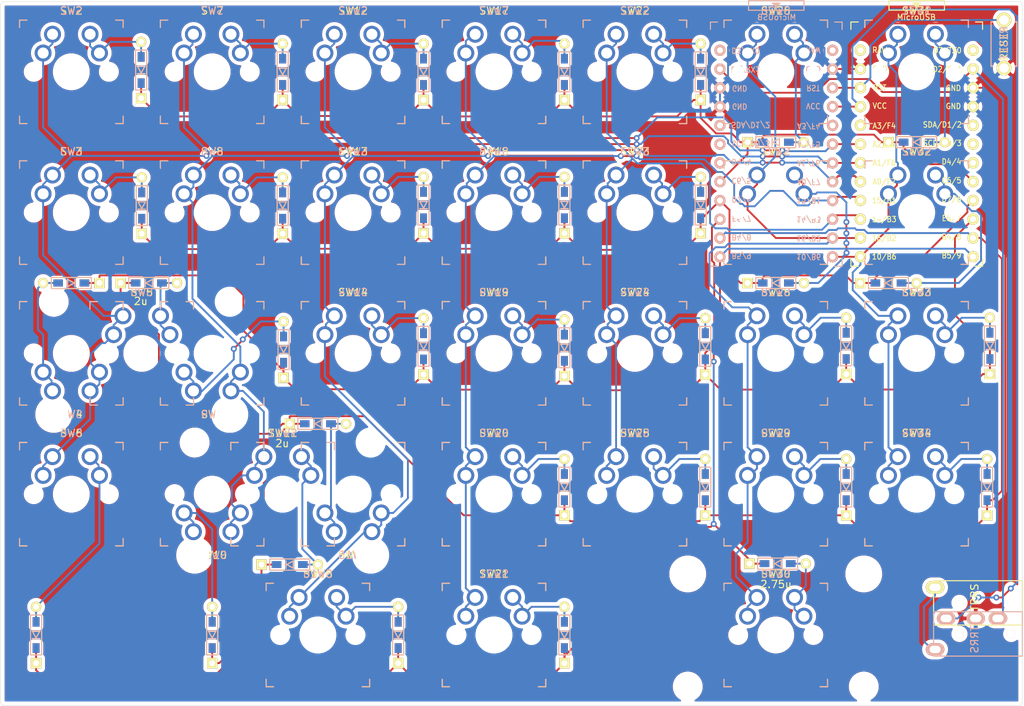
<source format=kicad_pcb>
(kicad_pcb (version 20171130) (host pcbnew "(5.1.5-0-10_14)")
  (layers (0 F.Cu signal) (31 B.Cu signal) (34 B.Paste user) (35 F.Paste user) (36 B.SilkS user) (37 F.SilkS user) (38 B.Mask user) (39 F.Mask user) (44 Edge.Cuts user))
  (net 0 "")
  (net 1 row0)
  (net 2 "Net-(D1-Pad2)")
  (net 3 "Net-(D2-Pad2)")
  (net 4 row1)
  (net 5 "Net-(D3-Pad2)")
  (net 6 row2)
  (net 7 row3)
  (net 8 "Net-(D5-Pad2)")
  (net 9 "Net-(D6-Pad2)")
  (net 10 "Net-(D7-Pad2)")
  (net 11 "Net-(D8-Pad2)")
  (net 12 "Net-(D9-Pad2)")
  (net 13 "Net-(D10-Pad2)")
  (net 14 "Net-(D11-Pad2)")
  (net 15 "Net-(D12-Pad2)")
  (net 16 "Net-(D13-Pad2)")
  (net 17 "Net-(D14-Pad2)")
  (net 18 "Net-(D15-Pad2)")
  (net 19 row4)
  (net 20 "Net-(D16-Pad2)")
  (net 21 "Net-(D17-Pad2)")
  (net 22 "Net-(D18-Pad2)")
  (net 23 "Net-(D19-Pad2)")
  (net 24 "Net-(D20-Pad2)")
  (net 25 "Net-(D21-Pad2)")
  (net 26 "Net-(D22-Pad2)")
  (net 27 "Net-(D23-Pad2)")
  (net 28 "Net-(D24-Pad2)")
  (net 29 "Net-(D25-Pad2)")
  (net 30 "Net-(D26-Pad2)")
  (net 31 "Net-(D27-Pad2)")
  (net 32 "Net-(D28-Pad2)")
  (net 33 "Net-(D29-Pad2)")
  (net 34 "Net-(D30-Pad2)")
  (net 35 "Net-(D31-Pad2)")
  (net 36 "Net-(D32-Pad2)")
  (net 37 "Net-(D33-Pad2)")
  (net 38 data)
  (net 39 GND)
  (net 40 VCC)
  (net 41 "Net-(J1-PadA)")
  (net 42 reset)
  (net 43 col0)
  (net 44 col1)
  (net 45 col2)
  (net 46 col3)
  (net 47 col4)
  (net 48 col5)
  (net 49 col6)
  (net 50 "Net-(U1-Pad24)")
  (net 51 "Net-(U1-Pad20)")
  (net 52 "Net-(U1-Pad7)")
  (net 53 "Net-(U1-Pad6)")
  (net 54 "Net-(U1-Pad5)")
  (net 55 "Net-(U1-Pad1)")
  (net 56 "Net-(U2-Pad1)")
  (net 57 "Net-(U2-Pad5)")
  (net 58 "Net-(U2-Pad6)")
  (net 59 "Net-(U2-Pad7)")
  (net 60 "Net-(U2-Pad20)")
  (net 61 "Net-(U2-Pad24)")
  (net 62 "Net-(D4-Pad2)")
  (module kbd:MJ-4PP-9_1side (layer F.Cu) (at 211.394 125.05776 270)
    (fp_text reference J1)
    (fp_text value MJ-4PP-9 hide)
    (fp_text user TRRS (at -0.75 6.45 270) (layer F.SilkS))
    (pad A thru_hole oval (at -2.1 11.8 270) (size 1.7 2.5) (drill oval 1 1.5) (layers *.Cu *.Mask F.SilkS) (net 41 "Net-(J1-PadA)") (clearance 0.15))
    (pad D thru_hole oval (at 2.1 10.3 270) (size 1.7 2.5) (drill oval 1 1.5) (layers *.Cu F.SilkS B.Mask) (net 40 VCC) (clearance 0.15))
    (pad C thru_hole oval (at 2.1 6.3 270) (size 1.7 2.5) (drill oval 1 1.5) (layers *.Cu F.SilkS B.Mask) (net 39 GND))
    (pad B thru_hole oval (at 2.1 3.3 270) (size 1.7 2.5) (drill oval 1 1.5) (layers *.Cu F.SilkS B.Mask) (net 38 data))
    (pad "" np_thru_hole circle (at 0 8.5 270) (size 1.2 1.2) (drill 1.2) (layers *.Cu *.Mask F.SilkS))
    (pad "" np_thru_hole circle (at 0 1.5 270) (size 1.2 1.2) (drill 1.2) (layers *.Cu *.Mask F.SilkS))
  )
  (module keyswitches:SW_MX_reversible (layer F.Cu) (at 159.004 53.19776)
    (fp_text reference SW22 (at 0 -8.255) (layer F.SilkS))
    (fp_text value SW_PUSH)
    (fp_text user %R (at 0 -8.255) (layer B.SilkS) (effects (justify mirror)))
    (pad 2 thru_hole circle (at 3.81 -2.54) (size 2.286 2.286) (drill 1.4986) (layers *.Cu *.Mask) (net 25 "Net-(D21-Pad2)"))
    (pad 1 thru_hole circle (at -2.54 -5.08) (size 2.286 2.286) (drill 1.4986) (layers *.Cu *.Mask) (net 47 col4))
    (pad 2 thru_hole circle (at 2.54 -5.08) (size 2.286 2.286) (drill 1.4986) (layers *.Cu *.Mask) (net 25 "Net-(D21-Pad2)"))
    (pad "" np_thru_hole circle (at 0 0) (size 3.9878 3.9878) (drill 3.9878) (layers *.Cu *.Mask))
    (pad 1 thru_hole circle (at -3.81 -2.54) (size 2.286 2.286) (drill 1.4986) (layers *.Cu *.Mask) (net 47 col4))
    (pad "" np_thru_hole circle (at 5.08 0) (size 1.7018 1.7018) (drill 1.7018) (layers *.Cu *.Mask))
    (pad "" np_thru_hole circle (at -5.08 0) (size 1.7018 1.7018) (drill 1.7018) (layers *.Cu *.Mask))
  )
  (module keyswitches:Stabilizer_MX_2u (layer F.Cu) (at 111.379 110.34776)
    (fp_text reference REF** hide)
    (fp_text value Stabilizer_MX_2u hide)
    (pad "" np_thru_hole circle (at -11.9 -6.985) (size 3.048 3.048) (drill 3.048) (layers *.Cu *.Mask))
    (pad "" np_thru_hole circle (at 11.9 -6.985) (size 3.048 3.048) (drill 3.048) (layers *.Cu *.Mask))
    (pad "" np_thru_hole circle (at -11.9 8.255) (size 3.9878 3.9878) (drill 3.9878) (layers *.Cu *.Mask))
    (pad "" np_thru_hole circle (at 11.9 8.255) (size 3.9878 3.9878) (drill 3.9878) (layers *.Cu *.Mask))
  )
  (module keyswitches:Stabilizer_MX_2u (layer F.Cu) (at 178.054 129.39776 180)
    (fp_text reference REF** hide)
    (fp_text value Stabilizer_MX_2u hide)
    (pad "" np_thru_hole circle (at -11.9 -6.985 180) (size 3.048 3.048) (drill 3.048) (layers *.Cu *.Mask))
    (pad "" np_thru_hole circle (at 11.9 -6.985 180) (size 3.048 3.048) (drill 3.048) (layers *.Cu *.Mask))
    (pad "" np_thru_hole circle (at -11.9 8.255 180) (size 3.9878 3.9878) (drill 3.9878) (layers *.Cu *.Mask))
    (pad "" np_thru_hole circle (at 11.9 8.255 180) (size 3.9878 3.9878) (drill 3.9878) (layers *.Cu *.Mask))
  )
  (module keyswitches:Stabilizer_MX_2u (layer F.Cu) (at 92.329 91.29776)
    (fp_text reference REF** hide)
    (fp_text value Stabilizer_MX_2u hide)
    (pad "" np_thru_hole circle (at -11.9 -6.985) (size 3.048 3.048) (drill 3.048) (layers *.Cu *.Mask))
    (pad "" np_thru_hole circle (at 11.9 -6.985) (size 3.048 3.048) (drill 3.048) (layers *.Cu *.Mask))
    (pad "" np_thru_hole circle (at -11.9 8.255) (size 3.9878 3.9878) (drill 3.9878) (layers *.Cu *.Mask))
    (pad "" np_thru_hole circle (at 11.9 8.255) (size 3.9878 3.9878) (drill 3.9878) (layers *.Cu *.Mask))
  )
  (module kbd:D3_TH_SMD (layer F.Cu) (at 92.24772 52.959 90)
    (fp_text reference D1 hide)
    (fp_text value DIODE hide)
    (pad 1 smd rect (at -1.775 0 90) (size 1.3 0.95) (layers F.Cu F.Paste F.Mask) (net 1 row0))
    (pad 2 smd rect (at 1.775 0 90) (size 1.3 0.95) (layers B.Cu B.Paste B.Mask) (net 2 "Net-(D1-Pad2)"))
    (pad 1 smd rect (at -1.775 0 90) (size 1.3 0.95) (layers B.Cu B.Paste B.Mask) (net 1 row0))
    (pad 1 thru_hole rect (at -3.81 0 90) (size 1.397 1.397) (drill 0.8128) (layers *.Cu *.Mask F.SilkS) (net 1 row0))
    (pad 2 thru_hole circle (at 3.81 0 90) (size 1.397 1.397) (drill 0.8128) (layers *.Cu *.Mask F.SilkS) (net 2 "Net-(D1-Pad2)"))
    (pad 2 smd rect (at 1.775 0 90) (size 1.3 0.95) (layers F.Cu F.Paste F.Mask) (net 2 "Net-(D1-Pad2)"))
  )
  (module kbd:D3_TH_SMD (layer F.Cu) (at 92.329 71.29526 90)
    (fp_text reference D2 hide)
    (fp_text value DIODE hide)
    (pad 2 smd rect (at 1.775 0 90) (size 1.3 0.95) (layers F.Cu F.Paste F.Mask) (net 3 "Net-(D2-Pad2)"))
    (pad 2 thru_hole circle (at 3.81 0 90) (size 1.397 1.397) (drill 0.8128) (layers *.Cu *.Mask F.SilkS) (net 3 "Net-(D2-Pad2)"))
    (pad 1 thru_hole rect (at -3.81 0 90) (size 1.397 1.397) (drill 0.8128) (layers *.Cu *.Mask F.SilkS) (net 4 row1))
    (pad 1 smd rect (at -1.775 0 90) (size 1.3 0.95) (layers B.Cu B.Paste B.Mask) (net 4 row1))
    (pad 2 smd rect (at 1.775 0 90) (size 1.3 0.95) (layers B.Cu B.Paste B.Mask) (net 3 "Net-(D2-Pad2)"))
    (pad 1 smd rect (at -1.775 0 90) (size 1.3 0.95) (layers F.Cu F.Paste F.Mask) (net 4 row1))
  )
  (module kbd:D3_TH_SMD (layer F.Cu) (at 82.804 81.77276 180)
    (fp_text reference D3 hide)
    (fp_text value DIODE hide)
    (pad 1 smd rect (at -1.775 0 180) (size 1.3 0.95) (layers F.Cu F.Paste F.Mask) (net 6 row2))
    (pad 2 smd rect (at 1.775 0 180) (size 1.3 0.95) (layers B.Cu B.Paste B.Mask) (net 5 "Net-(D3-Pad2)"))
    (pad 1 smd rect (at -1.775 0 180) (size 1.3 0.95) (layers B.Cu B.Paste B.Mask) (net 6 row2))
    (pad 1 thru_hole rect (at -3.81 0 180) (size 1.397 1.397) (drill 0.8128) (layers *.Cu *.Mask F.SilkS) (net 6 row2))
    (pad 2 thru_hole circle (at 3.81 0 180) (size 1.397 1.397) (drill 0.8128) (layers *.Cu *.Mask F.SilkS) (net 5 "Net-(D3-Pad2)"))
    (pad 2 smd rect (at 1.775 0 180) (size 1.3 0.95) (layers F.Cu F.Paste F.Mask) (net 5 "Net-(D3-Pad2)"))
  )
  (module kbd:D3_TH_SMD (layer F.Cu) (at 93.2815 81.77276)
    (fp_text reference D4 hide)
    (fp_text value DIODE hide)
    (pad 2 smd rect (at 1.775 0) (size 1.3 0.95) (layers F.Cu F.Paste F.Mask) (net 62 "Net-(D4-Pad2)"))
    (pad 2 thru_hole circle (at 3.81 0) (size 1.397 1.397) (drill 0.8128) (layers *.Cu *.Mask F.SilkS) (net 62 "Net-(D4-Pad2)"))
    (pad 1 thru_hole rect (at -3.81 0) (size 1.397 1.397) (drill 0.8128) (layers *.Cu *.Mask F.SilkS) (net 7 row3))
    (pad 1 smd rect (at -1.775 0) (size 1.3 0.95) (layers B.Cu B.Paste B.Mask) (net 7 row3))
    (pad 2 smd rect (at 1.775 0) (size 1.3 0.95) (layers B.Cu B.Paste B.Mask) (net 62 "Net-(D4-Pad2)"))
    (pad 1 smd rect (at -1.775 0) (size 1.3 0.95) (layers F.Cu F.Paste F.Mask) (net 7 row3))
  )
  (module kbd:D3_TH_SMD (layer F.Cu) (at 78.0415 129.39776 90)
    (fp_text reference D5 hide)
    (fp_text value DIODE hide)
    (pad 1 smd rect (at -1.775 0 90) (size 1.3 0.95) (layers F.Cu F.Paste F.Mask) (net 19 row4))
    (pad 2 smd rect (at 1.775 0 90) (size 1.3 0.95) (layers B.Cu B.Paste B.Mask) (net 8 "Net-(D5-Pad2)"))
    (pad 1 smd rect (at -1.775 0 90) (size 1.3 0.95) (layers B.Cu B.Paste B.Mask) (net 19 row4))
    (pad 1 thru_hole rect (at -3.81 0 90) (size 1.397 1.397) (drill 0.8128) (layers *.Cu *.Mask F.SilkS) (net 19 row4))
    (pad 2 thru_hole circle (at 3.81 0 90) (size 1.397 1.397) (drill 0.8128) (layers *.Cu *.Mask F.SilkS) (net 8 "Net-(D5-Pad2)"))
    (pad 2 smd rect (at 1.775 0 90) (size 1.3 0.95) (layers F.Cu F.Paste F.Mask) (net 8 "Net-(D5-Pad2)"))
  )
  (module kbd:D3_TH_SMD (layer F.Cu) (at 111.379 53.19776 90)
    (fp_text reference D6 hide)
    (fp_text value DIODE hide)
    (pad 2 smd rect (at 1.775 0 90) (size 1.3 0.95) (layers F.Cu F.Paste F.Mask) (net 9 "Net-(D6-Pad2)"))
    (pad 2 thru_hole circle (at 3.81 0 90) (size 1.397 1.397) (drill 0.8128) (layers *.Cu *.Mask F.SilkS) (net 9 "Net-(D6-Pad2)"))
    (pad 1 thru_hole rect (at -3.81 0 90) (size 1.397 1.397) (drill 0.8128) (layers *.Cu *.Mask F.SilkS) (net 1 row0))
    (pad 1 smd rect (at -1.775 0 90) (size 1.3 0.95) (layers B.Cu B.Paste B.Mask) (net 1 row0))
    (pad 2 smd rect (at 1.775 0 90) (size 1.3 0.95) (layers B.Cu B.Paste B.Mask) (net 9 "Net-(D6-Pad2)"))
    (pad 1 smd rect (at -1.775 0 90) (size 1.3 0.95) (layers F.Cu F.Paste F.Mask) (net 1 row0))
  )
  (module kbd:D3_TH_SMD (layer F.Cu) (at 111.379 71.29526 90)
    (fp_text reference D7 hide)
    (fp_text value DIODE hide)
    (pad 2 smd rect (at 1.775 0 90) (size 1.3 0.95) (layers F.Cu F.Paste F.Mask) (net 10 "Net-(D7-Pad2)"))
    (pad 2 thru_hole circle (at 3.81 0 90) (size 1.397 1.397) (drill 0.8128) (layers *.Cu *.Mask F.SilkS) (net 10 "Net-(D7-Pad2)"))
    (pad 1 thru_hole rect (at -3.81 0 90) (size 1.397 1.397) (drill 0.8128) (layers *.Cu *.Mask F.SilkS) (net 4 row1))
    (pad 1 smd rect (at -1.775 0 90) (size 1.3 0.95) (layers B.Cu B.Paste B.Mask) (net 4 row1))
    (pad 2 smd rect (at 1.775 0 90) (size 1.3 0.95) (layers B.Cu B.Paste B.Mask) (net 10 "Net-(D7-Pad2)"))
    (pad 1 smd rect (at -1.775 0 90) (size 1.3 0.95) (layers F.Cu F.Paste F.Mask) (net 4 row1))
  )
  (module kbd:D3_TH_SMD (layer F.Cu) (at 111.506 90.78976 90)
    (fp_text reference D8 hide)
    (fp_text value DIODE hide)
    (pad 1 smd rect (at -1.775 0 90) (size 1.3 0.95) (layers F.Cu F.Paste F.Mask) (net 6 row2))
    (pad 2 smd rect (at 1.775 0 90) (size 1.3 0.95) (layers B.Cu B.Paste B.Mask) (net 11 "Net-(D8-Pad2)"))
    (pad 1 smd rect (at -1.775 0 90) (size 1.3 0.95) (layers B.Cu B.Paste B.Mask) (net 6 row2))
    (pad 1 thru_hole rect (at -3.81 0 90) (size 1.397 1.397) (drill 0.8128) (layers *.Cu *.Mask F.SilkS) (net 6 row2))
    (pad 2 thru_hole circle (at 3.81 0 90) (size 1.397 1.397) (drill 0.8128) (layers *.Cu *.Mask F.SilkS) (net 11 "Net-(D8-Pad2)"))
    (pad 2 smd rect (at 1.775 0 90) (size 1.3 0.95) (layers F.Cu F.Paste F.Mask) (net 11 "Net-(D8-Pad2)"))
  )
  (module kbd:D3_TH_SMD (layer F.Cu) (at 101.854 129.39776 90)
    (fp_text reference D9 hide)
    (fp_text value DIODE hide)
    (pad 2 smd rect (at 1.775 0 90) (size 1.3 0.95) (layers F.Cu F.Paste F.Mask) (net 12 "Net-(D9-Pad2)"))
    (pad 2 thru_hole circle (at 3.81 0 90) (size 1.397 1.397) (drill 0.8128) (layers *.Cu *.Mask F.SilkS) (net 12 "Net-(D9-Pad2)"))
    (pad 1 thru_hole rect (at -3.81 0 90) (size 1.397 1.397) (drill 0.8128) (layers *.Cu *.Mask F.SilkS) (net 7 row3))
    (pad 1 smd rect (at -1.775 0 90) (size 1.3 0.95) (layers B.Cu B.Paste B.Mask) (net 7 row3))
    (pad 2 smd rect (at 1.775 0 90) (size 1.3 0.95) (layers B.Cu B.Paste B.Mask) (net 12 "Net-(D9-Pad2)"))
    (pad 1 smd rect (at -1.775 0 90) (size 1.3 0.95) (layers F.Cu F.Paste F.Mask) (net 7 row3))
  )
  (module kbd:D3_TH_SMD (layer F.Cu) (at 112.3315 119.87276)
    (fp_text reference D10 hide)
    (fp_text value DIODE hide)
    (pad 1 smd rect (at -1.775 0) (size 1.3 0.95) (layers F.Cu F.Paste F.Mask) (net 19 row4))
    (pad 2 smd rect (at 1.775 0) (size 1.3 0.95) (layers B.Cu B.Paste B.Mask) (net 13 "Net-(D10-Pad2)"))
    (pad 1 smd rect (at -1.775 0) (size 1.3 0.95) (layers B.Cu B.Paste B.Mask) (net 19 row4))
    (pad 1 thru_hole rect (at -3.81 0) (size 1.397 1.397) (drill 0.8128) (layers *.Cu *.Mask F.SilkS) (net 19 row4))
    (pad 2 thru_hole circle (at 3.81 0) (size 1.397 1.397) (drill 0.8128) (layers *.Cu *.Mask F.SilkS) (net 13 "Net-(D10-Pad2)"))
    (pad 2 smd rect (at 1.775 0) (size 1.3 0.95) (layers F.Cu F.Paste F.Mask) (net 13 "Net-(D10-Pad2)"))
  )
  (module kbd:D3_TH_SMD (layer F.Cu) (at 130.429 53.19776 90)
    (fp_text reference D11 hide)
    (fp_text value DIODE hide)
    (pad 2 smd rect (at 1.775 0 90) (size 1.3 0.95) (layers F.Cu F.Paste F.Mask) (net 14 "Net-(D11-Pad2)"))
    (pad 2 thru_hole circle (at 3.81 0 90) (size 1.397 1.397) (drill 0.8128) (layers *.Cu *.Mask F.SilkS) (net 14 "Net-(D11-Pad2)"))
    (pad 1 thru_hole rect (at -3.81 0 90) (size 1.397 1.397) (drill 0.8128) (layers *.Cu *.Mask F.SilkS) (net 1 row0))
    (pad 1 smd rect (at -1.775 0 90) (size 1.3 0.95) (layers B.Cu B.Paste B.Mask) (net 1 row0))
    (pad 2 smd rect (at 1.775 0 90) (size 1.3 0.95) (layers B.Cu B.Paste B.Mask) (net 14 "Net-(D11-Pad2)"))
    (pad 1 smd rect (at -1.775 0 90) (size 1.3 0.95) (layers F.Cu F.Paste F.Mask) (net 1 row0))
  )
  (module kbd:D3_TH_SMD (layer F.Cu) (at 130.429 71.23176 90)
    (fp_text reference D12 hide)
    (fp_text value DIODE hide)
    (pad 2 smd rect (at 1.775 0 90) (size 1.3 0.95) (layers F.Cu F.Paste F.Mask) (net 15 "Net-(D12-Pad2)"))
    (pad 2 thru_hole circle (at 3.81 0 90) (size 1.397 1.397) (drill 0.8128) (layers *.Cu *.Mask F.SilkS) (net 15 "Net-(D12-Pad2)"))
    (pad 1 thru_hole rect (at -3.81 0 90) (size 1.397 1.397) (drill 0.8128) (layers *.Cu *.Mask F.SilkS) (net 4 row1))
    (pad 1 smd rect (at -1.775 0 90) (size 1.3 0.95) (layers B.Cu B.Paste B.Mask) (net 4 row1))
    (pad 2 smd rect (at 1.775 0 90) (size 1.3 0.95) (layers B.Cu B.Paste B.Mask) (net 15 "Net-(D12-Pad2)"))
    (pad 1 smd rect (at -1.775 0 90) (size 1.3 0.95) (layers F.Cu F.Paste F.Mask) (net 4 row1))
  )
  (module kbd:D3_TH_SMD (layer F.Cu) (at 130.429 90.34526 90)
    (fp_text reference D13 hide)
    (fp_text value DIODE hide)
    (pad 1 smd rect (at -1.775 0 90) (size 1.3 0.95) (layers F.Cu F.Paste F.Mask) (net 6 row2))
    (pad 2 smd rect (at 1.775 0 90) (size 1.3 0.95) (layers B.Cu B.Paste B.Mask) (net 16 "Net-(D13-Pad2)"))
    (pad 1 smd rect (at -1.775 0 90) (size 1.3 0.95) (layers B.Cu B.Paste B.Mask) (net 6 row2))
    (pad 1 thru_hole rect (at -3.81 0 90) (size 1.397 1.397) (drill 0.8128) (layers *.Cu *.Mask F.SilkS) (net 6 row2))
    (pad 2 thru_hole circle (at 3.81 0 90) (size 1.397 1.397) (drill 0.8128) (layers *.Cu *.Mask F.SilkS) (net 16 "Net-(D13-Pad2)"))
    (pad 2 smd rect (at 1.775 0 90) (size 1.3 0.95) (layers F.Cu F.Paste F.Mask) (net 16 "Net-(D13-Pad2)"))
  )
  (module kbd:D3_TH_SMD (layer F.Cu) (at 116.1415 100.82276)
    (fp_text reference D14 hide)
    (fp_text value DIODE hide)
    (pad 1 smd rect (at -1.775 0) (size 1.3 0.95) (layers F.Cu F.Paste F.Mask) (net 7 row3))
    (pad 2 smd rect (at 1.775 0) (size 1.3 0.95) (layers B.Cu B.Paste B.Mask) (net 17 "Net-(D14-Pad2)"))
    (pad 1 smd rect (at -1.775 0) (size 1.3 0.95) (layers B.Cu B.Paste B.Mask) (net 7 row3))
    (pad 1 thru_hole rect (at -3.81 0) (size 1.397 1.397) (drill 0.8128) (layers *.Cu *.Mask F.SilkS) (net 7 row3))
    (pad 2 thru_hole circle (at 3.81 0) (size 1.397 1.397) (drill 0.8128) (layers *.Cu *.Mask F.SilkS) (net 17 "Net-(D14-Pad2)"))
    (pad 2 smd rect (at 1.775 0) (size 1.3 0.95) (layers F.Cu F.Paste F.Mask) (net 17 "Net-(D14-Pad2)"))
  )
  (module kbd:D3_TH_SMD (layer F.Cu) (at 127 129.39776 90)
    (fp_text reference D15 hide)
    (fp_text value DIODE hide)
    (pad 2 smd rect (at 1.775 0 90) (size 1.3 0.95) (layers F.Cu F.Paste F.Mask) (net 18 "Net-(D15-Pad2)"))
    (pad 2 thru_hole circle (at 3.81 0 90) (size 1.397 1.397) (drill 0.8128) (layers *.Cu *.Mask F.SilkS) (net 18 "Net-(D15-Pad2)"))
    (pad 1 thru_hole rect (at -3.81 0 90) (size 1.397 1.397) (drill 0.8128) (layers *.Cu *.Mask F.SilkS) (net 19 row4))
    (pad 1 smd rect (at -1.775 0 90) (size 1.3 0.95) (layers B.Cu B.Paste B.Mask) (net 19 row4))
    (pad 2 smd rect (at 1.775 0 90) (size 1.3 0.95) (layers B.Cu B.Paste B.Mask) (net 18 "Net-(D15-Pad2)"))
    (pad 1 smd rect (at -1.775 0 90) (size 1.3 0.95) (layers F.Cu F.Paste F.Mask) (net 19 row4))
  )
  (module kbd:D3_TH_SMD (layer F.Cu) (at 149.479 53.19776 90)
    (fp_text reference D16 hide)
    (fp_text value DIODE hide)
    (pad 2 smd rect (at 1.775 0 90) (size 1.3 0.95) (layers F.Cu F.Paste F.Mask) (net 20 "Net-(D16-Pad2)"))
    (pad 2 thru_hole circle (at 3.81 0 90) (size 1.397 1.397) (drill 0.8128) (layers *.Cu *.Mask F.SilkS) (net 20 "Net-(D16-Pad2)"))
    (pad 1 thru_hole rect (at -3.81 0 90) (size 1.397 1.397) (drill 0.8128) (layers *.Cu *.Mask F.SilkS) (net 1 row0))
    (pad 1 smd rect (at -1.775 0 90) (size 1.3 0.95) (layers B.Cu B.Paste B.Mask) (net 1 row0))
    (pad 2 smd rect (at 1.775 0 90) (size 1.3 0.95) (layers B.Cu B.Paste B.Mask) (net 20 "Net-(D16-Pad2)"))
    (pad 1 smd rect (at -1.775 0 90) (size 1.3 0.95) (layers F.Cu F.Paste F.Mask) (net 1 row0))
  )
  (module kbd:D3_TH_SMD (layer F.Cu) (at 149.479 71.23176 90)
    (fp_text reference D17 hide)
    (fp_text value DIODE hide)
    (pad 2 smd rect (at 1.775 0 90) (size 1.3 0.95) (layers F.Cu F.Paste F.Mask) (net 21 "Net-(D17-Pad2)"))
    (pad 2 thru_hole circle (at 3.81 0 90) (size 1.397 1.397) (drill 0.8128) (layers *.Cu *.Mask F.SilkS) (net 21 "Net-(D17-Pad2)"))
    (pad 1 thru_hole rect (at -3.81 0 90) (size 1.397 1.397) (drill 0.8128) (layers *.Cu *.Mask F.SilkS) (net 4 row1))
    (pad 1 smd rect (at -1.775 0 90) (size 1.3 0.95) (layers B.Cu B.Paste B.Mask) (net 4 row1))
    (pad 2 smd rect (at 1.775 0 90) (size 1.3 0.95) (layers B.Cu B.Paste B.Mask) (net 21 "Net-(D17-Pad2)"))
    (pad 1 smd rect (at -1.775 0 90) (size 1.3 0.95) (layers F.Cu F.Paste F.Mask) (net 4 row1))
  )
  (module kbd:D3_TH_SMD (layer F.Cu) (at 149.479 90.53576 90)
    (fp_text reference D18 hide)
    (fp_text value DIODE hide)
    (pad 1 smd rect (at -1.775 0 90) (size 1.3 0.95) (layers F.Cu F.Paste F.Mask) (net 6 row2))
    (pad 2 smd rect (at 1.775 0 90) (size 1.3 0.95) (layers B.Cu B.Paste B.Mask) (net 22 "Net-(D18-Pad2)"))
    (pad 1 smd rect (at -1.775 0 90) (size 1.3 0.95) (layers B.Cu B.Paste B.Mask) (net 6 row2))
    (pad 1 thru_hole rect (at -3.81 0 90) (size 1.397 1.397) (drill 0.8128) (layers *.Cu *.Mask F.SilkS) (net 6 row2))
    (pad 2 thru_hole circle (at 3.81 0 90) (size 1.397 1.397) (drill 0.8128) (layers *.Cu *.Mask F.SilkS) (net 22 "Net-(D18-Pad2)"))
    (pad 2 smd rect (at 1.775 0 90) (size 1.3 0.95) (layers F.Cu F.Paste F.Mask) (net 22 "Net-(D18-Pad2)"))
  )
  (module kbd:D3_TH_SMD (layer F.Cu) (at 149.479 109.39526 90)
    (fp_text reference D19 hide)
    (fp_text value DIODE hide)
    (pad 1 smd rect (at -1.775 0 90) (size 1.3 0.95) (layers F.Cu F.Paste F.Mask) (net 7 row3))
    (pad 2 smd rect (at 1.775 0 90) (size 1.3 0.95) (layers B.Cu B.Paste B.Mask) (net 23 "Net-(D19-Pad2)"))
    (pad 1 smd rect (at -1.775 0 90) (size 1.3 0.95) (layers B.Cu B.Paste B.Mask) (net 7 row3))
    (pad 1 thru_hole rect (at -3.81 0 90) (size 1.397 1.397) (drill 0.8128) (layers *.Cu *.Mask F.SilkS) (net 7 row3))
    (pad 2 thru_hole circle (at 3.81 0 90) (size 1.397 1.397) (drill 0.8128) (layers *.Cu *.Mask F.SilkS) (net 23 "Net-(D19-Pad2)"))
    (pad 2 smd rect (at 1.775 0 90) (size 1.3 0.95) (layers F.Cu F.Paste F.Mask) (net 23 "Net-(D19-Pad2)"))
  )
  (module kbd:D3_TH_SMD (layer F.Cu) (at 149.479 129.39776 90)
    (fp_text reference D20 hide)
    (fp_text value DIODE hide)
    (pad 1 smd rect (at -1.775 0 90) (size 1.3 0.95) (layers F.Cu F.Paste F.Mask) (net 19 row4))
    (pad 2 smd rect (at 1.775 0 90) (size 1.3 0.95) (layers B.Cu B.Paste B.Mask) (net 24 "Net-(D20-Pad2)"))
    (pad 1 smd rect (at -1.775 0 90) (size 1.3 0.95) (layers B.Cu B.Paste B.Mask) (net 19 row4))
    (pad 1 thru_hole rect (at -3.81 0 90) (size 1.397 1.397) (drill 0.8128) (layers *.Cu *.Mask F.SilkS) (net 19 row4))
    (pad 2 thru_hole circle (at 3.81 0 90) (size 1.397 1.397) (drill 0.8128) (layers *.Cu *.Mask F.SilkS) (net 24 "Net-(D20-Pad2)"))
    (pad 2 smd rect (at 1.775 0 90) (size 1.3 0.95) (layers F.Cu F.Paste F.Mask) (net 24 "Net-(D20-Pad2)"))
  )
  (module kbd:D3_TH_SMD (layer F.Cu) (at 167.894 53.19776 90)
    (fp_text reference D21 hide)
    (fp_text value DIODE hide)
    (pad 2 smd rect (at 1.775 0 90) (size 1.3 0.95) (layers F.Cu F.Paste F.Mask) (net 25 "Net-(D21-Pad2)"))
    (pad 2 thru_hole circle (at 3.81 0 90) (size 1.397 1.397) (drill 0.8128) (layers *.Cu *.Mask F.SilkS) (net 25 "Net-(D21-Pad2)"))
    (pad 1 thru_hole rect (at -3.81 0 90) (size 1.397 1.397) (drill 0.8128) (layers *.Cu *.Mask F.SilkS) (net 1 row0))
    (pad 1 smd rect (at -1.775 0 90) (size 1.3 0.95) (layers B.Cu B.Paste B.Mask) (net 1 row0))
    (pad 2 smd rect (at 1.775 0 90) (size 1.3 0.95) (layers B.Cu B.Paste B.Mask) (net 25 "Net-(D21-Pad2)"))
    (pad 1 smd rect (at -1.775 0 90) (size 1.3 0.95) (layers F.Cu F.Paste F.Mask) (net 1 row0))
  )
  (module kbd:D3_TH_SMD (layer F.Cu) (at 167.894 71.23176 90)
    (fp_text reference D22 hide)
    (fp_text value DIODE hide)
    (pad 2 smd rect (at 1.775 0 90) (size 1.3 0.95) (layers F.Cu F.Paste F.Mask) (net 26 "Net-(D22-Pad2)"))
    (pad 2 thru_hole circle (at 3.81 0 90) (size 1.397 1.397) (drill 0.8128) (layers *.Cu *.Mask F.SilkS) (net 26 "Net-(D22-Pad2)"))
    (pad 1 thru_hole rect (at -3.81 0 90) (size 1.397 1.397) (drill 0.8128) (layers *.Cu *.Mask F.SilkS) (net 4 row1))
    (pad 1 smd rect (at -1.775 0 90) (size 1.3 0.95) (layers B.Cu B.Paste B.Mask) (net 4 row1))
    (pad 2 smd rect (at 1.775 0 90) (size 1.3 0.95) (layers B.Cu B.Paste B.Mask) (net 26 "Net-(D22-Pad2)"))
    (pad 1 smd rect (at -1.775 0 90) (size 1.3 0.95) (layers F.Cu F.Paste F.Mask) (net 4 row1))
  )
  (module kbd:D3_TH_SMD (layer F.Cu) (at 168.529 90.34526 90)
    (fp_text reference D23 hide)
    (fp_text value DIODE hide)
    (pad 1 smd rect (at -1.775 0 90) (size 1.3 0.95) (layers F.Cu F.Paste F.Mask) (net 6 row2))
    (pad 2 smd rect (at 1.775 0 90) (size 1.3 0.95) (layers B.Cu B.Paste B.Mask) (net 27 "Net-(D23-Pad2)"))
    (pad 1 smd rect (at -1.775 0 90) (size 1.3 0.95) (layers B.Cu B.Paste B.Mask) (net 6 row2))
    (pad 1 thru_hole rect (at -3.81 0 90) (size 1.397 1.397) (drill 0.8128) (layers *.Cu *.Mask F.SilkS) (net 6 row2))
    (pad 2 thru_hole circle (at 3.81 0 90) (size 1.397 1.397) (drill 0.8128) (layers *.Cu *.Mask F.SilkS) (net 27 "Net-(D23-Pad2)"))
    (pad 2 smd rect (at 1.775 0 90) (size 1.3 0.95) (layers F.Cu F.Paste F.Mask) (net 27 "Net-(D23-Pad2)"))
  )
  (module kbd:D3_TH_SMD (layer F.Cu) (at 168.529 109.39526 90)
    (fp_text reference D24 hide)
    (fp_text value DIODE hide)
    (pad 1 smd rect (at -1.775 0 90) (size 1.3 0.95) (layers F.Cu F.Paste F.Mask) (net 7 row3))
    (pad 2 smd rect (at 1.775 0 90) (size 1.3 0.95) (layers B.Cu B.Paste B.Mask) (net 28 "Net-(D24-Pad2)"))
    (pad 1 smd rect (at -1.775 0 90) (size 1.3 0.95) (layers B.Cu B.Paste B.Mask) (net 7 row3))
    (pad 1 thru_hole rect (at -3.81 0 90) (size 1.397 1.397) (drill 0.8128) (layers *.Cu *.Mask F.SilkS) (net 7 row3))
    (pad 2 thru_hole circle (at 3.81 0 90) (size 1.397 1.397) (drill 0.8128) (layers *.Cu *.Mask F.SilkS) (net 28 "Net-(D24-Pad2)"))
    (pad 2 smd rect (at 1.775 0 90) (size 1.3 0.95) (layers F.Cu F.Paste F.Mask) (net 28 "Net-(D24-Pad2)"))
  )
  (module kbd:D3_TH_SMD (layer F.Cu) (at 178.054 62.72276)
    (fp_text reference D25 hide)
    (fp_text value DIODE hide)
    (pad 2 smd rect (at 1.775 0) (size 1.3 0.95) (layers F.Cu F.Paste F.Mask) (net 29 "Net-(D25-Pad2)"))
    (pad 2 thru_hole circle (at 3.81 0) (size 1.397 1.397) (drill 0.8128) (layers *.Cu *.Mask F.SilkS) (net 29 "Net-(D25-Pad2)"))
    (pad 1 thru_hole rect (at -3.81 0) (size 1.397 1.397) (drill 0.8128) (layers *.Cu *.Mask F.SilkS) (net 1 row0))
    (pad 1 smd rect (at -1.775 0) (size 1.3 0.95) (layers B.Cu B.Paste B.Mask) (net 1 row0))
    (pad 2 smd rect (at 1.775 0) (size 1.3 0.95) (layers B.Cu B.Paste B.Mask) (net 29 "Net-(D25-Pad2)"))
    (pad 1 smd rect (at -1.775 0) (size 1.3 0.95) (layers F.Cu F.Paste F.Mask) (net 1 row0))
  )
  (module kbd:D3_TH_SMD (layer F.Cu) (at 178.054 81.77276)
    (fp_text reference D26 hide)
    (fp_text value DIODE hide)
    (pad 2 smd rect (at 1.775 0) (size 1.3 0.95) (layers F.Cu F.Paste F.Mask) (net 30 "Net-(D26-Pad2)"))
    (pad 2 thru_hole circle (at 3.81 0) (size 1.397 1.397) (drill 0.8128) (layers *.Cu *.Mask F.SilkS) (net 30 "Net-(D26-Pad2)"))
    (pad 1 thru_hole rect (at -3.81 0) (size 1.397 1.397) (drill 0.8128) (layers *.Cu *.Mask F.SilkS) (net 4 row1))
    (pad 1 smd rect (at -1.775 0) (size 1.3 0.95) (layers B.Cu B.Paste B.Mask) (net 4 row1))
    (pad 2 smd rect (at 1.775 0) (size 1.3 0.95) (layers B.Cu B.Paste B.Mask) (net 30 "Net-(D26-Pad2)"))
    (pad 1 smd rect (at -1.775 0) (size 1.3 0.95) (layers F.Cu F.Paste F.Mask) (net 4 row1))
  )
  (module kbd:D3_TH_SMD (layer F.Cu) (at 187.579 90.28176 90)
    (fp_text reference D27 hide)
    (fp_text value DIODE hide)
    (pad 1 smd rect (at -1.775 0 90) (size 1.3 0.95) (layers F.Cu F.Paste F.Mask) (net 6 row2))
    (pad 2 smd rect (at 1.775 0 90) (size 1.3 0.95) (layers B.Cu B.Paste B.Mask) (net 31 "Net-(D27-Pad2)"))
    (pad 1 smd rect (at -1.775 0 90) (size 1.3 0.95) (layers B.Cu B.Paste B.Mask) (net 6 row2))
    (pad 1 thru_hole rect (at -3.81 0 90) (size 1.397 1.397) (drill 0.8128) (layers *.Cu *.Mask F.SilkS) (net 6 row2))
    (pad 2 thru_hole circle (at 3.81 0 90) (size 1.397 1.397) (drill 0.8128) (layers *.Cu *.Mask F.SilkS) (net 31 "Net-(D27-Pad2)"))
    (pad 2 smd rect (at 1.775 0 90) (size 1.3 0.95) (layers F.Cu F.Paste F.Mask) (net 31 "Net-(D27-Pad2)"))
  )
  (module kbd:D3_TH_SMD (layer F.Cu) (at 187.579 109.39526 90)
    (fp_text reference D28 hide)
    (fp_text value DIODE hide)
    (pad 1 smd rect (at -1.775 0 90) (size 1.3 0.95) (layers F.Cu F.Paste F.Mask) (net 7 row3))
    (pad 2 smd rect (at 1.775 0 90) (size 1.3 0.95) (layers B.Cu B.Paste B.Mask) (net 32 "Net-(D28-Pad2)"))
    (pad 1 smd rect (at -1.775 0 90) (size 1.3 0.95) (layers B.Cu B.Paste B.Mask) (net 7 row3))
    (pad 1 thru_hole rect (at -3.81 0 90) (size 1.397 1.397) (drill 0.8128) (layers *.Cu *.Mask F.SilkS) (net 7 row3))
    (pad 2 thru_hole circle (at 3.81 0 90) (size 1.397 1.397) (drill 0.8128) (layers *.Cu *.Mask F.SilkS) (net 32 "Net-(D28-Pad2)"))
    (pad 2 smd rect (at 1.775 0 90) (size 1.3 0.95) (layers F.Cu F.Paste F.Mask) (net 32 "Net-(D28-Pad2)"))
  )
  (module kbd:D3_TH_SMD (layer F.Cu) (at 178.308 119.74576)
    (fp_text reference D29 hide)
    (fp_text value DIODE hide)
    (pad 1 smd rect (at -1.775 0) (size 1.3 0.95) (layers F.Cu F.Paste F.Mask) (net 19 row4))
    (pad 2 smd rect (at 1.775 0) (size 1.3 0.95) (layers B.Cu B.Paste B.Mask) (net 33 "Net-(D29-Pad2)"))
    (pad 1 smd rect (at -1.775 0) (size 1.3 0.95) (layers B.Cu B.Paste B.Mask) (net 19 row4))
    (pad 1 thru_hole rect (at -3.81 0) (size 1.397 1.397) (drill 0.8128) (layers *.Cu *.Mask F.SilkS) (net 19 row4))
    (pad 2 thru_hole circle (at 3.81 0) (size 1.397 1.397) (drill 0.8128) (layers *.Cu *.Mask F.SilkS) (net 33 "Net-(D29-Pad2)"))
    (pad 2 smd rect (at 1.775 0) (size 1.3 0.95) (layers F.Cu F.Paste F.Mask) (net 33 "Net-(D29-Pad2)"))
  )
  (module kbd:D3_TH_SMD (layer F.Cu) (at 197.104 62.72276)
    (fp_text reference D30 hide)
    (fp_text value DIODE hide)
    (pad 2 smd rect (at 1.775 0) (size 1.3 0.95) (layers F.Cu F.Paste F.Mask) (net 34 "Net-(D30-Pad2)"))
    (pad 2 thru_hole circle (at 3.81 0) (size 1.397 1.397) (drill 0.8128) (layers *.Cu *.Mask F.SilkS) (net 34 "Net-(D30-Pad2)"))
    (pad 1 thru_hole rect (at -3.81 0) (size 1.397 1.397) (drill 0.8128) (layers *.Cu *.Mask F.SilkS) (net 1 row0))
    (pad 1 smd rect (at -1.775 0) (size 1.3 0.95) (layers B.Cu B.Paste B.Mask) (net 1 row0))
    (pad 2 smd rect (at 1.775 0) (size 1.3 0.95) (layers B.Cu B.Paste B.Mask) (net 34 "Net-(D30-Pad2)"))
    (pad 1 smd rect (at -1.775 0) (size 1.3 0.95) (layers F.Cu F.Paste F.Mask) (net 1 row0))
  )
  (module kbd:D3_TH_SMD (layer F.Cu) (at 193.294 81.77276)
    (fp_text reference D31 hide)
    (fp_text value DIODE hide)
    (pad 2 smd rect (at 1.775 0) (size 1.3 0.95) (layers F.Cu F.Paste F.Mask) (net 35 "Net-(D31-Pad2)"))
    (pad 2 thru_hole circle (at 3.81 0) (size 1.397 1.397) (drill 0.8128) (layers *.Cu *.Mask F.SilkS) (net 35 "Net-(D31-Pad2)"))
    (pad 1 thru_hole rect (at -3.81 0) (size 1.397 1.397) (drill 0.8128) (layers *.Cu *.Mask F.SilkS) (net 4 row1))
    (pad 1 smd rect (at -1.775 0) (size 1.3 0.95) (layers B.Cu B.Paste B.Mask) (net 4 row1))
    (pad 2 smd rect (at 1.775 0) (size 1.3 0.95) (layers B.Cu B.Paste B.Mask) (net 35 "Net-(D31-Pad2)"))
    (pad 1 smd rect (at -1.775 0) (size 1.3 0.95) (layers F.Cu F.Paste F.Mask) (net 4 row1))
  )
  (module kbd:D3_TH_SMD (layer F.Cu) (at 207.01 90.28176 90)
    (fp_text reference D32 hide)
    (fp_text value DIODE hide)
    (pad 1 smd rect (at -1.775 0 90) (size 1.3 0.95) (layers F.Cu F.Paste F.Mask) (net 6 row2))
    (pad 2 smd rect (at 1.775 0 90) (size 1.3 0.95) (layers B.Cu B.Paste B.Mask) (net 36 "Net-(D32-Pad2)"))
    (pad 1 smd rect (at -1.775 0 90) (size 1.3 0.95) (layers B.Cu B.Paste B.Mask) (net 6 row2))
    (pad 1 thru_hole rect (at -3.81 0 90) (size 1.397 1.397) (drill 0.8128) (layers *.Cu *.Mask F.SilkS) (net 6 row2))
    (pad 2 thru_hole circle (at 3.81 0 90) (size 1.397 1.397) (drill 0.8128) (layers *.Cu *.Mask F.SilkS) (net 36 "Net-(D32-Pad2)"))
    (pad 2 smd rect (at 1.775 0 90) (size 1.3 0.95) (layers F.Cu F.Paste F.Mask) (net 36 "Net-(D32-Pad2)"))
  )
  (module kbd:D3_TH_SMD (layer F.Cu) (at 206.629 109.39526 90)
    (fp_text reference D33 hide)
    (fp_text value DIODE hide)
    (pad 1 smd rect (at -1.775 0 90) (size 1.3 0.95) (layers F.Cu F.Paste F.Mask) (net 7 row3))
    (pad 2 smd rect (at 1.775 0 90) (size 1.3 0.95) (layers B.Cu B.Paste B.Mask) (net 37 "Net-(D33-Pad2)"))
    (pad 1 smd rect (at -1.775 0 90) (size 1.3 0.95) (layers B.Cu B.Paste B.Mask) (net 7 row3))
    (pad 1 thru_hole rect (at -3.81 0 90) (size 1.397 1.397) (drill 0.8128) (layers *.Cu *.Mask F.SilkS) (net 7 row3))
    (pad 2 thru_hole circle (at 3.81 0 90) (size 1.397 1.397) (drill 0.8128) (layers *.Cu *.Mask F.SilkS) (net 37 "Net-(D33-Pad2)"))
    (pad 2 smd rect (at 1.775 0 90) (size 1.3 0.95) (layers F.Cu F.Paste F.Mask) (net 37 "Net-(D33-Pad2)"))
  )
  (module kbd:MJ-4PP-9_1side (layer B.Cu) (at 211.394 129.25776 90)
    (fp_text reference J1)
    (fp_text value MJ-4PP-9 hide)
    (fp_text user TRRS (at -0.75 -6.45 270) (layer B.SilkS) (effects (justify mirror)))
    (pad "" np_thru_hole circle (at 0 -1.5 90) (size 1.2 1.2) (drill 1.2) (layers *.Cu *.Mask B.SilkS))
    (pad "" np_thru_hole circle (at 0 -8.5 90) (size 1.2 1.2) (drill 1.2) (layers *.Cu *.Mask B.SilkS))
    (pad B thru_hole oval (at 2.1 -3.3 90) (size 1.7 2.5) (drill oval 1 1.5) (layers *.Cu B.SilkS F.Mask) (net 38 data))
    (pad C thru_hole oval (at 2.1 -6.3 90) (size 1.7 2.5) (drill oval 1 1.5) (layers *.Cu B.SilkS F.Mask) (net 39 GND))
    (pad D thru_hole oval (at 2.1 -10.3 90) (size 1.7 2.5) (drill oval 1 1.5) (layers *.Cu B.SilkS F.Mask) (net 40 VCC) (clearance 0.15))
    (pad A thru_hole oval (at -2.1 -11.8 90) (size 1.7 2.5) (drill oval 1 1.5) (layers *.Cu *.Mask B.SilkS) (net 41 "Net-(J1-PadA)") (clearance 0.15))
  )
  (module kbd:ResetSW (layer F.Cu) (at 208.90992 49.43976 90)
    (fp_text reference SW1 hide)
    (fp_text value RESET_SW)
    (fp_text user RESET (at 0.127 0 90) (layer B.SilkS) (effects (justify mirror)))
    (fp_text user RESET (at 0 0 90) (layer F.SilkS))
    (pad 1 thru_hole circle (at 3.25 0 90) (size 2 2) (drill 1.3) (layers *.Cu *.Mask F.SilkS) (net 42 reset))
    (pad 2 thru_hole circle (at -3.25 0 90) (size 2 2) (drill 1.3) (layers *.Cu *.Mask F.SilkS) (net 39 GND))
  )
  (module keyswitches:SW_MX_reversible (layer F.Cu) (at 82.804 53.19776)
    (fp_text reference SW2 (at 0 -8.255) (layer F.SilkS))
    (fp_text value SW_PUSH)
    (fp_text user %R (at 0 -8.255) (layer B.SilkS) (effects (justify mirror)))
    (pad 2 thru_hole circle (at 3.81 -2.54) (size 2.286 2.286) (drill 1.4986) (layers *.Cu *.Mask) (net 2 "Net-(D1-Pad2)"))
    (pad 1 thru_hole circle (at -2.54 -5.08) (size 2.286 2.286) (drill 1.4986) (layers *.Cu *.Mask) (net 43 col0))
    (pad 2 thru_hole circle (at 2.54 -5.08) (size 2.286 2.286) (drill 1.4986) (layers *.Cu *.Mask) (net 2 "Net-(D1-Pad2)"))
    (pad "" np_thru_hole circle (at 0 0) (size 3.9878 3.9878) (drill 3.9878) (layers *.Cu *.Mask))
    (pad 1 thru_hole circle (at -3.81 -2.54) (size 2.286 2.286) (drill 1.4986) (layers *.Cu *.Mask) (net 43 col0))
    (pad "" np_thru_hole circle (at 5.08 0) (size 1.7018 1.7018) (drill 1.7018) (layers *.Cu *.Mask))
    (pad "" np_thru_hole circle (at -5.08 0) (size 1.7018 1.7018) (drill 1.7018) (layers *.Cu *.Mask))
  )
  (module keyswitches:SW_MX_reversible (layer F.Cu) (at 82.804 72.24776)
    (fp_text reference SW3 (at 0 -8.255) (layer F.SilkS))
    (fp_text value SW_PUSH)
    (fp_text user %R (at 0 -8.255) (layer B.SilkS) (effects (justify mirror)))
    (pad 2 thru_hole circle (at 3.81 -2.54) (size 2.286 2.286) (drill 1.4986) (layers *.Cu *.Mask) (net 3 "Net-(D2-Pad2)"))
    (pad 1 thru_hole circle (at -2.54 -5.08) (size 2.286 2.286) (drill 1.4986) (layers *.Cu *.Mask) (net 43 col0))
    (pad 2 thru_hole circle (at 2.54 -5.08) (size 2.286 2.286) (drill 1.4986) (layers *.Cu *.Mask) (net 3 "Net-(D2-Pad2)"))
    (pad "" np_thru_hole circle (at 0 0) (size 3.9878 3.9878) (drill 3.9878) (layers *.Cu *.Mask))
    (pad 1 thru_hole circle (at -3.81 -2.54) (size 2.286 2.286) (drill 1.4986) (layers *.Cu *.Mask) (net 43 col0))
    (pad "" np_thru_hole circle (at 5.08 0) (size 1.7018 1.7018) (drill 1.7018) (layers *.Cu *.Mask))
    (pad "" np_thru_hole circle (at -5.08 0) (size 1.7018 1.7018) (drill 1.7018) (layers *.Cu *.Mask))
  )
  (module keyswitches:SW_MX_reversible (layer F.Cu) (at 82.804 91.29776 180)
    (fp_text reference SW4 (at 0 -8.255) (layer F.SilkS))
    (fp_text value SW_PUSH)
    (fp_text user %R (at 0 -8.255) (layer B.SilkS) (effects (justify mirror)))
    (pad 2 thru_hole circle (at 3.81 -2.54 180) (size 2.286 2.286) (drill 1.4986) (layers *.Cu *.Mask) (net 5 "Net-(D3-Pad2)"))
    (pad 1 thru_hole circle (at -2.54 -5.08 180) (size 2.286 2.286) (drill 1.4986) (layers *.Cu *.Mask) (net 43 col0))
    (pad 2 thru_hole circle (at 2.54 -5.08 180) (size 2.286 2.286) (drill 1.4986) (layers *.Cu *.Mask) (net 5 "Net-(D3-Pad2)"))
    (pad "" np_thru_hole circle (at 0 0 180) (size 3.9878 3.9878) (drill 3.9878) (layers *.Cu *.Mask))
    (pad 1 thru_hole circle (at -3.81 -2.54 180) (size 2.286 2.286) (drill 1.4986) (layers *.Cu *.Mask) (net 43 col0))
    (pad "" np_thru_hole circle (at 5.08 0 180) (size 1.7018 1.7018) (drill 1.7018) (layers *.Cu *.Mask))
    (pad "" np_thru_hole circle (at -5.08 0 180) (size 1.7018 1.7018) (drill 1.7018) (layers *.Cu *.Mask))
  )
  (module keyswitches:SW_MX_reversible (layer F.Cu) (at 92.329 91.29776)
    (fp_text reference SW5 (at 0 -8.255) (layer F.SilkS))
    (fp_text value SW_PUSH)
    (fp_text user %R (at 0 -8.255) (layer B.SilkS) (effects (justify mirror)))
    (pad 2 thru_hole circle (at 3.81 -2.54) (size 2.286 2.286) (drill 1.4986) (layers *.Cu *.Mask) (net 62 "Net-(D4-Pad2)"))
    (pad 1 thru_hole circle (at -2.54 -5.08) (size 2.286 2.286) (drill 1.4986) (layers *.Cu *.Mask) (net 43 col0))
    (pad 2 thru_hole circle (at 2.54 -5.08) (size 2.286 2.286) (drill 1.4986) (layers *.Cu *.Mask) (net 62 "Net-(D4-Pad2)"))
    (pad "" np_thru_hole circle (at 0 0) (size 3.9878 3.9878) (drill 3.9878) (layers *.Cu *.Mask))
    (pad 1 thru_hole circle (at -3.81 -2.54) (size 2.286 2.286) (drill 1.4986) (layers *.Cu *.Mask) (net 43 col0))
    (pad "" np_thru_hole circle (at 5.08 0) (size 1.7018 1.7018) (drill 1.7018) (layers *.Cu *.Mask))
    (pad "" np_thru_hole circle (at -5.08 0) (size 1.7018 1.7018) (drill 1.7018) (layers *.Cu *.Mask))
  )
  (module keyswitches:SW_MX_reversible (layer F.Cu) (at 82.804 110.34776)
    (fp_text reference SW6 (at 0 -8.255) (layer F.SilkS))
    (fp_text value SW_PUSH)
    (fp_text user %R (at 0 -8.255) (layer B.SilkS) (effects (justify mirror)))
    (pad "" np_thru_hole circle (at -5.08 0) (size 1.7018 1.7018) (drill 1.7018) (layers *.Cu *.Mask))
    (pad "" np_thru_hole circle (at 5.08 0) (size 1.7018 1.7018) (drill 1.7018) (layers *.Cu *.Mask))
    (pad 1 thru_hole circle (at -3.81 -2.54) (size 2.286 2.286) (drill 1.4986) (layers *.Cu *.Mask) (net 43 col0))
    (pad "" np_thru_hole circle (at 0 0) (size 3.9878 3.9878) (drill 3.9878) (layers *.Cu *.Mask))
    (pad 2 thru_hole circle (at 2.54 -5.08) (size 2.286 2.286) (drill 1.4986) (layers *.Cu *.Mask) (net 8 "Net-(D5-Pad2)"))
    (pad 1 thru_hole circle (at -2.54 -5.08) (size 2.286 2.286) (drill 1.4986) (layers *.Cu *.Mask) (net 43 col0))
    (pad 2 thru_hole circle (at 3.81 -2.54) (size 2.286 2.286) (drill 1.4986) (layers *.Cu *.Mask) (net 8 "Net-(D5-Pad2)"))
  )
  (module keyswitches:SW_MX_reversible (layer F.Cu) (at 101.854 53.19776)
    (fp_text reference SW7 (at 0 -8.255) (layer F.SilkS))
    (fp_text value SW_PUSH)
    (fp_text user %R (at 0 -8.255) (layer B.SilkS) (effects (justify mirror)))
    (pad 2 thru_hole circle (at 3.81 -2.54) (size 2.286 2.286) (drill 1.4986) (layers *.Cu *.Mask) (net 9 "Net-(D6-Pad2)"))
    (pad 1 thru_hole circle (at -2.54 -5.08) (size 2.286 2.286) (drill 1.4986) (layers *.Cu *.Mask) (net 44 col1))
    (pad 2 thru_hole circle (at 2.54 -5.08) (size 2.286 2.286) (drill 1.4986) (layers *.Cu *.Mask) (net 9 "Net-(D6-Pad2)"))
    (pad "" np_thru_hole circle (at 0 0) (size 3.9878 3.9878) (drill 3.9878) (layers *.Cu *.Mask))
    (pad 1 thru_hole circle (at -3.81 -2.54) (size 2.286 2.286) (drill 1.4986) (layers *.Cu *.Mask) (net 44 col1))
    (pad "" np_thru_hole circle (at 5.08 0) (size 1.7018 1.7018) (drill 1.7018) (layers *.Cu *.Mask))
    (pad "" np_thru_hole circle (at -5.08 0) (size 1.7018 1.7018) (drill 1.7018) (layers *.Cu *.Mask))
  )
  (module keyswitches:SW_MX_reversible (layer F.Cu) (at 101.854 72.24776)
    (fp_text reference SW8 (at 0 -8.255) (layer F.SilkS))
    (fp_text value SW_PUSH)
    (fp_text user %R (at 0 -8.255) (layer B.SilkS) (effects (justify mirror)))
    (pad 2 thru_hole circle (at 3.81 -2.54) (size 2.286 2.286) (drill 1.4986) (layers *.Cu *.Mask) (net 10 "Net-(D7-Pad2)"))
    (pad 1 thru_hole circle (at -2.54 -5.08) (size 2.286 2.286) (drill 1.4986) (layers *.Cu *.Mask) (net 44 col1))
    (pad 2 thru_hole circle (at 2.54 -5.08) (size 2.286 2.286) (drill 1.4986) (layers *.Cu *.Mask) (net 10 "Net-(D7-Pad2)"))
    (pad "" np_thru_hole circle (at 0 0) (size 3.9878 3.9878) (drill 3.9878) (layers *.Cu *.Mask))
    (pad 1 thru_hole circle (at -3.81 -2.54) (size 2.286 2.286) (drill 1.4986) (layers *.Cu *.Mask) (net 44 col1))
    (pad "" np_thru_hole circle (at 5.08 0) (size 1.7018 1.7018) (drill 1.7018) (layers *.Cu *.Mask))
    (pad "" np_thru_hole circle (at -5.08 0) (size 1.7018 1.7018) (drill 1.7018) (layers *.Cu *.Mask))
  )
  (module keyswitches:SW_MX_reversible (layer F.Cu) (at 101.854 91.29776 180)
    (fp_text reference SW9 (at 0 -8.255) (layer F.SilkS))
    (fp_text value SW_PUSH)
    (fp_text user %R (at 0 -8.255) (layer B.SilkS) (effects (justify mirror)))
    (pad "" np_thru_hole circle (at -5.08 0 180) (size 1.7018 1.7018) (drill 1.7018) (layers *.Cu *.Mask))
    (pad "" np_thru_hole circle (at 5.08 0 180) (size 1.7018 1.7018) (drill 1.7018) (layers *.Cu *.Mask))
    (pad 1 thru_hole circle (at -3.81 -2.54 180) (size 2.286 2.286) (drill 1.4986) (layers *.Cu *.Mask) (net 44 col1))
    (pad "" np_thru_hole circle (at 0 0 180) (size 3.9878 3.9878) (drill 3.9878) (layers *.Cu *.Mask))
    (pad 2 thru_hole circle (at 2.54 -5.08 180) (size 2.286 2.286) (drill 1.4986) (layers *.Cu *.Mask) (net 11 "Net-(D8-Pad2)"))
    (pad 1 thru_hole circle (at -2.54 -5.08 180) (size 2.286 2.286) (drill 1.4986) (layers *.Cu *.Mask) (net 44 col1))
    (pad 2 thru_hole circle (at 3.81 -2.54 180) (size 2.286 2.286) (drill 1.4986) (layers *.Cu *.Mask) (net 11 "Net-(D8-Pad2)"))
  )
  (module keyswitches:SW_MX_reversible (layer F.Cu) (at 101.854 110.34776 180)
    (fp_text reference SW10 (at 0 -8.255) (layer F.SilkS))
    (fp_text value SW_PUSH)
    (fp_text user %R (at 0 -8.255) (layer B.SilkS) (effects (justify mirror)))
    (pad 2 thru_hole circle (at 3.81 -2.54 180) (size 2.286 2.286) (drill 1.4986) (layers *.Cu *.Mask) (net 12 "Net-(D9-Pad2)"))
    (pad 1 thru_hole circle (at -2.54 -5.08 180) (size 2.286 2.286) (drill 1.4986) (layers *.Cu *.Mask) (net 44 col1))
    (pad 2 thru_hole circle (at 2.54 -5.08 180) (size 2.286 2.286) (drill 1.4986) (layers *.Cu *.Mask) (net 12 "Net-(D9-Pad2)"))
    (pad "" np_thru_hole circle (at 0 0 180) (size 3.9878 3.9878) (drill 3.9878) (layers *.Cu *.Mask))
    (pad 1 thru_hole circle (at -3.81 -2.54 180) (size 2.286 2.286) (drill 1.4986) (layers *.Cu *.Mask) (net 44 col1))
    (pad "" np_thru_hole circle (at 5.08 0 180) (size 1.7018 1.7018) (drill 1.7018) (layers *.Cu *.Mask))
    (pad "" np_thru_hole circle (at -5.08 0 180) (size 1.7018 1.7018) (drill 1.7018) (layers *.Cu *.Mask))
  )
  (module keyswitches:SW_MX_reversible (layer F.Cu) (at 111.379 110.34776)
    (fp_text reference SW11 (at 0 -8.255) (layer F.SilkS))
    (fp_text value SW_PUSH)
    (fp_text user %R (at 0 -8.255) (layer B.SilkS) (effects (justify mirror)))
    (pad "" np_thru_hole circle (at -5.08 0) (size 1.7018 1.7018) (drill 1.7018) (layers *.Cu *.Mask))
    (pad "" np_thru_hole circle (at 5.08 0) (size 1.7018 1.7018) (drill 1.7018) (layers *.Cu *.Mask))
    (pad 1 thru_hole circle (at -3.81 -2.54) (size 2.286 2.286) (drill 1.4986) (layers *.Cu *.Mask) (net 44 col1))
    (pad "" np_thru_hole circle (at 0 0) (size 3.9878 3.9878) (drill 3.9878) (layers *.Cu *.Mask))
    (pad 2 thru_hole circle (at 2.54 -5.08) (size 2.286 2.286) (drill 1.4986) (layers *.Cu *.Mask) (net 13 "Net-(D10-Pad2)"))
    (pad 1 thru_hole circle (at -2.54 -5.08) (size 2.286 2.286) (drill 1.4986) (layers *.Cu *.Mask) (net 44 col1))
    (pad 2 thru_hole circle (at 3.81 -2.54) (size 2.286 2.286) (drill 1.4986) (layers *.Cu *.Mask) (net 13 "Net-(D10-Pad2)"))
  )
  (module keyswitches:SW_MX_reversible (layer F.Cu) (at 120.904 53.19776)
    (fp_text reference SW12 (at 0 -8.255) (layer F.SilkS))
    (fp_text value SW_PUSH)
    (fp_text user %R (at 0 -8.255) (layer B.SilkS) (effects (justify mirror)))
    (pad 2 thru_hole circle (at 3.81 -2.54) (size 2.286 2.286) (drill 1.4986) (layers *.Cu *.Mask) (net 14 "Net-(D11-Pad2)"))
    (pad 1 thru_hole circle (at -2.54 -5.08) (size 2.286 2.286) (drill 1.4986) (layers *.Cu *.Mask) (net 45 col2))
    (pad 2 thru_hole circle (at 2.54 -5.08) (size 2.286 2.286) (drill 1.4986) (layers *.Cu *.Mask) (net 14 "Net-(D11-Pad2)"))
    (pad "" np_thru_hole circle (at 0 0) (size 3.9878 3.9878) (drill 3.9878) (layers *.Cu *.Mask))
    (pad 1 thru_hole circle (at -3.81 -2.54) (size 2.286 2.286) (drill 1.4986) (layers *.Cu *.Mask) (net 45 col2))
    (pad "" np_thru_hole circle (at 5.08 0) (size 1.7018 1.7018) (drill 1.7018) (layers *.Cu *.Mask))
    (pad "" np_thru_hole circle (at -5.08 0) (size 1.7018 1.7018) (drill 1.7018) (layers *.Cu *.Mask))
  )
  (module keyswitches:SW_MX_reversible (layer F.Cu) (at 120.904 72.24776)
    (fp_text reference SW13 (at 0 -8.255) (layer F.SilkS))
    (fp_text value SW_PUSH)
    (fp_text user %R (at 0 -8.255) (layer B.SilkS) (effects (justify mirror)))
    (pad 2 thru_hole circle (at 3.81 -2.54) (size 2.286 2.286) (drill 1.4986) (layers *.Cu *.Mask) (net 15 "Net-(D12-Pad2)"))
    (pad 1 thru_hole circle (at -2.54 -5.08) (size 2.286 2.286) (drill 1.4986) (layers *.Cu *.Mask) (net 45 col2))
    (pad 2 thru_hole circle (at 2.54 -5.08) (size 2.286 2.286) (drill 1.4986) (layers *.Cu *.Mask) (net 15 "Net-(D12-Pad2)"))
    (pad "" np_thru_hole circle (at 0 0) (size 3.9878 3.9878) (drill 3.9878) (layers *.Cu *.Mask))
    (pad 1 thru_hole circle (at -3.81 -2.54) (size 2.286 2.286) (drill 1.4986) (layers *.Cu *.Mask) (net 45 col2))
    (pad "" np_thru_hole circle (at 5.08 0) (size 1.7018 1.7018) (drill 1.7018) (layers *.Cu *.Mask))
    (pad "" np_thru_hole circle (at -5.08 0) (size 1.7018 1.7018) (drill 1.7018) (layers *.Cu *.Mask))
  )
  (module keyswitches:SW_MX_reversible (layer F.Cu) (at 120.904 91.29776)
    (fp_text reference SW14 (at 0 -8.255) (layer F.SilkS))
    (fp_text value SW_PUSH)
    (fp_text user %R (at 0 -8.255) (layer B.SilkS) (effects (justify mirror)))
    (pad "" np_thru_hole circle (at -5.08 0) (size 1.7018 1.7018) (drill 1.7018) (layers *.Cu *.Mask))
    (pad "" np_thru_hole circle (at 5.08 0) (size 1.7018 1.7018) (drill 1.7018) (layers *.Cu *.Mask))
    (pad 1 thru_hole circle (at -3.81 -2.54) (size 2.286 2.286) (drill 1.4986) (layers *.Cu *.Mask) (net 45 col2))
    (pad "" np_thru_hole circle (at 0 0) (size 3.9878 3.9878) (drill 3.9878) (layers *.Cu *.Mask))
    (pad 2 thru_hole circle (at 2.54 -5.08) (size 2.286 2.286) (drill 1.4986) (layers *.Cu *.Mask) (net 16 "Net-(D13-Pad2)"))
    (pad 1 thru_hole circle (at -2.54 -5.08) (size 2.286 2.286) (drill 1.4986) (layers *.Cu *.Mask) (net 45 col2))
    (pad 2 thru_hole circle (at 3.81 -2.54) (size 2.286 2.286) (drill 1.4986) (layers *.Cu *.Mask) (net 16 "Net-(D13-Pad2)"))
  )
  (module keyswitches:SW_MX_reversible (layer F.Cu) (at 120.904 110.34776 180)
    (fp_text reference SW15 (at 0 -8.255) (layer F.SilkS))
    (fp_text value SW_PUSH)
    (fp_text user %R (at 0 -8.255) (layer B.SilkS) (effects (justify mirror)))
    (pad "" np_thru_hole circle (at -5.08 0 180) (size 1.7018 1.7018) (drill 1.7018) (layers *.Cu *.Mask))
    (pad "" np_thru_hole circle (at 5.08 0 180) (size 1.7018 1.7018) (drill 1.7018) (layers *.Cu *.Mask))
    (pad 1 thru_hole circle (at -3.81 -2.54 180) (size 2.286 2.286) (drill 1.4986) (layers *.Cu *.Mask) (net 45 col2))
    (pad "" np_thru_hole circle (at 0 0 180) (size 3.9878 3.9878) (drill 3.9878) (layers *.Cu *.Mask))
    (pad 2 thru_hole circle (at 2.54 -5.08 180) (size 2.286 2.286) (drill 1.4986) (layers *.Cu *.Mask) (net 17 "Net-(D14-Pad2)"))
    (pad 1 thru_hole circle (at -2.54 -5.08 180) (size 2.286 2.286) (drill 1.4986) (layers *.Cu *.Mask) (net 45 col2))
    (pad 2 thru_hole circle (at 3.81 -2.54 180) (size 2.286 2.286) (drill 1.4986) (layers *.Cu *.Mask) (net 17 "Net-(D14-Pad2)"))
  )
  (module keyswitches:SW_MX_reversible (layer F.Cu) (at 116.1415 129.39776)
    (fp_text reference SW16 (at 0 -8.255) (layer F.SilkS))
    (fp_text value SW_PUSH)
    (fp_text user %R (at 0 -8.255) (layer B.SilkS) (effects (justify mirror)))
    (pad "" np_thru_hole circle (at -5.08 0) (size 1.7018 1.7018) (drill 1.7018) (layers *.Cu *.Mask))
    (pad "" np_thru_hole circle (at 5.08 0) (size 1.7018 1.7018) (drill 1.7018) (layers *.Cu *.Mask))
    (pad 1 thru_hole circle (at -3.81 -2.54) (size 2.286 2.286) (drill 1.4986) (layers *.Cu *.Mask) (net 45 col2))
    (pad "" np_thru_hole circle (at 0 0) (size 3.9878 3.9878) (drill 3.9878) (layers *.Cu *.Mask))
    (pad 2 thru_hole circle (at 2.54 -5.08) (size 2.286 2.286) (drill 1.4986) (layers *.Cu *.Mask) (net 18 "Net-(D15-Pad2)"))
    (pad 1 thru_hole circle (at -2.54 -5.08) (size 2.286 2.286) (drill 1.4986) (layers *.Cu *.Mask) (net 45 col2))
    (pad 2 thru_hole circle (at 3.81 -2.54) (size 2.286 2.286) (drill 1.4986) (layers *.Cu *.Mask) (net 18 "Net-(D15-Pad2)"))
  )
  (module keyswitches:SW_MX_reversible (layer F.Cu) (at 139.954 53.19776)
    (fp_text reference SW17 (at 0 -8.255) (layer F.SilkS))
    (fp_text value SW_PUSH)
    (fp_text user %R (at 0 -8.255) (layer B.SilkS) (effects (justify mirror)))
    (pad 2 thru_hole circle (at 3.81 -2.54) (size 2.286 2.286) (drill 1.4986) (layers *.Cu *.Mask) (net 20 "Net-(D16-Pad2)"))
    (pad 1 thru_hole circle (at -2.54 -5.08) (size 2.286 2.286) (drill 1.4986) (layers *.Cu *.Mask) (net 46 col3))
    (pad 2 thru_hole circle (at 2.54 -5.08) (size 2.286 2.286) (drill 1.4986) (layers *.Cu *.Mask) (net 20 "Net-(D16-Pad2)"))
    (pad "" np_thru_hole circle (at 0 0) (size 3.9878 3.9878) (drill 3.9878) (layers *.Cu *.Mask))
    (pad 1 thru_hole circle (at -3.81 -2.54) (size 2.286 2.286) (drill 1.4986) (layers *.Cu *.Mask) (net 46 col3))
    (pad "" np_thru_hole circle (at 5.08 0) (size 1.7018 1.7018) (drill 1.7018) (layers *.Cu *.Mask))
    (pad "" np_thru_hole circle (at -5.08 0) (size 1.7018 1.7018) (drill 1.7018) (layers *.Cu *.Mask))
  )
  (module keyswitches:SW_MX_reversible (layer F.Cu) (at 139.954 72.24776)
    (fp_text reference SW18 (at 0 -8.255) (layer F.SilkS))
    (fp_text value SW_PUSH)
    (fp_text user %R (at 0 -8.255) (layer B.SilkS) (effects (justify mirror)))
    (pad 2 thru_hole circle (at 3.81 -2.54) (size 2.286 2.286) (drill 1.4986) (layers *.Cu *.Mask) (net 21 "Net-(D17-Pad2)"))
    (pad 1 thru_hole circle (at -2.54 -5.08) (size 2.286 2.286) (drill 1.4986) (layers *.Cu *.Mask) (net 46 col3))
    (pad 2 thru_hole circle (at 2.54 -5.08) (size 2.286 2.286) (drill 1.4986) (layers *.Cu *.Mask) (net 21 "Net-(D17-Pad2)"))
    (pad "" np_thru_hole circle (at 0 0) (size 3.9878 3.9878) (drill 3.9878) (layers *.Cu *.Mask))
    (pad 1 thru_hole circle (at -3.81 -2.54) (size 2.286 2.286) (drill 1.4986) (layers *.Cu *.Mask) (net 46 col3))
    (pad "" np_thru_hole circle (at 5.08 0) (size 1.7018 1.7018) (drill 1.7018) (layers *.Cu *.Mask))
    (pad "" np_thru_hole circle (at -5.08 0) (size 1.7018 1.7018) (drill 1.7018) (layers *.Cu *.Mask))
  )
  (module keyswitches:SW_MX_reversible (layer F.Cu) (at 139.954 91.29776)
    (fp_text reference SW19 (at 0 -8.255) (layer F.SilkS))
    (fp_text value SW_PUSH)
    (fp_text user %R (at 0 -8.255) (layer B.SilkS) (effects (justify mirror)))
    (pad "" np_thru_hole circle (at -5.08 0) (size 1.7018 1.7018) (drill 1.7018) (layers *.Cu *.Mask))
    (pad "" np_thru_hole circle (at 5.08 0) (size 1.7018 1.7018) (drill 1.7018) (layers *.Cu *.Mask))
    (pad 1 thru_hole circle (at -3.81 -2.54) (size 2.286 2.286) (drill 1.4986) (layers *.Cu *.Mask) (net 46 col3))
    (pad "" np_thru_hole circle (at 0 0) (size 3.9878 3.9878) (drill 3.9878) (layers *.Cu *.Mask))
    (pad 2 thru_hole circle (at 2.54 -5.08) (size 2.286 2.286) (drill 1.4986) (layers *.Cu *.Mask) (net 22 "Net-(D18-Pad2)"))
    (pad 1 thru_hole circle (at -2.54 -5.08) (size 2.286 2.286) (drill 1.4986) (layers *.Cu *.Mask) (net 46 col3))
    (pad 2 thru_hole circle (at 3.81 -2.54) (size 2.286 2.286) (drill 1.4986) (layers *.Cu *.Mask) (net 22 "Net-(D18-Pad2)"))
  )
  (module keyswitches:SW_MX_reversible (layer F.Cu) (at 139.954 110.34776)
    (fp_text reference SW20 (at 0 -8.255) (layer F.SilkS))
    (fp_text value SW_PUSH)
    (fp_text user %R (at 0 -8.255) (layer B.SilkS) (effects (justify mirror)))
    (pad "" np_thru_hole circle (at -5.08 0) (size 1.7018 1.7018) (drill 1.7018) (layers *.Cu *.Mask))
    (pad "" np_thru_hole circle (at 5.08 0) (size 1.7018 1.7018) (drill 1.7018) (layers *.Cu *.Mask))
    (pad 1 thru_hole circle (at -3.81 -2.54) (size 2.286 2.286) (drill 1.4986) (layers *.Cu *.Mask) (net 46 col3))
    (pad "" np_thru_hole circle (at 0 0) (size 3.9878 3.9878) (drill 3.9878) (layers *.Cu *.Mask))
    (pad 2 thru_hole circle (at 2.54 -5.08) (size 2.286 2.286) (drill 1.4986) (layers *.Cu *.Mask) (net 23 "Net-(D19-Pad2)"))
    (pad 1 thru_hole circle (at -2.54 -5.08) (size 2.286 2.286) (drill 1.4986) (layers *.Cu *.Mask) (net 46 col3))
    (pad 2 thru_hole circle (at 3.81 -2.54) (size 2.286 2.286) (drill 1.4986) (layers *.Cu *.Mask) (net 23 "Net-(D19-Pad2)"))
  )
  (module keyswitches:SW_MX_reversible (layer F.Cu) (at 139.954 129.39776)
    (fp_text reference SW21 (at 0 -8.255) (layer F.SilkS))
    (fp_text value SW_PUSH)
    (fp_text user %R (at 0 -8.255) (layer B.SilkS) (effects (justify mirror)))
    (pad "" np_thru_hole circle (at -5.08 0) (size 1.7018 1.7018) (drill 1.7018) (layers *.Cu *.Mask))
    (pad "" np_thru_hole circle (at 5.08 0) (size 1.7018 1.7018) (drill 1.7018) (layers *.Cu *.Mask))
    (pad 1 thru_hole circle (at -3.81 -2.54) (size 2.286 2.286) (drill 1.4986) (layers *.Cu *.Mask) (net 46 col3))
    (pad "" np_thru_hole circle (at 0 0) (size 3.9878 3.9878) (drill 3.9878) (layers *.Cu *.Mask))
    (pad 2 thru_hole circle (at 2.54 -5.08) (size 2.286 2.286) (drill 1.4986) (layers *.Cu *.Mask) (net 24 "Net-(D20-Pad2)"))
    (pad 1 thru_hole circle (at -2.54 -5.08) (size 2.286 2.286) (drill 1.4986) (layers *.Cu *.Mask) (net 46 col3))
    (pad 2 thru_hole circle (at 3.81 -2.54) (size 2.286 2.286) (drill 1.4986) (layers *.Cu *.Mask) (net 24 "Net-(D20-Pad2)"))
  )
  (module keyswitches:SW_MX_reversible (layer F.Cu) (at 159.004 72.24776)
    (fp_text reference SW23 (at 0 -8.255) (layer F.SilkS))
    (fp_text value SW_PUSH)
    (fp_text user %R (at 0 -8.255) (layer B.SilkS) (effects (justify mirror)))
    (pad 2 thru_hole circle (at 3.81 -2.54) (size 2.286 2.286) (drill 1.4986) (layers *.Cu *.Mask) (net 26 "Net-(D22-Pad2)"))
    (pad 1 thru_hole circle (at -2.54 -5.08) (size 2.286 2.286) (drill 1.4986) (layers *.Cu *.Mask) (net 47 col4))
    (pad 2 thru_hole circle (at 2.54 -5.08) (size 2.286 2.286) (drill 1.4986) (layers *.Cu *.Mask) (net 26 "Net-(D22-Pad2)"))
    (pad "" np_thru_hole circle (at 0 0) (size 3.9878 3.9878) (drill 3.9878) (layers *.Cu *.Mask))
    (pad 1 thru_hole circle (at -3.81 -2.54) (size 2.286 2.286) (drill 1.4986) (layers *.Cu *.Mask) (net 47 col4))
    (pad "" np_thru_hole circle (at 5.08 0) (size 1.7018 1.7018) (drill 1.7018) (layers *.Cu *.Mask))
    (pad "" np_thru_hole circle (at -5.08 0) (size 1.7018 1.7018) (drill 1.7018) (layers *.Cu *.Mask))
  )
  (module keyswitches:SW_MX_reversible (layer F.Cu) (at 159.004 91.29776)
    (fp_text reference SW24 (at 0 -8.255) (layer F.SilkS))
    (fp_text value SW_PUSH)
    (fp_text user %R (at 0 -8.255) (layer B.SilkS) (effects (justify mirror)))
    (pad "" np_thru_hole circle (at -5.08 0) (size 1.7018 1.7018) (drill 1.7018) (layers *.Cu *.Mask))
    (pad "" np_thru_hole circle (at 5.08 0) (size 1.7018 1.7018) (drill 1.7018) (layers *.Cu *.Mask))
    (pad 1 thru_hole circle (at -3.81 -2.54) (size 2.286 2.286) (drill 1.4986) (layers *.Cu *.Mask) (net 47 col4))
    (pad "" np_thru_hole circle (at 0 0) (size 3.9878 3.9878) (drill 3.9878) (layers *.Cu *.Mask))
    (pad 2 thru_hole circle (at 2.54 -5.08) (size 2.286 2.286) (drill 1.4986) (layers *.Cu *.Mask) (net 27 "Net-(D23-Pad2)"))
    (pad 1 thru_hole circle (at -2.54 -5.08) (size 2.286 2.286) (drill 1.4986) (layers *.Cu *.Mask) (net 47 col4))
    (pad 2 thru_hole circle (at 3.81 -2.54) (size 2.286 2.286) (drill 1.4986) (layers *.Cu *.Mask) (net 27 "Net-(D23-Pad2)"))
  )
  (module keyswitches:SW_MX_reversible (layer F.Cu) (at 159.004 110.34776)
    (fp_text reference SW25 (at 0 -8.255) (layer F.SilkS))
    (fp_text value SW_PUSH)
    (fp_text user %R (at 0 -8.255) (layer B.SilkS) (effects (justify mirror)))
    (pad "" np_thru_hole circle (at -5.08 0) (size 1.7018 1.7018) (drill 1.7018) (layers *.Cu *.Mask))
    (pad "" np_thru_hole circle (at 5.08 0) (size 1.7018 1.7018) (drill 1.7018) (layers *.Cu *.Mask))
    (pad 1 thru_hole circle (at -3.81 -2.54) (size 2.286 2.286) (drill 1.4986) (layers *.Cu *.Mask) (net 47 col4))
    (pad "" np_thru_hole circle (at 0 0) (size 3.9878 3.9878) (drill 3.9878) (layers *.Cu *.Mask))
    (pad 2 thru_hole circle (at 2.54 -5.08) (size 2.286 2.286) (drill 1.4986) (layers *.Cu *.Mask) (net 28 "Net-(D24-Pad2)"))
    (pad 1 thru_hole circle (at -2.54 -5.08) (size 2.286 2.286) (drill 1.4986) (layers *.Cu *.Mask) (net 47 col4))
    (pad 2 thru_hole circle (at 3.81 -2.54) (size 2.286 2.286) (drill 1.4986) (layers *.Cu *.Mask) (net 28 "Net-(D24-Pad2)"))
  )
  (module keyswitches:SW_MX_reversible (layer F.Cu) (at 178.054 53.19776)
    (fp_text reference SW26 (at 0 -8.255) (layer F.SilkS))
    (fp_text value SW_PUSH)
    (fp_text user %R (at 0 -8.255) (layer B.SilkS) (effects (justify mirror)))
    (pad 2 thru_hole circle (at 3.81 -2.54) (size 2.286 2.286) (drill 1.4986) (layers *.Cu *.Mask) (net 29 "Net-(D25-Pad2)"))
    (pad 1 thru_hole circle (at -2.54 -5.08) (size 2.286 2.286) (drill 1.4986) (layers *.Cu *.Mask) (net 48 col5))
    (pad 2 thru_hole circle (at 2.54 -5.08) (size 2.286 2.286) (drill 1.4986) (layers *.Cu *.Mask) (net 29 "Net-(D25-Pad2)"))
    (pad "" np_thru_hole circle (at 0 0) (size 3.9878 3.9878) (drill 3.9878) (layers *.Cu *.Mask))
    (pad 1 thru_hole circle (at -3.81 -2.54) (size 2.286 2.286) (drill 1.4986) (layers *.Cu *.Mask) (net 48 col5))
    (pad "" np_thru_hole circle (at 5.08 0) (size 1.7018 1.7018) (drill 1.7018) (layers *.Cu *.Mask))
    (pad "" np_thru_hole circle (at -5.08 0) (size 1.7018 1.7018) (drill 1.7018) (layers *.Cu *.Mask))
  )
  (module keyswitches:SW_MX_reversible (layer F.Cu) (at 178.054 72.24776)
    (fp_text reference SW27 (at 0 -8.255) (layer F.SilkS))
    (fp_text value SW_PUSH)
    (fp_text user %R (at 0 -8.255) (layer B.SilkS) (effects (justify mirror)))
    (pad 2 thru_hole circle (at 3.81 -2.54) (size 2.286 2.286) (drill 1.4986) (layers *.Cu *.Mask) (net 30 "Net-(D26-Pad2)"))
    (pad 1 thru_hole circle (at -2.54 -5.08) (size 2.286 2.286) (drill 1.4986) (layers *.Cu *.Mask) (net 48 col5))
    (pad 2 thru_hole circle (at 2.54 -5.08) (size 2.286 2.286) (drill 1.4986) (layers *.Cu *.Mask) (net 30 "Net-(D26-Pad2)"))
    (pad "" np_thru_hole circle (at 0 0) (size 3.9878 3.9878) (drill 3.9878) (layers *.Cu *.Mask))
    (pad 1 thru_hole circle (at -3.81 -2.54) (size 2.286 2.286) (drill 1.4986) (layers *.Cu *.Mask) (net 48 col5))
    (pad "" np_thru_hole circle (at 5.08 0) (size 1.7018 1.7018) (drill 1.7018) (layers *.Cu *.Mask))
    (pad "" np_thru_hole circle (at -5.08 0) (size 1.7018 1.7018) (drill 1.7018) (layers *.Cu *.Mask))
  )
  (module keyswitches:SW_MX_reversible (layer F.Cu) (at 178.054 91.29776)
    (fp_text reference SW28 (at 0 -8.255) (layer F.SilkS))
    (fp_text value SW_PUSH)
    (fp_text user %R (at 0 -8.255) (layer B.SilkS) (effects (justify mirror)))
    (pad "" np_thru_hole circle (at -5.08 0) (size 1.7018 1.7018) (drill 1.7018) (layers *.Cu *.Mask))
    (pad "" np_thru_hole circle (at 5.08 0) (size 1.7018 1.7018) (drill 1.7018) (layers *.Cu *.Mask))
    (pad 1 thru_hole circle (at -3.81 -2.54) (size 2.286 2.286) (drill 1.4986) (layers *.Cu *.Mask) (net 48 col5))
    (pad "" np_thru_hole circle (at 0 0) (size 3.9878 3.9878) (drill 3.9878) (layers *.Cu *.Mask))
    (pad 2 thru_hole circle (at 2.54 -5.08) (size 2.286 2.286) (drill 1.4986) (layers *.Cu *.Mask) (net 31 "Net-(D27-Pad2)"))
    (pad 1 thru_hole circle (at -2.54 -5.08) (size 2.286 2.286) (drill 1.4986) (layers *.Cu *.Mask) (net 48 col5))
    (pad 2 thru_hole circle (at 3.81 -2.54) (size 2.286 2.286) (drill 1.4986) (layers *.Cu *.Mask) (net 31 "Net-(D27-Pad2)"))
  )
  (module keyswitches:SW_MX_reversible (layer F.Cu) (at 178.054 110.34776)
    (fp_text reference SW29 (at 0 -8.255) (layer F.SilkS))
    (fp_text value SW_PUSH)
    (fp_text user %R (at 0 -8.255) (layer B.SilkS) (effects (justify mirror)))
    (pad "" np_thru_hole circle (at -5.08 0) (size 1.7018 1.7018) (drill 1.7018) (layers *.Cu *.Mask))
    (pad "" np_thru_hole circle (at 5.08 0) (size 1.7018 1.7018) (drill 1.7018) (layers *.Cu *.Mask))
    (pad 1 thru_hole circle (at -3.81 -2.54) (size 2.286 2.286) (drill 1.4986) (layers *.Cu *.Mask) (net 48 col5))
    (pad "" np_thru_hole circle (at 0 0) (size 3.9878 3.9878) (drill 3.9878) (layers *.Cu *.Mask))
    (pad 2 thru_hole circle (at 2.54 -5.08) (size 2.286 2.286) (drill 1.4986) (layers *.Cu *.Mask) (net 32 "Net-(D28-Pad2)"))
    (pad 1 thru_hole circle (at -2.54 -5.08) (size 2.286 2.286) (drill 1.4986) (layers *.Cu *.Mask) (net 48 col5))
    (pad 2 thru_hole circle (at 3.81 -2.54) (size 2.286 2.286) (drill 1.4986) (layers *.Cu *.Mask) (net 32 "Net-(D28-Pad2)"))
  )
  (module keyswitches:SW_MX_reversible (layer F.Cu) (at 178.054 129.39776)
    (fp_text reference SW30 (at 0 -8.255) (layer F.SilkS))
    (fp_text value SW_PUSH)
    (fp_text user %R (at 0 -8.255) (layer B.SilkS) (effects (justify mirror)))
    (pad "" np_thru_hole circle (at -5.08 0) (size 1.7018 1.7018) (drill 1.7018) (layers *.Cu *.Mask))
    (pad "" np_thru_hole circle (at 5.08 0) (size 1.7018 1.7018) (drill 1.7018) (layers *.Cu *.Mask))
    (pad 1 thru_hole circle (at -3.81 -2.54) (size 2.286 2.286) (drill 1.4986) (layers *.Cu *.Mask) (net 48 col5))
    (pad "" np_thru_hole circle (at 0 0) (size 3.9878 3.9878) (drill 3.9878) (layers *.Cu *.Mask))
    (pad 2 thru_hole circle (at 2.54 -5.08) (size 2.286 2.286) (drill 1.4986) (layers *.Cu *.Mask) (net 33 "Net-(D29-Pad2)"))
    (pad 1 thru_hole circle (at -2.54 -5.08) (size 2.286 2.286) (drill 1.4986) (layers *.Cu *.Mask) (net 48 col5))
    (pad 2 thru_hole circle (at 3.81 -2.54) (size 2.286 2.286) (drill 1.4986) (layers *.Cu *.Mask) (net 33 "Net-(D29-Pad2)"))
  )
  (module keyswitches:SW_MX_reversible (layer F.Cu) (at 197.104 53.19776)
    (fp_text reference SW31 (at 0 -8.255) (layer F.SilkS))
    (fp_text value SW_PUSH)
    (fp_text user %R (at 0 -8.255) (layer B.SilkS) (effects (justify mirror)))
    (pad 2 thru_hole circle (at 3.81 -2.54) (size 2.286 2.286) (drill 1.4986) (layers *.Cu *.Mask) (net 34 "Net-(D30-Pad2)"))
    (pad 1 thru_hole circle (at -2.54 -5.08) (size 2.286 2.286) (drill 1.4986) (layers *.Cu *.Mask) (net 49 col6))
    (pad 2 thru_hole circle (at 2.54 -5.08) (size 2.286 2.286) (drill 1.4986) (layers *.Cu *.Mask) (net 34 "Net-(D30-Pad2)"))
    (pad "" np_thru_hole circle (at 0 0) (size 3.9878 3.9878) (drill 3.9878) (layers *.Cu *.Mask))
    (pad 1 thru_hole circle (at -3.81 -2.54) (size 2.286 2.286) (drill 1.4986) (layers *.Cu *.Mask) (net 49 col6))
    (pad "" np_thru_hole circle (at 5.08 0) (size 1.7018 1.7018) (drill 1.7018) (layers *.Cu *.Mask))
    (pad "" np_thru_hole circle (at -5.08 0) (size 1.7018 1.7018) (drill 1.7018) (layers *.Cu *.Mask))
  )
  (module keyswitches:SW_MX_reversible (layer F.Cu) (at 197.104 72.24776)
    (fp_text reference SW32 (at 0 -8.255) (layer F.SilkS))
    (fp_text value SW_PUSH)
    (fp_text user %R (at 0 -8.255) (layer B.SilkS) (effects (justify mirror)))
    (pad 2 thru_hole circle (at 3.81 -2.54) (size 2.286 2.286) (drill 1.4986) (layers *.Cu *.Mask) (net 35 "Net-(D31-Pad2)"))
    (pad 1 thru_hole circle (at -2.54 -5.08) (size 2.286 2.286) (drill 1.4986) (layers *.Cu *.Mask) (net 49 col6))
    (pad 2 thru_hole circle (at 2.54 -5.08) (size 2.286 2.286) (drill 1.4986) (layers *.Cu *.Mask) (net 35 "Net-(D31-Pad2)"))
    (pad "" np_thru_hole circle (at 0 0) (size 3.9878 3.9878) (drill 3.9878) (layers *.Cu *.Mask))
    (pad 1 thru_hole circle (at -3.81 -2.54) (size 2.286 2.286) (drill 1.4986) (layers *.Cu *.Mask) (net 49 col6))
    (pad "" np_thru_hole circle (at 5.08 0) (size 1.7018 1.7018) (drill 1.7018) (layers *.Cu *.Mask))
    (pad "" np_thru_hole circle (at -5.08 0) (size 1.7018 1.7018) (drill 1.7018) (layers *.Cu *.Mask))
  )
  (module keyswitches:SW_MX_reversible (layer F.Cu) (at 197.104 91.29776)
    (fp_text reference SW33 (at 0 -8.255) (layer F.SilkS))
    (fp_text value SW_PUSH)
    (fp_text user %R (at 0 -8.255) (layer B.SilkS) (effects (justify mirror)))
    (pad "" np_thru_hole circle (at -5.08 0) (size 1.7018 1.7018) (drill 1.7018) (layers *.Cu *.Mask))
    (pad "" np_thru_hole circle (at 5.08 0) (size 1.7018 1.7018) (drill 1.7018) (layers *.Cu *.Mask))
    (pad 1 thru_hole circle (at -3.81 -2.54) (size 2.286 2.286) (drill 1.4986) (layers *.Cu *.Mask) (net 49 col6))
    (pad "" np_thru_hole circle (at 0 0) (size 3.9878 3.9878) (drill 3.9878) (layers *.Cu *.Mask))
    (pad 2 thru_hole circle (at 2.54 -5.08) (size 2.286 2.286) (drill 1.4986) (layers *.Cu *.Mask) (net 36 "Net-(D32-Pad2)"))
    (pad 1 thru_hole circle (at -2.54 -5.08) (size 2.286 2.286) (drill 1.4986) (layers *.Cu *.Mask) (net 49 col6))
    (pad 2 thru_hole circle (at 3.81 -2.54) (size 2.286 2.286) (drill 1.4986) (layers *.Cu *.Mask) (net 36 "Net-(D32-Pad2)"))
  )
  (module keyswitches:SW_MX_reversible (layer F.Cu) (at 197.104 110.34776)
    (fp_text reference SW34 (at 0 -8.255) (layer F.SilkS))
    (fp_text value SW_PUSH)
    (fp_text user %R (at 0 -8.255) (layer B.SilkS) (effects (justify mirror)))
    (pad "" np_thru_hole circle (at -5.08 0) (size 1.7018 1.7018) (drill 1.7018) (layers *.Cu *.Mask))
    (pad "" np_thru_hole circle (at 5.08 0) (size 1.7018 1.7018) (drill 1.7018) (layers *.Cu *.Mask))
    (pad 1 thru_hole circle (at -3.81 -2.54) (size 2.286 2.286) (drill 1.4986) (layers *.Cu *.Mask) (net 49 col6))
    (pad "" np_thru_hole circle (at 0 0) (size 3.9878 3.9878) (drill 3.9878) (layers *.Cu *.Mask))
    (pad 2 thru_hole circle (at 2.54 -5.08) (size 2.286 2.286) (drill 1.4986) (layers *.Cu *.Mask) (net 37 "Net-(D33-Pad2)"))
    (pad 1 thru_hole circle (at -2.54 -5.08) (size 2.286 2.286) (drill 1.4986) (layers *.Cu *.Mask) (net 49 col6))
    (pad 2 thru_hole circle (at 3.81 -2.54) (size 2.286 2.286) (drill 1.4986) (layers *.Cu *.Mask) (net 37 "Net-(D33-Pad2)"))
  )
  (module kbd:ProMicro_v3 (layer B.Cu) (at 178.124 64.76776 180)
    (fp_text reference U1 hide)
    (fp_text value ProMicro hide)
    (fp_text user "" (at -1.2515 16.256) (layer F.SilkS))
    (fp_text user "" (at -0.545 17.4) (layer B.SilkS) (effects (justify mirror)))
    (fp_text user RAW (at -4.995 14.5 180 unlocked) (layer B.SilkS) (effects (font (size 0.75 0.67) (thickness 0.125)) (justify mirror)))
    (fp_text user GND (at -4.995 11.95 180 unlocked) (layer B.SilkS) (effects (font (size 0.75 0.67) (thickness 0.125)) (justify mirror)))
    (fp_text user RST (at -4.995 9.4 180 unlocked) (layer B.SilkS) (effects (font (size 0.75 0.67) (thickness 0.125)) (justify mirror)))
    (fp_text user VCC (at -4.995 6.95 180 unlocked) (layer B.SilkS) (effects (font (size 0.75 0.67) (thickness 0.125)) (justify mirror)))
    (fp_text user A3/F4 (at -4.395 4.25 180 unlocked) (layer B.SilkS) (effects (font (size 0.75 0.67) (thickness 0.125)) (justify mirror)))
    (fp_text user A2/F5 (at -4.395 1.75 180 unlocked) (layer B.SilkS) (effects (font (size 0.75 0.67) (thickness 0.125)) (justify mirror)))
    (fp_text user A1/F6 (at -4.395 -0.75 180 unlocked) (layer B.SilkS) (effects (font (size 0.75 0.67) (thickness 0.125)) (justify mirror)))
    (fp_text user A0/F7 (at -4.395 -3.3 180 unlocked) (layer B.SilkS) (effects (font (size 0.75 0.67) (thickness 0.125)) (justify mirror)))
    (fp_text user 15/B1 (at -4.395 -5.85 180 unlocked) (layer B.SilkS) (effects (font (size 0.75 0.67) (thickness 0.125)) (justify mirror)))
    (fp_text user 14/B3 (at -4.395 -8.4 180 unlocked) (layer B.SilkS) (effects (font (size 0.75 0.67) (thickness 0.125)) (justify mirror)))
    (fp_text user 10/B6 (at -4.395 -13.45 180 unlocked) (layer B.SilkS) (effects (font (size 0.75 0.67) (thickness 0.125)) (justify mirror)))
    (fp_text user 16/B2 (at -4.395 -10.95 180 unlocked) (layer B.SilkS) (effects (font (size 0.75 0.67) (thickness 0.125)) (justify mirror)))
    (fp_text user E6/7 (at 4.705 -8.25 180 unlocked) (layer B.SilkS) (effects (font (size 0.75 0.67) (thickness 0.125)) (justify mirror)))
    (fp_text user D7/6 (at 4.705 -5.7 180 unlocked) (layer B.SilkS) (effects (font (size 0.75 0.67) (thickness 0.125)) (justify mirror)))
    (fp_text user GND (at 4.955 9.35 180 unlocked) (layer B.SilkS) (effects (font (size 0.75 0.67) (thickness 0.125)) (justify mirror)))
    (fp_text user GND (at 4.955 6.9 180 unlocked) (layer B.SilkS) (effects (font (size 0.75 0.67) (thickness 0.125)) (justify mirror)))
    (fp_text user D3/TX0 (at 4.155 14.45 180 unlocked) (layer B.SilkS) (effects (font (size 0.75 0.67) (thickness 0.125)) (justify mirror)))
    (fp_text user D4/4 (at 4.705 -0.6 180 unlocked) (layer B.SilkS) (effects (font (size 0.75 0.67) (thickness 0.125)) (justify mirror)))
    (fp_text user SDA/D1/2 (at 3.455 4.4 180 unlocked) (layer B.SilkS) (effects (font (size 0.75 0.67) (thickness 0.125)) (justify mirror)))
    (fp_text user SCL/D0/3 (at 3.455 1.9 180 unlocked) (layer B.SilkS) (effects (font (size 0.75 0.67) (thickness 0.125)) (justify mirror)))
    (fp_text user C6/5 (at 4.705 -3.15 180 unlocked) (layer B.SilkS) (effects (font (size 0.75 0.67) (thickness 0.125)) (justify mirror)))
    (fp_text user B5/9 (at 4.705 -13.3 180 unlocked) (layer B.SilkS) (effects (font (size 0.75 0.67) (thickness 0.125)) (justify mirror)))
    (fp_text user D2/RX1 (at 4.155 11.9 180 unlocked) (layer B.SilkS) (effects (font (size 0.75 0.67) (thickness 0.125)) (justify mirror)))
    (fp_text user B4/8 (at 4.705 -10.8 180 unlocked) (layer B.SilkS) (effects (font (size 0.75 0.67) (thickness 0.125)) (justify mirror)))
    (fp_text user MicroUSB (at -0.05 18.95) (layer B.SilkS) (effects (font (size 0.75 0.75) (thickness 0.12)) (justify mirror)))
    (pad 24 thru_hole circle (at -7.6086 14.478 180) (size 1.524 1.524) (drill 0.8128) (layers *.Cu *.Mask B.SilkS) (net 50 "Net-(U1-Pad24)"))
    (pad 23 thru_hole circle (at -7.6086 11.938 180) (size 1.524 1.524) (drill 0.8128) (layers *.Cu *.Mask B.SilkS) (net 39 GND))
    (pad 22 thru_hole circle (at -7.6086 9.398 180) (size 1.524 1.524) (drill 0.8128) (layers *.Cu *.Mask B.SilkS) (net 42 reset))
    (pad 21 thru_hole circle (at -7.6086 6.858 180) (size 1.524 1.524) (drill 0.8128) (layers *.Cu *.Mask B.SilkS) (net 40 VCC))
    (pad 20 thru_hole circle (at -7.6086 4.318 180) (size 1.524 1.524) (drill 0.8128) (layers *.Cu *.Mask B.SilkS) (net 51 "Net-(U1-Pad20)"))
    (pad 19 thru_hole circle (at -7.6086 1.778 180) (size 1.524 1.524) (drill 0.8128) (layers *.Cu *.Mask B.SilkS) (net 43 col0))
    (pad 18 thru_hole circle (at -7.6086 -0.762 180) (size 1.524 1.524) (drill 0.8128) (layers *.Cu *.Mask B.SilkS) (net 44 col1))
    (pad 17 thru_hole circle (at -7.6086 -3.302 180) (size 1.524 1.524) (drill 0.8128) (layers *.Cu *.Mask B.SilkS) (net 45 col2))
    (pad 16 thru_hole circle (at -7.6086 -5.842 180) (size 1.524 1.524) (drill 0.8128) (layers *.Cu *.Mask B.SilkS) (net 46 col3))
    (pad 15 thru_hole circle (at -7.6086 -8.382 180) (size 1.524 1.524) (drill 0.8128) (layers *.Cu *.Mask B.SilkS) (net 47 col4))
    (pad 14 thru_hole circle (at -7.6086 -10.922 180) (size 1.524 1.524) (drill 0.8128) (layers *.Cu *.Mask B.SilkS) (net 48 col5))
    (pad 13 thru_hole circle (at -7.6086 -13.462 180) (size 1.524 1.524) (drill 0.8128) (layers *.Cu *.Mask B.SilkS) (net 49 col6))
    (pad 12 thru_hole circle (at 7.6114 -13.462 180) (size 1.524 1.524) (drill 0.8128) (layers *.Cu *.Mask B.SilkS) (net 19 row4))
    (pad 11 thru_hole circle (at 7.6114 -10.922 180) (size 1.524 1.524) (drill 0.8128) (layers *.Cu *.Mask B.SilkS) (net 7 row3))
    (pad 10 thru_hole circle (at 7.6114 -8.382 180) (size 1.524 1.524) (drill 0.8128) (layers *.Cu *.Mask B.SilkS) (net 6 row2))
    (pad 9 thru_hole circle (at 7.6114 -5.842 180) (size 1.524 1.524) (drill 0.8128) (layers *.Cu *.Mask B.SilkS) (net 4 row1))
    (pad 8 thru_hole circle (at 7.6114 -3.302 180) (size 1.524 1.524) (drill 0.8128) (layers *.Cu *.Mask B.SilkS) (net 1 row0))
    (pad 7 thru_hole circle (at 7.6114 -0.762 180) (size 1.524 1.524) (drill 0.8128) (layers *.Cu *.Mask B.SilkS) (net 52 "Net-(U1-Pad7)"))
    (pad 6 thru_hole circle (at 7.6114 1.778 180) (size 1.524 1.524) (drill 0.8128) (layers *.Cu *.Mask B.SilkS) (net 53 "Net-(U1-Pad6)"))
    (pad 5 thru_hole circle (at 7.6114 4.318 180) (size 1.524 1.524) (drill 0.8128) (layers *.Cu *.Mask B.SilkS) (net 54 "Net-(U1-Pad5)"))
    (pad 4 thru_hole circle (at 7.6114 6.858 180) (size 1.524 1.524) (drill 0.8128) (layers *.Cu *.Mask B.SilkS) (net 39 GND))
    (pad 3 thru_hole circle (at 7.6114 9.398 180) (size 1.524 1.524) (drill 0.8128) (layers *.Cu *.Mask B.SilkS) (net 39 GND))
    (pad 2 thru_hole circle (at 7.6114 11.938 180) (size 1.524 1.524) (drill 0.8128) (layers *.Cu *.Mask B.SilkS) (net 38 data))
    (pad 1 thru_hole circle (at 7.6114 14.478 180) (size 1.524 1.524) (drill 0.8128) (layers *.Cu *.Mask B.SilkS) (net 55 "Net-(U1-Pad1)"))
  )
  (module kbd:ProMicro_v3 (layer F.Cu) (at 197.114 64.75776)
    (fp_text reference U2 hide)
    (fp_text value ProMicro hide)
    (fp_text user MicroUSB (at -0.05 -18.95) (layer F.SilkS) (effects (font (size 0.75 0.75) (thickness 0.12))))
    (fp_text user B4/8 (at 4.705 10.8 unlocked) (layer F.SilkS) (effects (font (size 0.75 0.67) (thickness 0.125))))
    (fp_text user D2/RX1 (at 4.155 -11.9 unlocked) (layer F.SilkS) (effects (font (size 0.75 0.67) (thickness 0.125))))
    (fp_text user B5/9 (at 4.705 13.3 unlocked) (layer F.SilkS) (effects (font (size 0.75 0.67) (thickness 0.125))))
    (fp_text user C6/5 (at 4.705 3.15 unlocked) (layer F.SilkS) (effects (font (size 0.75 0.67) (thickness 0.125))))
    (fp_text user SCL/D0/3 (at 3.455 -1.9 unlocked) (layer F.SilkS) (effects (font (size 0.75 0.67) (thickness 0.125))))
    (fp_text user SDA/D1/2 (at 3.455 -4.4 unlocked) (layer F.SilkS) (effects (font (size 0.75 0.67) (thickness 0.125))))
    (fp_text user D4/4 (at 4.705 0.6 unlocked) (layer F.SilkS) (effects (font (size 0.75 0.67) (thickness 0.125))))
    (fp_text user D3/TX0 (at 4.155 -14.45 unlocked) (layer F.SilkS) (effects (font (size 0.75 0.67) (thickness 0.125))))
    (fp_text user GND (at 4.955 -6.9 unlocked) (layer F.SilkS) (effects (font (size 0.75 0.67) (thickness 0.125))))
    (fp_text user GND (at 4.955 -9.35 unlocked) (layer F.SilkS) (effects (font (size 0.75 0.67) (thickness 0.125))))
    (fp_text user D7/6 (at 4.705 5.7 unlocked) (layer F.SilkS) (effects (font (size 0.75 0.67) (thickness 0.125))))
    (fp_text user E6/7 (at 4.705 8.25 unlocked) (layer F.SilkS) (effects (font (size 0.75 0.67) (thickness 0.125))))
    (fp_text user 16/B2 (at -4.395 10.95 unlocked) (layer F.SilkS) (effects (font (size 0.75 0.67) (thickness 0.125))))
    (fp_text user 10/B6 (at -4.395 13.45 unlocked) (layer F.SilkS) (effects (font (size 0.75 0.67) (thickness 0.125))))
    (fp_text user 14/B3 (at -4.395 8.4 unlocked) (layer F.SilkS) (effects (font (size 0.75 0.67) (thickness 0.125))))
    (fp_text user 15/B1 (at -4.395 5.85 unlocked) (layer F.SilkS) (effects (font (size 0.75 0.67) (thickness 0.125))))
    (fp_text user A0/F7 (at -4.395 3.3 unlocked) (layer F.SilkS) (effects (font (size 0.75 0.67) (thickness 0.125))))
    (fp_text user A1/F6 (at -4.395 0.75 unlocked) (layer F.SilkS) (effects (font (size 0.75 0.67) (thickness 0.125))))
    (fp_text user A2/F5 (at -4.395 -1.75 unlocked) (layer F.SilkS) (effects (font (size 0.75 0.67) (thickness 0.125))))
    (fp_text user A3/F4 (at -4.395 -4.25 unlocked) (layer F.SilkS) (effects (font (size 0.75 0.67) (thickness 0.125))))
    (fp_text user VCC (at -4.995 -6.95 unlocked) (layer F.SilkS) (effects (font (size 0.75 0.67) (thickness 0.125))))
    (fp_text user RST (at -4.995 -9.4 unlocked) (layer F.SilkS) (effects (font (size 0.75 0.67) (thickness 0.125))))
    (fp_text user GND (at -4.995 -11.95 unlocked) (layer F.SilkS) (effects (font (size 0.75 0.67) (thickness 0.125))))
    (fp_text user RAW (at -4.995 -14.5 unlocked) (layer F.SilkS) (effects (font (size 0.75 0.67) (thickness 0.125))))
    (fp_text user "" (at -0.545 -17.4) (layer F.SilkS))
    (fp_text user "" (at -1.2515 -16.256) (layer B.SilkS) (effects (justify mirror)))
    (pad 1 thru_hole circle (at 7.6114 -14.478) (size 1.524 1.524) (drill 0.8128) (layers *.Cu *.Mask F.SilkS) (net 56 "Net-(U2-Pad1)"))
    (pad 2 thru_hole circle (at 7.6114 -11.938) (size 1.524 1.524) (drill 0.8128) (layers *.Cu *.Mask F.SilkS) (net 38 data))
    (pad 3 thru_hole circle (at 7.6114 -9.398) (size 1.524 1.524) (drill 0.8128) (layers *.Cu *.Mask F.SilkS) (net 39 GND))
    (pad 4 thru_hole circle (at 7.6114 -6.858) (size 1.524 1.524) (drill 0.8128) (layers *.Cu *.Mask F.SilkS) (net 39 GND))
    (pad 5 thru_hole circle (at 7.6114 -4.318) (size 1.524 1.524) (drill 0.8128) (layers *.Cu *.Mask F.SilkS) (net 57 "Net-(U2-Pad5)"))
    (pad 6 thru_hole circle (at 7.6114 -1.778) (size 1.524 1.524) (drill 0.8128) (layers *.Cu *.Mask F.SilkS) (net 58 "Net-(U2-Pad6)"))
    (pad 7 thru_hole circle (at 7.6114 0.762) (size 1.524 1.524) (drill 0.8128) (layers *.Cu *.Mask F.SilkS) (net 59 "Net-(U2-Pad7)"))
    (pad 8 thru_hole circle (at 7.6114 3.302) (size 1.524 1.524) (drill 0.8128) (layers *.Cu *.Mask F.SilkS) (net 1 row0))
    (pad 9 thru_hole circle (at 7.6114 5.842) (size 1.524 1.524) (drill 0.8128) (layers *.Cu *.Mask F.SilkS) (net 4 row1))
    (pad 10 thru_hole circle (at 7.6114 8.382) (size 1.524 1.524) (drill 0.8128) (layers *.Cu *.Mask F.SilkS) (net 6 row2))
    (pad 11 thru_hole circle (at 7.6114 10.922) (size 1.524 1.524) (drill 0.8128) (layers *.Cu *.Mask F.SilkS) (net 7 row3))
    (pad 12 thru_hole circle (at 7.6114 13.462) (size 1.524 1.524) (drill 0.8128) (layers *.Cu *.Mask F.SilkS) (net 19 row4))
    (pad 13 thru_hole circle (at -7.6086 13.462) (size 1.524 1.524) (drill 0.8128) (layers *.Cu *.Mask F.SilkS) (net 49 col6))
    (pad 14 thru_hole circle (at -7.6086 10.922) (size 1.524 1.524) (drill 0.8128) (layers *.Cu *.Mask F.SilkS) (net 48 col5))
    (pad 15 thru_hole circle (at -7.6086 8.382) (size 1.524 1.524) (drill 0.8128) (layers *.Cu *.Mask F.SilkS) (net 47 col4))
    (pad 16 thru_hole circle (at -7.6086 5.842) (size 1.524 1.524) (drill 0.8128) (layers *.Cu *.Mask F.SilkS) (net 46 col3))
    (pad 17 thru_hole circle (at -7.6086 3.302) (size 1.524 1.524) (drill 0.8128) (layers *.Cu *.Mask F.SilkS) (net 45 col2))
    (pad 18 thru_hole circle (at -7.6086 0.762) (size 1.524 1.524) (drill 0.8128) (layers *.Cu *.Mask F.SilkS) (net 44 col1))
    (pad 19 thru_hole circle (at -7.6086 -1.778) (size 1.524 1.524) (drill 0.8128) (layers *.Cu *.Mask F.SilkS) (net 43 col0))
    (pad 20 thru_hole circle (at -7.6086 -4.318) (size 1.524 1.524) (drill 0.8128) (layers *.Cu *.Mask F.SilkS) (net 60 "Net-(U2-Pad20)"))
    (pad 21 thru_hole circle (at -7.6086 -6.858) (size 1.524 1.524) (drill 0.8128) (layers *.Cu *.Mask F.SilkS) (net 40 VCC))
    (pad 22 thru_hole circle (at -7.6086 -9.398) (size 1.524 1.524) (drill 0.8128) (layers *.Cu *.Mask F.SilkS) (net 42 reset))
    (pad 23 thru_hole circle (at -7.6086 -11.938) (size 1.524 1.524) (drill 0.8128) (layers *.Cu *.Mask F.SilkS) (net 39 GND))
    (pad 24 thru_hole circle (at -7.6086 -14.478) (size 1.524 1.524) (drill 0.8128) (layers *.Cu *.Mask F.SilkS) (net 61 "Net-(U2-Pad24)"))
  )
  (gr_text 2u (at 111.314 103.47776) (layer F.SilkS) (effects (font (size 1 1))))
  (gr_text 2u (at 92.194 84.23776) (layer F.SilkS) (effects (font (size 1 1))))
  (gr_text "2.75u\n" (at 178.084 122.54776) (layer F.SilkS) (effects (font (size 1 1))))
  (gr_line (start 73.654 43.701367) (end 210.984 43.701367) (layer Edge.Cuts) (width 0.05))
  (gr_line (start 73.267607 44.08776) (end 73.267607 138.54776) (layer Edge.Cuts) (width 0.05))
  (gr_line (start 210.984 138.934153) (end 73.654 138.934153) (layer Edge.Cuts) (width 0.05))
  (gr_line (start 211.370393 44.08776) (end 211.370393 138.54776) (layer Edge.Cuts) (width 0.05))
  (gr_arc (start 210.984 138.54776) (end 210.984 138.934153) (angle -90) (layer Edge.Cuts) (width 0.05))
  (gr_arc (start 210.984 44.08776) (end 211.370393 44.08776) (angle -90) (layer Edge.Cuts) (width 0.05))
  (gr_arc (start 73.654 44.08776) (end 73.654 43.701367) (angle -90) (layer Edge.Cuts) (width 0.05))
  (gr_arc (start 73.654 138.54776) (end 73.267607 138.54776) (angle -90) (layer Edge.Cuts) (width 0.05))
  (via (at 104.774 90.68776) (size 0.8) (drill 0.4) (layers F.Cu B.Cu) (net 11))
  (via (at 105.994 89.40776) (size 0.8) (drill 0.4) (layers F.Cu B.Cu) (net 11))
  (via (at 187.604 73.52776) (size 0.8) (drill 0.4) (layers F.Cu B.Cu) (net 30))
  (via (at 187.604 75.04776) (size 0.8) (drill 0.4) (layers F.Cu B.Cu) (net 30))
  (via (at 187.604 76.37776) (size 0.8) (drill 0.4) (layers F.Cu B.Cu) (net 30))
  (via (at 209.834 123.10776) (size 0.8) (drill 0.4) (layers F.Cu B.Cu) (net 40))
  (via (at 207.884 124.32776) (size 0.8) (drill 0.4) (layers F.Cu B.Cu) (net 40))
  (via (at 205.484 124.32776) (size 0.8) (drill 0.4) (layers F.Cu B.Cu) (net 40))
  (via (at 101.084 64.57776) (size 0.8) (drill 0.4) (layers F.Cu B.Cu) (net 43))
  (via (at 120.094 64.57776) (size 0.8) (drill 0.4) (layers F.Cu B.Cu) (net 44))
  (via (at 139.154 64.58776) (size 0.8) (drill 0.4) (layers F.Cu B.Cu) (net 45))
  (via (at 159.234 63.78776) (size 0.8) (drill 0.4) (layers F.Cu B.Cu) (net 45))
  (via (at 159.244 62.97776) (size 0.8) (drill 0.4) (layers F.Cu B.Cu) (net 44))
  (via (at 159.244 62.16776) (size 0.8) (drill 0.4) (layers F.Cu B.Cu) (net 43))
  (via (at 178.914 65.48776) (size 0.8) (drill 0.4) (layers F.Cu B.Cu) (net 45))
  (via (at 176.284 65.48776) (size 0.8) (drill 0.4) (layers F.Cu B.Cu) (net 45))
  (via (at 176.284 64.65776) (size 0.8) (drill 0.4) (layers F.Cu B.Cu) (net 44))
  (via (at 178.914 64.65776) (size 0.8) (drill 0.4) (layers F.Cu B.Cu) (net 44))
  (via (at 176.274 63.82776) (size 0.8) (drill 0.4) (layers F.Cu B.Cu) (net 43))
  (via (at 178.944 63.82776) (size 0.8) (drill 0.4) (layers F.Cu B.Cu) (net 43))
  (via (at 159.224 64.59776) (size 0.8) (drill 0.4) (layers F.Cu B.Cu) (net 46))
  (via (at 157.104 64.59776) (size 0.8) (drill 0.4) (layers F.Cu B.Cu) (net 46))
  (via (at 169.664 114.37776) (size 0.8) (drill 0.4) (layers F.Cu B.Cu) (net 19))
  (segment (start 195.329 63.44776) (end 195.329 62.72276) (width 0.25) (layer F.Cu) (net 1))
  (segment (start 202.365399 65.699759) (end 197.580999 65.699759) (width 0.25) (layer F.Cu) (net 1))
  (segment (start 197.580999 65.699759) (end 195.329 63.44776) (width 0.25) (layer F.Cu) (net 1))
  (segment (start 204.7254 68.05976) (end 202.365399 65.699759) (width 0.25) (layer F.Cu) (net 1))
  (segment (start 195.329 62.72276) (end 193.294 62.72276) (width 0.25) (layer F.Cu) (net 1))
  (segment (start 176.279 61.99776) (end 176.279 62.72276) (width 0.25) (layer F.Cu) (net 1))
  (segment (start 176.577501 61.699259) (end 176.279 61.99776) (width 0.25) (layer F.Cu) (net 1))
  (segment (start 191.321999 61.699259) (end 176.577501 61.699259) (width 0.25) (layer F.Cu) (net 1))
  (segment (start 192.3455 62.72276) (end 191.321999 61.699259) (width 0.25) (layer F.Cu) (net 1))
  (segment (start 193.294 62.72276) (end 192.3455 62.72276) (width 0.25) (layer F.Cu) (net 1))
  (segment (start 176.279 62.72276) (end 174.244 62.72276) (width 0.25) (layer F.Cu) (net 1))
  (segment (start 174.244 64.33836) (end 170.5126 68.06976) (width 0.25) (layer F.Cu) (net 1))
  (segment (start 174.244 62.72276) (end 174.244 64.33836) (width 0.25) (layer F.Cu) (net 1))
  (segment (start 167.894 57.95626) (end 167.894 57.00776) (width 0.25) (layer F.Cu) (net 1))
  (segment (start 169.990839 61.536761) (end 167.894 59.439922) (width 0.25) (layer F.Cu) (net 1))
  (segment (start 167.894 59.439922) (end 167.894 57.95626) (width 0.25) (layer F.Cu) (net 1))
  (segment (start 172.109501 61.536761) (end 169.990839 61.536761) (width 0.25) (layer F.Cu) (net 1))
  (segment (start 173.2955 62.72276) (end 172.109501 61.536761) (width 0.25) (layer F.Cu) (net 1))
  (segment (start 174.244 62.72276) (end 173.2955 62.72276) (width 0.25) (layer F.Cu) (net 1))
  (segment (start 167.894 57.00776) (end 167.894 54.97276) (width 0.25) (layer F.Cu) (net 1))
  (segment (start 149.479 57.00776) (end 149.479 54.97276) (width 0.25) (layer F.Cu) (net 1))
  (segment (start 130.429 57.00776) (end 130.429 54.97276) (width 0.25) (layer F.Cu) (net 1))
  (segment (start 111.379 57.00776) (end 111.379 54.97276) (width 0.25) (layer F.Cu) (net 1))
  (segment (start 92.24772 56.769) (end 92.24772 54.734) (width 0.25) (layer F.Cu) (net 1))
  (segment (start 109.149 59.23776) (end 94.71648 59.23776) (width 0.25) (layer F.Cu) (net 1))
  (segment (start 94.71648 59.23776) (end 92.24772 56.769) (width 0.25) (layer F.Cu) (net 1))
  (segment (start 111.379 57.00776) (end 109.149 59.23776) (width 0.25) (layer F.Cu) (net 1))
  (segment (start 128.259 59.17776) (end 113.549 59.17776) (width 0.25) (layer F.Cu) (net 1))
  (segment (start 113.549 59.17776) (end 111.379 57.00776) (width 0.25) (layer F.Cu) (net 1))
  (segment (start 130.429 57.00776) (end 128.259 59.17776) (width 0.25) (layer F.Cu) (net 1))
  (segment (start 132.659 59.23776) (end 130.429 57.00776) (width 0.25) (layer F.Cu) (net 1))
  (segment (start 147.249 59.23776) (end 132.659 59.23776) (width 0.25) (layer F.Cu) (net 1))
  (segment (start 149.479 57.00776) (end 147.249 59.23776) (width 0.25) (layer F.Cu) (net 1))
  (segment (start 151.709 59.23776) (end 149.479 57.00776) (width 0.25) (layer F.Cu) (net 1))
  (segment (start 164.7155 59.23776) (end 151.709 59.23776) (width 0.25) (layer F.Cu) (net 1))
  (segment (start 166.9455 57.00776) (end 164.7155 59.23776) (width 0.25) (layer F.Cu) (net 1))
  (segment (start 167.894 57.00776) (end 166.9455 57.00776) (width 0.25) (layer F.Cu) (net 1))
  (segment (start 86.614 50.65776) (end 88.164 49.10776) (width 0.25) (layer B.Cu) (net 2))
  (segment (start 88.20524 49.149) (end 92.24772 49.149) (width 0.25) (layer B.Cu) (net 2))
  (segment (start 88.164 49.10776) (end 88.20524 49.149) (width 0.25) (layer B.Cu) (net 2))
  (segment (start 92.24772 51.184) (end 92.24772 49.149) (width 0.25) (layer B.Cu) (net 2))
  (segment (start 85.344 49.734206) (end 86.267554 50.65776) (width 0.25) (layer B.Cu) (net 2))
  (segment (start 86.267554 50.65776) (end 86.614 50.65776) (width 0.25) (layer B.Cu) (net 2))
  (segment (start 85.344 48.11776) (end 85.344 49.734206) (width 0.25) (layer B.Cu) (net 2))
  (segment (start 88.8465 67.48526) (end 92.329 67.48526) (width 0.25) (layer B.Cu) (net 3))
  (segment (start 87.766999 68.564761) (end 88.8465 67.48526) (width 0.25) (layer B.Cu) (net 3))
  (segment (start 87.756999 68.564761) (end 87.766999 68.564761) (width 0.25) (layer B.Cu) (net 3))
  (segment (start 86.614 69.70776) (end 87.756999 68.564761) (width 0.25) (layer B.Cu) (net 3))
  (segment (start 92.329 69.52026) (end 92.329 67.48526) (width 0.25) (layer B.Cu) (net 3))
  (segment (start 86.614 68.43776) (end 86.614 69.70776) (width 0.25) (layer B.Cu) (net 3))
  (segment (start 85.344 67.16776) (end 86.614 68.43776) (width 0.25) (layer B.Cu) (net 3))
  (segment (start 191.519 81.77276) (end 189.484 81.77276) (width 0.25) (layer F.Cu) (net 4))
  (segment (start 176.577501 80.749259) (end 176.279 81.04776) (width 0.25) (layer F.Cu) (net 4))
  (segment (start 176.279 81.04776) (end 176.279 81.77276) (width 0.25) (layer F.Cu) (net 4))
  (segment (start 187.511999 80.749259) (end 176.577501 80.749259) (width 0.25) (layer F.Cu) (net 4))
  (segment (start 188.5355 81.77276) (end 187.511999 80.749259) (width 0.25) (layer F.Cu) (net 4))
  (segment (start 189.484 81.77276) (end 188.5355 81.77276) (width 0.25) (layer F.Cu) (net 4))
  (segment (start 176.279 81.77276) (end 174.244 81.77276) (width 0.25) (layer F.Cu) (net 4))
  (segment (start 171.274599 71.371759) (end 170.5126 70.60976) (width 0.25) (layer F.Cu) (net 4))
  (segment (start 171.798099 80.275359) (end 171.798099 71.895259) (width 0.25) (layer F.Cu) (net 4))
  (segment (start 171.798099 71.895259) (end 171.274599 71.371759) (width 0.25) (layer F.Cu) (net 4))
  (segment (start 173.2955 81.77276) (end 171.798099 80.275359) (width 0.25) (layer F.Cu) (net 4))
  (segment (start 174.244 81.77276) (end 173.2955 81.77276) (width 0.25) (layer F.Cu) (net 4))
  (segment (start 168.1156 73.00676) (end 167.894 73.00676) (width 0.25) (layer F.Cu) (net 4))
  (segment (start 170.5126 70.60976) (end 168.1156 73.00676) (width 0.25) (layer F.Cu) (net 4))
  (segment (start 167.894 73.00676) (end 167.894 75.04176) (width 0.25) (layer F.Cu) (net 4))
  (segment (start 149.479 75.04176) (end 149.479 73.00676) (width 0.25) (layer F.Cu) (net 4))
  (segment (start 130.429 75.04176) (end 130.429 73.00676) (width 0.25) (layer F.Cu) (net 4))
  (segment (start 111.379 75.10526) (end 111.379 73.07026) (width 0.25) (layer F.Cu) (net 4))
  (segment (start 92.329 75.10526) (end 92.329 73.07026) (width 0.25) (layer F.Cu) (net 4))
  (segment (start 191.519 81.04776) (end 191.519 81.77276) (width 0.25) (layer F.Cu) (net 4))
  (segment (start 195.734334 80.43776) (end 192.129 80.43776) (width 0.25) (layer F.Cu) (net 4))
  (segment (start 192.129 80.43776) (end 191.519 81.04776) (width 0.25) (layer F.Cu) (net 4))
  (segment (start 203.963401 71.361759) (end 203.963401 72.208693) (width 0.25) (layer F.Cu) (net 4))
  (segment (start 203.963401 72.208693) (end 195.734334 80.43776) (width 0.25) (layer F.Cu) (net 4))
  (segment (start 204.7254 70.59976) (end 203.963401 71.361759) (width 0.25) (layer F.Cu) (net 4))
  (segment (start 94.4115 77.18776) (end 92.329 75.10526) (width 0.25) (layer F.Cu) (net 4))
  (segment (start 109.2965 77.18776) (end 94.4115 77.18776) (width 0.25) (layer F.Cu) (net 4))
  (segment (start 111.379 75.10526) (end 109.2965 77.18776) (width 0.25) (layer F.Cu) (net 4))
  (segment (start 113.4115 77.13776) (end 111.379 75.10526) (width 0.25) (layer F.Cu) (net 4))
  (segment (start 128.333 77.13776) (end 113.4115 77.13776) (width 0.25) (layer F.Cu) (net 4))
  (segment (start 130.429 75.04176) (end 128.333 77.13776) (width 0.25) (layer F.Cu) (net 4))
  (segment (start 132.525 77.13776) (end 130.429 75.04176) (width 0.25) (layer F.Cu) (net 4))
  (segment (start 147.383 77.13776) (end 132.525 77.13776) (width 0.25) (layer F.Cu) (net 4))
  (segment (start 149.479 75.04176) (end 147.383 77.13776) (width 0.25) (layer F.Cu) (net 4))
  (segment (start 151.725 77.28776) (end 149.479 75.04176) (width 0.25) (layer F.Cu) (net 4))
  (segment (start 165.648 77.28776) (end 151.725 77.28776) (width 0.25) (layer F.Cu) (net 4))
  (segment (start 167.894 75.04176) (end 165.648 77.28776) (width 0.25) (layer F.Cu) (net 4))
  (segment (start 81.029 81.77276) (end 78.994 81.77276) (width 0.25) (layer B.Cu) (net 5))
  (segment (start 78.295501 88.069261) (end 78.994 88.76776) (width 0.25) (layer B.Cu) (net 5))
  (segment (start 78.295501 82.471259) (end 78.295501 88.069261) (width 0.25) (layer B.Cu) (net 5))
  (segment (start 78.994 92.221314) (end 78.994 93.83776) (width 0.25) (layer B.Cu) (net 5))
  (segment (start 78.994 88.76776) (end 78.994 92.221314) (width 0.25) (layer B.Cu) (net 5))
  (segment (start 78.994 81.77276) (end 78.295501 82.471259) (width 0.25) (layer B.Cu) (net 5))
  (segment (start 80.136999 96.250759) (end 80.264 96.37776) (width 0.25) (layer B.Cu) (net 5))
  (segment (start 80.136999 94.980759) (end 80.136999 96.250759) (width 0.25) (layer B.Cu) (net 5))
  (segment (start 78.994 93.83776) (end 80.136999 94.980759) (width 0.25) (layer B.Cu) (net 5))
  (segment (start 207.01 92.05676) (end 207.01 94.09176) (width 0.25) (layer F.Cu) (net 6))
  (segment (start 187.579 94.09176) (end 187.579 92.05676) (width 0.25) (layer F.Cu) (net 6))
  (segment (start 168.529 94.15526) (end 168.529 92.12026) (width 0.25) (layer F.Cu) (net 6))
  (segment (start 149.479 94.34576) (end 149.479 92.31076) (width 0.25) (layer F.Cu) (net 6))
  (segment (start 130.429 94.15526) (end 130.429 92.12026) (width 0.25) (layer F.Cu) (net 6))
  (segment (start 111.506 94.59976) (end 111.506 92.56476) (width 0.25) (layer F.Cu) (net 6))
  (segment (start 86.689001 80.749259) (end 86.614 80.82426) (width 0.25) (layer F.Cu) (net 6))
  (segment (start 103.402021 80.749259) (end 86.689001 80.749259) (width 0.25) (layer F.Cu) (net 6))
  (segment (start 106.078001 88.223261) (end 106.078001 83.425239) (width 0.25) (layer F.Cu) (net 6))
  (segment (start 106.078001 83.425239) (end 103.402021 80.749259) (width 0.25) (layer F.Cu) (net 6))
  (segment (start 111.506 93.65126) (end 106.078001 88.223261) (width 0.25) (layer F.Cu) (net 6))
  (segment (start 86.614 80.82426) (end 86.614 81.77276) (width 0.25) (layer F.Cu) (net 6))
  (segment (start 111.506 94.59976) (end 111.506 93.65126) (width 0.25) (layer F.Cu) (net 6))
  (segment (start 86.614 81.77276) (end 84.579 81.77276) (width 0.25) (layer F.Cu) (net 6))
  (segment (start 207.01 90.83376) (end 207.01 92.05676) (width 0.25) (layer F.Cu) (net 6))
  (segment (start 202.284 86.10776) (end 207.01 90.83376) (width 0.25) (layer F.Cu) (net 6))
  (segment (start 202.284 75.58116) (end 202.284 86.10776) (width 0.25) (layer F.Cu) (net 6))
  (segment (start 204.7254 73.13976) (end 202.284 75.58116) (width 0.25) (layer F.Cu) (net 6))
  (segment (start 169.425599 74.236761) (end 170.5126 73.14976) (width 0.25) (layer F.Cu) (net 6))
  (segment (start 169.734 79.059922) (end 169.425599 78.751521) (width 0.25) (layer F.Cu) (net 6))
  (segment (start 169.734 90.01526) (end 169.734 79.059922) (width 0.25) (layer F.Cu) (net 6))
  (segment (start 168.529 91.22026) (end 169.734 90.01526) (width 0.25) (layer F.Cu) (net 6))
  (segment (start 169.425599 78.751521) (end 169.425599 74.236761) (width 0.25) (layer F.Cu) (net 6))
  (segment (start 168.529 92.12026) (end 168.529 91.22026) (width 0.25) (layer F.Cu) (net 6))
  (segment (start 189.675 96.18776) (end 187.579 94.09176) (width 0.25) (layer F.Cu) (net 6))
  (segment (start 203.9655 96.18776) (end 189.675 96.18776) (width 0.25) (layer F.Cu) (net 6))
  (segment (start 206.0615 94.09176) (end 203.9655 96.18776) (width 0.25) (layer F.Cu) (net 6))
  (segment (start 207.01 94.09176) (end 206.0615 94.09176) (width 0.25) (layer F.Cu) (net 6))
  (segment (start 170.5715 96.19776) (end 168.529 94.15526) (width 0.25) (layer F.Cu) (net 6))
  (segment (start 185.473 96.19776) (end 170.5715 96.19776) (width 0.25) (layer F.Cu) (net 6))
  (segment (start 187.579 94.09176) (end 185.473 96.19776) (width 0.25) (layer F.Cu) (net 6))
  (segment (start 151.421 96.28776) (end 149.479 94.34576) (width 0.25) (layer F.Cu) (net 6))
  (segment (start 166.3965 96.28776) (end 151.421 96.28776) (width 0.25) (layer F.Cu) (net 6))
  (segment (start 168.529 94.15526) (end 166.3965 96.28776) (width 0.25) (layer F.Cu) (net 6))
  (segment (start 132.4815 96.20776) (end 130.429 94.15526) (width 0.25) (layer F.Cu) (net 6))
  (segment (start 147.617 96.20776) (end 132.4815 96.20776) (width 0.25) (layer F.Cu) (net 6))
  (segment (start 149.479 94.34576) (end 147.617 96.20776) (width 0.25) (layer F.Cu) (net 6))
  (segment (start 113.054 96.14776) (end 111.506 94.59976) (width 0.25) (layer F.Cu) (net 6))
  (segment (start 128.4365 96.14776) (end 113.054 96.14776) (width 0.25) (layer F.Cu) (net 6))
  (segment (start 130.429 94.15526) (end 128.4365 96.14776) (width 0.25) (layer F.Cu) (net 6))
  (segment (start 207.354 111.17026) (end 206.629 111.17026) (width 0.25) (layer F.Cu) (net 7))
  (segment (start 208.634 109.89026) (end 207.354 111.17026) (width 0.25) (layer F.Cu) (net 7))
  (segment (start 208.634 78.51073) (end 208.634 109.89026) (width 0.25) (layer F.Cu) (net 7))
  (segment (start 205.80303 75.67976) (end 208.634 78.51073) (width 0.25) (layer F.Cu) (net 7))
  (segment (start 204.7254 75.67976) (end 205.80303 75.67976) (width 0.25) (layer F.Cu) (net 7))
  (segment (start 206.629 111.17026) (end 206.629 113.20526) (width 0.25) (layer F.Cu) (net 7))
  (segment (start 187.579 113.20526) (end 187.579 111.17026) (width 0.25) (layer F.Cu) (net 7))
  (segment (start 187.579 113.20526) (end 168.529 113.20526) (width 0.25) (layer F.Cu) (net 7))
  (segment (start 168.529 113.20526) (end 168.529 111.17026) (width 0.25) (layer F.Cu) (net 7))
  (segment (start 149.479 113.20526) (end 149.479 111.17026) (width 0.25) (layer F.Cu) (net 7))
  (segment (start 112.406501 99.799259) (end 112.3315 99.87426) (width 0.25) (layer F.Cu) (net 7))
  (segment (start 112.3315 99.87426) (end 112.3315 100.82276) (width 0.25) (layer F.Cu) (net 7))
  (segment (start 122.452021 99.799259) (end 112.406501 99.799259) (width 0.25) (layer F.Cu) (net 7))
  (segment (start 135.858022 113.20526) (end 122.452021 99.799259) (width 0.25) (layer F.Cu) (net 7))
  (segment (start 149.479 113.20526) (end 135.858022 113.20526) (width 0.25) (layer F.Cu) (net 7))
  (segment (start 112.3315 100.82276) (end 114.3665 100.82276) (width 0.25) (layer F.Cu) (net 7))
  (segment (start 101.854 133.20776) (end 101.854 131.17276) (width 0.25) (layer F.Cu) (net 7))
  (segment (start 105.174 119.23776) (end 105.174 130.83626) (width 0.25) (layer F.Cu) (net 7))
  (segment (start 105.174 130.83626) (end 102.8025 133.20776) (width 0.25) (layer F.Cu) (net 7))
  (segment (start 108.824 115.58776) (end 105.174 119.23776) (width 0.25) (layer F.Cu) (net 7))
  (segment (start 108.824 108.83776) (end 108.824 115.58776) (width 0.25) (layer F.Cu) (net 7))
  (segment (start 112.3315 100.82276) (end 111.324 101.83026) (width 0.25) (layer F.Cu) (net 7))
  (segment (start 111.324 106.33776) (end 108.824 108.83776) (width 0.25) (layer F.Cu) (net 7))
  (segment (start 102.8025 133.20776) (end 101.854 133.20776) (width 0.25) (layer F.Cu) (net 7))
  (segment (start 111.324 101.83026) (end 111.324 106.33776) (width 0.25) (layer F.Cu) (net 7))
  (segment (start 89.4715 82.72126) (end 89.4715 81.77276) (width 0.25) (layer F.Cu) (net 7))
  (segment (start 89.4715 83.56526) (end 89.4715 82.72126) (width 0.25) (layer F.Cu) (net 7))
  (segment (start 94.647901 88.741661) (end 89.4715 83.56526) (width 0.25) (layer F.Cu) (net 7))
  (segment (start 112.3315 100.82276) (end 111.383 100.82276) (width 0.25) (layer F.Cu) (net 7))
  (segment (start 94.647901 95.191661) (end 94.647901 88.741661) (width 0.25) (layer F.Cu) (net 7))
  (segment (start 101.634 102.17776) (end 94.647901 95.191661) (width 0.25) (layer F.Cu) (net 7))
  (segment (start 110.028 102.17776) (end 101.634 102.17776) (width 0.25) (layer F.Cu) (net 7))
  (segment (start 111.383 100.82276) (end 110.028 102.17776) (width 0.25) (layer F.Cu) (net 7))
  (segment (start 171.274599 74.927761) (end 170.5126 75.68976) (width 0.25) (layer B.Cu) (net 7))
  (segment (start 171.364598 75.01776) (end 171.274599 74.927761) (width 0.25) (layer B.Cu) (net 7))
  (segment (start 186.47936 74.37776) (end 186.254361 74.602759) (width 0.25) (layer B.Cu) (net 7))
  (segment (start 184.795838 75.01776) (end 171.364598 75.01776) (width 0.25) (layer B.Cu) (net 7))
  (segment (start 204.0634 75.01776) (end 190.452162 75.01776) (width 0.25) (layer B.Cu) (net 7))
  (segment (start 190.452162 75.01776) (end 190.027161 74.592759) (width 0.25) (layer B.Cu) (net 7))
  (segment (start 185.210839 74.602759) (end 184.795838 75.01776) (width 0.25) (layer B.Cu) (net 7))
  (segment (start 188.76864 74.37776) (end 186.47936 74.37776) (width 0.25) (layer B.Cu) (net 7))
  (segment (start 188.983639 74.592759) (end 188.76864 74.37776) (width 0.25) (layer B.Cu) (net 7))
  (segment (start 190.027161 74.592759) (end 188.983639 74.592759) (width 0.25) (layer B.Cu) (net 7))
  (segment (start 186.254361 74.602759) (end 185.210839 74.602759) (width 0.25) (layer B.Cu) (net 7))
  (segment (start 204.7254 75.67976) (end 204.0634 75.01776) (width 0.25) (layer B.Cu) (net 7))
  (segment (start 91.5065 81.77276) (end 89.4715 81.77276) (width 0.25) (layer F.Cu) (net 7))
  (segment (start 189.6315 115.25776) (end 187.579 113.20526) (width 0.25) (layer F.Cu) (net 7))
  (segment (start 204.5765 115.25776) (end 189.6315 115.25776) (width 0.25) (layer F.Cu) (net 7))
  (segment (start 206.629 113.20526) (end 204.5765 115.25776) (width 0.25) (layer F.Cu) (net 7))
  (segment (start 150.2815 114.00776) (end 149.479 113.20526) (width 0.25) (layer F.Cu) (net 7))
  (segment (start 167.7265 114.00776) (end 150.2815 114.00776) (width 0.25) (layer F.Cu) (net 7))
  (segment (start 168.529 113.20526) (end 167.7265 114.00776) (width 0.25) (layer F.Cu) (net 7))
  (segment (start 78.0415 127.62276) (end 78.0415 125.58776) (width 0.25) (layer B.Cu) (net 8))
  (segment (start 86.614 117.01526) (end 86.614 107.80776) (width 0.25) (layer B.Cu) (net 8))
  (segment (start 78.0415 125.58776) (end 86.614 117.01526) (width 0.25) (layer B.Cu) (net 8))
  (segment (start 86.486999 107.680759) (end 86.614 107.80776) (width 0.25) (layer B.Cu) (net 8))
  (segment (start 86.486999 106.410759) (end 86.486999 107.680759) (width 0.25) (layer B.Cu) (net 8))
  (segment (start 85.344 105.26776) (end 86.486999 106.410759) (width 0.25) (layer B.Cu) (net 8))
  (segment (start 106.934 49.38776) (end 111.379 49.38776) (width 0.25) (layer B.Cu) (net 9))
  (segment (start 105.664 50.65776) (end 106.934 49.38776) (width 0.25) (layer B.Cu) (net 9))
  (segment (start 111.379 51.42276) (end 111.379 49.38776) (width 0.25) (layer B.Cu) (net 9))
  (segment (start 105.664 49.38776) (end 105.664 50.65776) (width 0.25) (layer B.Cu) (net 9))
  (segment (start 104.394 48.11776) (end 105.664 49.38776) (width 0.25) (layer B.Cu) (net 9))
  (segment (start 107.8865 67.48526) (end 111.379 67.48526) (width 0.25) (layer B.Cu) (net 10))
  (segment (start 105.664 69.70776) (end 107.8865 67.48526) (width 0.25) (layer B.Cu) (net 10))
  (segment (start 111.379 69.52026) (end 111.379 67.48526) (width 0.25) (layer B.Cu) (net 10))
  (segment (start 105.536999 69.580759) (end 105.664 69.70776) (width 0.25) (layer B.Cu) (net 10))
  (segment (start 105.536999 68.310759) (end 105.536999 69.580759) (width 0.25) (layer B.Cu) (net 10))
  (segment (start 104.394 67.16776) (end 105.536999 68.310759) (width 0.25) (layer B.Cu) (net 10))
  (segment (start 99.314 95.10776) (end 99.314 96.37776) (width 0.25) (layer B.Cu) (net 11))
  (segment (start 98.044 93.83776) (end 99.314 95.10776) (width 0.25) (layer B.Cu) (net 11))
  (segment (start 105.994 89.46776) (end 104.774 90.68776) (width 0.25) (layer F.Cu) (net 11))
  (segment (start 105.994 89.40776) (end 105.994 89.46776) (width 0.25) (layer F.Cu) (net 11))
  (segment (start 108.422 86.97976) (end 111.506 86.97976) (width 0.25) (layer B.Cu) (net 11))
  (segment (start 105.994 89.40776) (end 108.422 86.97976) (width 0.25) (layer B.Cu) (net 11))
  (segment (start 111.506 89.01476) (end 111.506 86.97976) (width 0.25) (layer B.Cu) (net 11))
  (segment (start 104.774 92.10776) (end 100.504 96.37776) (width 0.25) (layer B.Cu) (net 11))
  (segment (start 100.504 96.37776) (end 99.314 96.37776) (width 0.25) (layer B.Cu) (net 11))
  (segment (start 104.774 90.68776) (end 104.774 92.10776) (width 0.25) (layer B.Cu) (net 11))
  (segment (start 99.314 114.15776) (end 99.314 115.42776) (width 0.25) (layer B.Cu) (net 12))
  (segment (start 98.044 112.88776) (end 99.314 114.15776) (width 0.25) (layer B.Cu) (net 12))
  (segment (start 101.854 124.599932) (end 101.854 125.58776) (width 0.25) (layer B.Cu) (net 12))
  (segment (start 101.854 115.081314) (end 101.854 124.599932) (width 0.25) (layer B.Cu) (net 12))
  (segment (start 99.660446 112.88776) (end 101.854 115.081314) (width 0.25) (layer B.Cu) (net 12))
  (segment (start 98.044 112.88776) (end 99.660446 112.88776) (width 0.25) (layer B.Cu) (net 12))
  (segment (start 101.854 125.58776) (end 101.854 127.62276) (width 0.25) (layer B.Cu) (net 12))
  (segment (start 115.189 106.53776) (end 115.189 107.80776) (width 0.25) (layer B.Cu) (net 13))
  (segment (start 113.919 105.26776) (end 115.189 106.53776) (width 0.25) (layer B.Cu) (net 13))
  (segment (start 115.443001 119.174261) (end 116.1415 119.87276) (width 0.25) (layer B.Cu) (net 13))
  (segment (start 114.046001 117.777261) (end 115.443001 119.174261) (width 0.25) (layer B.Cu) (net 13))
  (segment (start 114.046001 108.950759) (end 114.046001 117.777261) (width 0.25) (layer B.Cu) (net 13))
  (segment (start 115.189 107.80776) (end 114.046001 108.950759) (width 0.25) (layer B.Cu) (net 13))
  (segment (start 114.1065 119.87276) (end 116.1415 119.87276) (width 0.25) (layer B.Cu) (net 13))
  (segment (start 125.984 49.38776) (end 130.429 49.38776) (width 0.25) (layer B.Cu) (net 14))
  (segment (start 124.714 50.65776) (end 125.984 49.38776) (width 0.25) (layer B.Cu) (net 14))
  (segment (start 130.429 51.42276) (end 130.429 49.38776) (width 0.25) (layer B.Cu) (net 14))
  (segment (start 124.714 49.38776) (end 124.714 50.65776) (width 0.25) (layer B.Cu) (net 14))
  (segment (start 123.444 48.11776) (end 124.714 49.38776) (width 0.25) (layer B.Cu) (net 14))
  (segment (start 125.856999 68.564761) (end 125.856999 68.554761) (width 0.25) (layer B.Cu) (net 15))
  (segment (start 124.714 69.70776) (end 125.856999 68.564761) (width 0.25) (layer B.Cu) (net 15))
  (segment (start 126.99 67.42176) (end 130.429 67.42176) (width 0.25) (layer B.Cu) (net 15))
  (segment (start 125.856999 68.554761) (end 126.99 67.42176) (width 0.25) (layer B.Cu) (net 15))
  (segment (start 130.429 69.45676) (end 130.429 67.42176) (width 0.25) (layer B.Cu) (net 15))
  (segment (start 124.714 68.43776) (end 124.714 69.70776) (width 0.25) (layer B.Cu) (net 15))
  (segment (start 123.444 67.16776) (end 124.714 68.43776) (width 0.25) (layer B.Cu) (net 15))
  (segment (start 126.9365 86.53526) (end 130.429 86.53526) (width 0.25) (layer B.Cu) (net 16))
  (segment (start 124.714 88.75776) (end 126.9365 86.53526) (width 0.25) (layer B.Cu) (net 16))
  (segment (start 130.429 88.57026) (end 130.429 86.53526) (width 0.25) (layer B.Cu) (net 16))
  (segment (start 123.444 87.48776) (end 123.444 86.21776) (width 0.25) (layer B.Cu) (net 16))
  (segment (start 124.714 88.75776) (end 123.444 87.48776) (width 0.25) (layer B.Cu) (net 16))
  (segment (start 119.9515 100.82276) (end 117.9165 100.82276) (width 0.25) (layer B.Cu) (net 17))
  (segment (start 117.9165 112.06526) (end 117.094 112.88776) (width 0.25) (layer B.Cu) (net 17))
  (segment (start 117.9165 100.82276) (end 117.9165 112.06526) (width 0.25) (layer B.Cu) (net 17))
  (segment (start 118.364 114.15776) (end 118.364 115.42776) (width 0.25) (layer B.Cu) (net 17))
  (segment (start 117.094 112.88776) (end 118.364 114.15776) (width 0.25) (layer B.Cu) (net 17))
  (segment (start 121.2215 125.58776) (end 127 125.58776) (width 0.25) (layer B.Cu) (net 18))
  (segment (start 119.9515 126.85776) (end 121.2215 125.58776) (width 0.25) (layer B.Cu) (net 18))
  (segment (start 127 127.62276) (end 127 125.58776) (width 0.25) (layer B.Cu) (net 18))
  (segment (start 118.6815 125.58776) (end 118.6815 124.31776) (width 0.25) (layer B.Cu) (net 18))
  (segment (start 119.9515 126.85776) (end 118.6815 125.58776) (width 0.25) (layer B.Cu) (net 18))
  (segment (start 171.274599 77.467761) (end 170.5126 78.22976) (width 0.25) (layer B.Cu) (net 19))
  (segment (start 171.609601 77.132759) (end 171.274599 77.467761) (width 0.25) (layer B.Cu) (net 19))
  (segment (start 203.638399 77.132759) (end 171.609601 77.132759) (width 0.25) (layer B.Cu) (net 19))
  (segment (start 204.7254 78.21976) (end 203.638399 77.132759) (width 0.25) (layer B.Cu) (net 19))
  (segment (start 170.5126 78.22976) (end 170.5126 90.27916) (width 0.25) (layer F.Cu) (net 19))
  (segment (start 170.5126 90.27916) (end 169.664 91.12776) (width 0.25) (layer F.Cu) (net 19))
  (segment (start 169.664 91.12776) (end 169.664 92.40776) (width 0.25) (layer F.Cu) (net 19))
  (segment (start 169.664 92.40776) (end 169.664 92.40776) (width 0.25) (layer F.Cu) (net 19))
  (via (at 169.664 92.40776) (size 0.8) (drill 0.4) (layers F.Cu B.Cu) (net 19))
  (segment (start 174.498 119.21176) (end 174.498 119.74576) (width 0.25) (layer F.Cu) (net 19))
  (segment (start 169.664 114.37776) (end 174.498 119.21176) (width 0.25) (layer F.Cu) (net 19))
  (segment (start 176.533 119.74576) (end 174.498 119.74576) (width 0.25) (layer F.Cu) (net 19))
  (segment (start 149.479 132.25926) (end 149.479 133.20776) (width 0.25) (layer F.Cu) (net 19))
  (segment (start 166.960501 114.777759) (end 149.479 132.25926) (width 0.25) (layer F.Cu) (net 19))
  (segment (start 169.264001 114.777759) (end 166.960501 114.777759) (width 0.25) (layer F.Cu) (net 19))
  (segment (start 169.664 114.37776) (end 169.264001 114.777759) (width 0.25) (layer F.Cu) (net 19))
  (segment (start 149.479 131.17276) (end 149.479 133.20776) (width 0.25) (layer F.Cu) (net 19))
  (segment (start 127 133.20776) (end 127 131.17276) (width 0.25) (layer F.Cu) (net 19))
  (segment (start 108.5215 128.598094) (end 108.5215 120.82126) (width 0.25) (layer F.Cu) (net 19))
  (segment (start 108.5215 120.82126) (end 108.5215 119.87276) (width 0.25) (layer F.Cu) (net 19))
  (segment (start 108.5215 119.87276) (end 110.5565 119.87276) (width 0.25) (layer F.Cu) (net 19))
  (segment (start 80.123 136.23776) (end 78.0415 134.15626) (width 0.25) (layer F.Cu) (net 19))
  (segment (start 100.881834 136.23776) (end 80.123 136.23776) (width 0.25) (layer F.Cu) (net 19))
  (segment (start 78.0415 134.15626) (end 78.0415 133.20776) (width 0.25) (layer F.Cu) (net 19))
  (segment (start 108.5215 128.598094) (end 100.881834 136.23776) (width 0.25) (layer F.Cu) (net 19))
  (segment (start 112.314 134.26776) (end 108.5215 130.47526) (width 0.25) (layer F.Cu) (net 19))
  (segment (start 125.94 134.26776) (end 112.314 134.26776) (width 0.25) (layer F.Cu) (net 19))
  (segment (start 108.5215 130.47526) (end 108.5215 128.598094) (width 0.25) (layer F.Cu) (net 19))
  (segment (start 127 133.20776) (end 125.94 134.26776) (width 0.25) (layer F.Cu) (net 19))
  (segment (start 128.06 134.26776) (end 127 133.20776) (width 0.25) (layer F.Cu) (net 19))
  (segment (start 148.419 134.26776) (end 128.06 134.26776) (width 0.25) (layer F.Cu) (net 19))
  (segment (start 149.479 133.20776) (end 148.419 134.26776) (width 0.25) (layer F.Cu) (net 19))
  (segment (start 169.664 114.37776) (end 169.664 92.40776) (width 0.25) (layer B.Cu) (net 19))
  (segment (start 78.0415 133.20776) (end 78.0415 131.17276) (width 0.25) (layer F.Cu) (net 19))
  (segment (start 149.479 51.42276) (end 149.479 49.38776) (width 0.25) (layer B.Cu) (net 20))
  (segment (start 143.764 49.38776) (end 143.764 50.65776) (width 0.25) (layer B.Cu) (net 20))
  (segment (start 142.494 48.11776) (end 143.764 49.38776) (width 0.25) (layer B.Cu) (net 20))
  (segment (start 145.414 49.00776) (end 149.099 49.00776) (width 0.25) (layer B.Cu) (net 20))
  (segment (start 149.099 49.00776) (end 149.479 49.38776) (width 0.25) (layer B.Cu) (net 20))
  (segment (start 143.764 50.65776) (end 145.414 49.00776) (width 0.25) (layer B.Cu) (net 20))
  (segment (start 143.764 68.43776) (end 143.764 69.70776) (width 0.25) (layer B.Cu) (net 21))
  (segment (start 142.494 67.16776) (end 143.764 68.43776) (width 0.25) (layer B.Cu) (net 21))
  (segment (start 146.05 67.42176) (end 149.479 67.42176) (width 0.25) (layer B.Cu) (net 21))
  (segment (start 143.764 69.70776) (end 146.05 67.42176) (width 0.25) (layer B.Cu) (net 21))
  (segment (start 149.479 69.45676) (end 149.479 67.42176) (width 0.25) (layer B.Cu) (net 21))
  (segment (start 143.764 88.75776) (end 145.914 86.60776) (width 0.25) (layer B.Cu) (net 22))
  (segment (start 146.032 86.72576) (end 149.479 86.72576) (width 0.25) (layer B.Cu) (net 22))
  (segment (start 145.914 86.60776) (end 146.032 86.72576) (width 0.25) (layer B.Cu) (net 22))
  (segment (start 149.479 88.76076) (end 149.479 86.72576) (width 0.25) (layer B.Cu) (net 22))
  (segment (start 143.764 87.48776) (end 143.764 88.75776) (width 0.25) (layer B.Cu) (net 22))
  (segment (start 142.494 86.21776) (end 143.764 87.48776) (width 0.25) (layer B.Cu) (net 22))
  (segment (start 143.764 106.53776) (end 143.764 107.80776) (width 0.25) (layer B.Cu) (net 23))
  (segment (start 142.494 105.26776) (end 143.764 106.53776) (width 0.25) (layer B.Cu) (net 23))
  (segment (start 145.9865 105.58526) (end 149.479 105.58526) (width 0.25) (layer B.Cu) (net 23))
  (segment (start 143.764 107.80776) (end 145.9865 105.58526) (width 0.25) (layer B.Cu) (net 23))
  (segment (start 149.479 107.62026) (end 149.479 105.58526) (width 0.25) (layer B.Cu) (net 23))
  (segment (start 145.034 125.58776) (end 149.479 125.58776) (width 0.25) (layer B.Cu) (net 24))
  (segment (start 143.764 126.85776) (end 145.034 125.58776) (width 0.25) (layer B.Cu) (net 24))
  (segment (start 149.479 127.62276) (end 149.479 125.58776) (width 0.25) (layer B.Cu) (net 24))
  (segment (start 143.764 125.58776) (end 143.764 126.85776) (width 0.25) (layer B.Cu) (net 24))
  (segment (start 142.494 124.31776) (end 143.764 125.58776) (width 0.25) (layer B.Cu) (net 24))
  (segment (start 164.084 49.38776) (end 167.894 49.38776) (width 0.25) (layer B.Cu) (net 25))
  (segment (start 162.814 50.65776) (end 164.084 49.38776) (width 0.25) (layer B.Cu) (net 25))
  (segment (start 167.894 51.42276) (end 167.894 49.38776) (width 0.25) (layer B.Cu) (net 25))
  (segment (start 162.814 49.38776) (end 162.814 50.65776) (width 0.25) (layer B.Cu) (net 25))
  (segment (start 161.544 48.11776) (end 162.814 49.38776) (width 0.25) (layer B.Cu) (net 25))
  (segment (start 165.1 67.42176) (end 167.894 67.42176) (width 0.25) (layer B.Cu) (net 26))
  (segment (start 162.814 69.70776) (end 165.1 67.42176) (width 0.25) (layer B.Cu) (net 26))
  (segment (start 167.894 69.45676) (end 167.894 67.42176) (width 0.25) (layer B.Cu) (net 26))
  (segment (start 162.686999 69.580759) (end 162.814 69.70776) (width 0.25) (layer B.Cu) (net 26))
  (segment (start 162.686999 68.310759) (end 162.686999 69.580759) (width 0.25) (layer B.Cu) (net 26))
  (segment (start 161.544 67.16776) (end 162.686999 68.310759) (width 0.25) (layer B.Cu) (net 26))
  (segment (start 165.0365 86.53526) (end 168.529 86.53526) (width 0.25) (layer B.Cu) (net 27))
  (segment (start 162.814 88.75776) (end 165.0365 86.53526) (width 0.25) (layer B.Cu) (net 27))
  (segment (start 162.814 87.48776) (end 162.814 88.75776) (width 0.25) (layer B.Cu) (net 27))
  (segment (start 161.544 86.21776) (end 162.814 87.48776) (width 0.25) (layer B.Cu) (net 27))
  (segment (start 168.529 88.57026) (end 168.529 86.53526) (width 0.25) (layer B.Cu) (net 27))
  (segment (start 165.0365 105.58526) (end 168.529 105.58526) (width 0.25) (layer B.Cu) (net 28))
  (segment (start 162.814 107.80776) (end 165.0365 105.58526) (width 0.25) (layer B.Cu) (net 28))
  (segment (start 168.529 107.62026) (end 168.529 105.58526) (width 0.25) (layer B.Cu) (net 28))
  (segment (start 162.467554 107.80776) (end 162.814 107.80776) (width 0.25) (layer B.Cu) (net 28))
  (segment (start 161.544 106.884206) (end 162.467554 107.80776) (width 0.25) (layer B.Cu) (net 28))
  (segment (start 161.544 105.26776) (end 161.544 106.884206) (width 0.25) (layer B.Cu) (net 28))
  (segment (start 181.736999 50.530759) (end 181.864 50.65776) (width 0.25) (layer B.Cu) (net 29))
  (segment (start 181.736999 49.260759) (end 181.736999 50.530759) (width 0.25) (layer B.Cu) (net 29))
  (segment (start 180.594 48.11776) (end 181.736999 49.260759) (width 0.25) (layer B.Cu) (net 29))
  (segment (start 181.864 62.72276) (end 179.829 62.72276) (width 0.25) (layer B.Cu) (net 29))
  (segment (start 180.764 61.62276) (end 181.864 62.72276) (width 0.25) (layer B.Cu) (net 29))
  (segment (start 180.764 51.75776) (end 180.764 61.62276) (width 0.25) (layer B.Cu) (net 29))
  (segment (start 181.864 50.65776) (end 180.764 51.75776) (width 0.25) (layer B.Cu) (net 29))
  (segment (start 181.736999 69.580759) (end 181.864 69.70776) (width 0.25) (layer F.Cu) (net 30))
  (segment (start 181.736999 68.310759) (end 181.736999 69.580759) (width 0.25) (layer F.Cu) (net 30))
  (segment (start 180.594 67.16776) (end 181.736999 68.310759) (width 0.25) (layer F.Cu) (net 30))
  (segment (start 187.604 73.52776) (end 187.604 75.04776) (width 0.25) (layer F.Cu) (net 30))
  (via (at 187.624 77.68776) (size 0.8) (drill 0.4) (layers F.Cu B.Cu) (net 30))
  (segment (start 187.604 77.66776) (end 187.624 77.68776) (width 0.25) (layer F.Cu) (net 30))
  (segment (start 187.604 76.37776) (end 187.604 77.66776) (width 0.25) (layer F.Cu) (net 30))
  (segment (start 187.604 75.04776) (end 187.604 76.37776) (width 0.25) (layer B.Cu) (net 30))
  (segment (start 187.604 72.962075) (end 187.604 73.52776) (width 0.25) (layer B.Cu) (net 30))
  (segment (start 183.665447 69.522759) (end 186.254361 69.522759) (width 0.25) (layer B.Cu) (net 30))
  (segment (start 187.604 70.872398) (end 187.604 72.962075) (width 0.25) (layer B.Cu) (net 30))
  (segment (start 186.254361 69.522759) (end 187.604 70.872398) (width 0.25) (layer B.Cu) (net 30))
  (segment (start 183.480446 69.70776) (end 183.665447 69.522759) (width 0.25) (layer B.Cu) (net 30))
  (segment (start 181.864 69.70776) (end 183.480446 69.70776) (width 0.25) (layer B.Cu) (net 30))
  (segment (start 182.851828 81.77276) (end 181.864 81.77276) (width 0.25) (layer B.Cu) (net 30))
  (segment (start 187.224001 78.347121) (end 183.798362 81.77276) (width 0.25) (layer B.Cu) (net 30))
  (segment (start 183.798362 81.77276) (end 182.851828 81.77276) (width 0.25) (layer B.Cu) (net 30))
  (segment (start 187.224001 78.087759) (end 187.224001 78.347121) (width 0.25) (layer B.Cu) (net 30))
  (segment (start 187.624 77.68776) (end 187.224001 78.087759) (width 0.25) (layer B.Cu) (net 30))
  (segment (start 179.829 81.77276) (end 181.864 81.77276) (width 0.25) (layer B.Cu) (net 30))
  (segment (start 184.15 86.47176) (end 187.579 86.47176) (width 0.25) (layer B.Cu) (net 31))
  (segment (start 181.864 88.75776) (end 184.15 86.47176) (width 0.25) (layer B.Cu) (net 31))
  (segment (start 187.579 88.50676) (end 187.579 86.47176) (width 0.25) (layer B.Cu) (net 31))
  (segment (start 181.864 87.48776) (end 181.864 88.75776) (width 0.25) (layer B.Cu) (net 31))
  (segment (start 180.594 86.21776) (end 181.864 87.48776) (width 0.25) (layer B.Cu) (net 31))
  (segment (start 184.0865 105.58526) (end 181.864 107.80776) (width 0.25) (layer B.Cu) (net 32))
  (segment (start 187.579 105.58526) (end 184.0865 105.58526) (width 0.25) (layer B.Cu) (net 32))
  (segment (start 181.864 106.53776) (end 181.864 107.80776) (width 0.25) (layer B.Cu) (net 32))
  (segment (start 180.594 105.26776) (end 181.864 106.53776) (width 0.25) (layer B.Cu) (net 32))
  (segment (start 187.579 107.62026) (end 187.579 105.58526) (width 0.25) (layer B.Cu) (net 32))
  (segment (start 182.118 122.79376) (end 180.594 124.31776) (width 0.25) (layer B.Cu) (net 33))
  (segment (start 182.118 119.74576) (end 182.118 122.79376) (width 0.25) (layer B.Cu) (net 33))
  (segment (start 180.083 119.74576) (end 182.118 119.74576) (width 0.25) (layer B.Cu) (net 33))
  (segment (start 180.594 125.934206) (end 181.517554 126.85776) (width 0.25) (layer B.Cu) (net 33))
  (segment (start 181.517554 126.85776) (end 181.864 126.85776) (width 0.25) (layer B.Cu) (net 33))
  (segment (start 180.594 124.31776) (end 180.594 125.934206) (width 0.25) (layer B.Cu) (net 33))
  (segment (start 198.879 62.72276) (end 200.914 62.72276) (width 0.25) (layer B.Cu) (net 34))
  (segment (start 200.914 62.72276) (end 200.914 50.65776) (width 0.25) (layer B.Cu) (net 34))
  (segment (start 199.644 49.38776) (end 199.644 48.11776) (width 0.25) (layer B.Cu) (net 34))
  (segment (start 200.914 50.65776) (end 199.644 49.38776) (width 0.25) (layer B.Cu) (net 34))
  (segment (start 200.786999 68.310759) (end 200.786999 69.580759) (width 0.25) (layer B.Cu) (net 35))
  (segment (start 200.786999 69.580759) (end 200.914 69.70776) (width 0.25) (layer B.Cu) (net 35))
  (segment (start 199.644 67.16776) (end 200.786999 68.310759) (width 0.25) (layer B.Cu) (net 35))
  (segment (start 198.091828 81.77276) (end 197.104 81.77276) (width 0.25) (layer B.Cu) (net 35))
  (segment (start 202.781162 81.77276) (end 198.091828 81.77276) (width 0.25) (layer B.Cu) (net 35))
  (segment (start 205.812401 78.741521) (end 202.781162 81.77276) (width 0.25) (layer B.Cu) (net 35))
  (segment (start 205.812401 72.617999) (end 205.812401 78.741521) (width 0.25) (layer B.Cu) (net 35))
  (segment (start 205.247161 72.052759) (end 205.812401 72.617999) (width 0.25) (layer B.Cu) (net 35))
  (segment (start 204.569637 72.052759) (end 205.247161 72.052759) (width 0.25) (layer B.Cu) (net 35))
  (segment (start 202.224638 69.70776) (end 204.569637 72.052759) (width 0.25) (layer B.Cu) (net 35))
  (segment (start 200.914 69.70776) (end 202.224638 69.70776) (width 0.25) (layer B.Cu) (net 35))
  (segment (start 197.104 81.77276) (end 195.069 81.77276) (width 0.25) (layer B.Cu) (net 35))
  (segment (start 207.01 86.47176) (end 207.01 88.50676) (width 0.25) (layer B.Cu) (net 36))
  (segment (start 203.2 86.47176) (end 200.914 88.75776) (width 0.25) (layer B.Cu) (net 36))
  (segment (start 207.01 86.47176) (end 203.2 86.47176) (width 0.25) (layer B.Cu) (net 36))
  (segment (start 200.914 87.48776) (end 200.914 88.75776) (width 0.25) (layer B.Cu) (net 36))
  (segment (start 199.644 86.21776) (end 200.914 87.48776) (width 0.25) (layer B.Cu) (net 36))
  (segment (start 206.629 105.58526) (end 206.629 107.62026) (width 0.25) (layer B.Cu) (net 37))
  (segment (start 203.1365 105.58526) (end 200.914 107.80776) (width 0.25) (layer B.Cu) (net 37))
  (segment (start 206.629 105.58526) (end 203.1365 105.58526) (width 0.25) (layer B.Cu) (net 37))
  (segment (start 200.914 106.53776) (end 200.914 107.80776) (width 0.25) (layer B.Cu) (net 37))
  (segment (start 199.644 105.26776) (end 200.914 106.53776) (width 0.25) (layer B.Cu) (net 37))
  (segment (start 201.6074 55.93776) (end 203.963401 53.581759) (width 0.25) (layer F.Cu) (net 38))
  (segment (start 203.963401 53.581759) (end 204.7254 52.81976) (width 0.25) (layer F.Cu) (net 38))
  (segment (start 190.704 54.17776) (end 192.464 55.93776) (width 0.25) (layer F.Cu) (net 38))
  (segment (start 173.7106 56.02776) (end 183.465838 56.02776) (width 0.25) (layer F.Cu) (net 38))
  (segment (start 185.315838 54.17776) (end 190.704 54.17776) (width 0.25) (layer F.Cu) (net 38))
  (segment (start 183.465838 56.02776) (end 185.315838 54.17776) (width 0.25) (layer F.Cu) (net 38))
  (segment (start 192.464 55.93776) (end 201.6074 55.93776) (width 0.25) (layer F.Cu) (net 38))
  (segment (start 170.5126 52.82976) (end 173.7106 56.02776) (width 0.25) (layer F.Cu) (net 38))
  (segment (start 208.774 126.47776) (end 208.094 127.15776) (width 0.25) (layer B.Cu) (net 38))
  (segment (start 208.774 56.86836) (end 208.774 126.47776) (width 0.25) (layer B.Cu) (net 38))
  (segment (start 204.7254 52.81976) (end 208.774 56.86836) (width 0.25) (layer B.Cu) (net 38))
  (segment (start 185.7426 52.81976) (end 185.7326 52.82976) (width 0.25) (layer F.Cu) (net 39))
  (segment (start 189.5054 52.81976) (end 185.7426 52.81976) (width 0.25) (layer F.Cu) (net 39))
  (segment (start 207.909921 51.689761) (end 208.90992 52.68976) (width 0.25) (layer F.Cu) (net 39))
  (segment (start 202.869919 46.649759) (end 207.909921 51.689761) (width 0.25) (layer F.Cu) (net 39))
  (segment (start 193.859359 46.649759) (end 202.869919 46.649759) (width 0.25) (layer F.Cu) (net 39))
  (segment (start 191.825999 48.683119) (end 193.859359 46.649759) (width 0.25) (layer F.Cu) (net 39))
  (segment (start 191.825999 50.499161) (end 191.825999 48.683119) (width 0.25) (layer F.Cu) (net 39))
  (segment (start 189.5054 52.81976) (end 191.825999 50.499161) (width 0.25) (layer F.Cu) (net 39))
  (segment (start 206.23992 55.35976) (end 204.7254 55.35976) (width 0.25) (layer F.Cu) (net 39))
  (segment (start 208.90992 52.68976) (end 206.23992 55.35976) (width 0.25) (layer F.Cu) (net 39))
  (segment (start 205.487399 57.137761) (end 204.7254 57.89976) (width 0.25) (layer F.Cu) (net 39))
  (segment (start 205.487399 56.121759) (end 205.487399 57.137761) (width 0.25) (layer F.Cu) (net 39))
  (segment (start 204.7254 55.35976) (end 205.487399 56.121759) (width 0.25) (layer F.Cu) (net 39))
  (segment (start 205.13901 125.98275) (end 205.094 125.98275) (width 0.25) (layer F.Cu) (net 39))
  (segment (start 209.08401 122.03775) (end 205.13901 125.98275) (width 0.25) (layer F.Cu) (net 39))
  (segment (start 209.08401 62.25837) (end 209.08401 122.03775) (width 0.25) (layer F.Cu) (net 39))
  (segment (start 204.7254 57.89976) (end 209.08401 62.25837) (width 0.25) (layer F.Cu) (net 39))
  (segment (start 205.094 126.02776) (end 205.094 127.15776) (width 0.25) (layer F.Cu) (net 39))
  (segment (start 205.13901 125.98275) (end 205.094 126.02776) (width 0.25) (layer F.Cu) (net 39))
  (segment (start 171.599601 54.282759) (end 171.274599 54.607761) (width 0.25) (layer B.Cu) (net 39))
  (segment (start 171.274599 54.607761) (end 170.5126 55.36976) (width 0.25) (layer B.Cu) (net 39))
  (segment (start 171.599601 49.859517) (end 171.599601 54.282759) (width 0.25) (layer B.Cu) (net 39))
  (segment (start 174.809359 46.649759) (end 171.599601 49.859517) (width 0.25) (layer B.Cu) (net 39))
  (segment (start 184.645599 49.996717) (end 181.298641 46.649759) (width 0.25) (layer B.Cu) (net 39))
  (segment (start 181.298641 46.649759) (end 174.809359 46.649759) (width 0.25) (layer B.Cu) (net 39))
  (segment (start 184.645599 51.742759) (end 184.645599 49.996717) (width 0.25) (layer B.Cu) (net 39))
  (segment (start 185.7326 52.82976) (end 184.645599 51.742759) (width 0.25) (layer B.Cu) (net 39))
  (segment (start 170.5126 56.44739) (end 170.5126 57.90976) (width 0.25) (layer B.Cu) (net 39))
  (segment (start 170.5126 55.36976) (end 170.5126 56.44739) (width 0.25) (layer B.Cu) (net 39))
  (segment (start 189.4954 57.90976) (end 189.5054 57.89976) (width 0.25) (layer F.Cu) (net 40))
  (segment (start 185.7326 57.90976) (end 189.4954 57.90976) (width 0.25) (layer F.Cu) (net 40))
  (segment (start 207.884 124.32776) (end 205.484 124.32776) (width 0.25) (layer B.Cu) (net 40))
  (segment (start 208.614 124.32776) (end 209.834 123.10776) (width 0.25) (layer F.Cu) (net 40))
  (segment (start 207.884 124.32776) (end 208.614 124.32776) (width 0.25) (layer F.Cu) (net 40))
  (segment (start 188.418399 56.812759) (end 188.743401 57.137761) (width 0.25) (layer B.Cu) (net 40))
  (segment (start 188.418399 49.757999) (end 188.418399 56.812759) (width 0.25) (layer B.Cu) (net 40))
  (segment (start 209.714 44.75776) (end 193.418638 44.75776) (width 0.25) (layer B.Cu) (net 40))
  (segment (start 210.684 45.72776) (end 209.714 44.75776) (width 0.25) (layer B.Cu) (net 40))
  (segment (start 193.418638 44.75776) (end 188.418399 49.757999) (width 0.25) (layer B.Cu) (net 40))
  (segment (start 210.684 122.25776) (end 210.684 45.72776) (width 0.25) (layer B.Cu) (net 40))
  (segment (start 188.743401 57.137761) (end 189.5054 57.89976) (width 0.25) (layer B.Cu) (net 40))
  (segment (start 209.834 123.10776) (end 210.684 122.25776) (width 0.25) (layer B.Cu) (net 40))
  (segment (start 202.654 127.15776) (end 201.094 127.15776) (width 0.25) (layer B.Cu) (net 40))
  (segment (start 205.484 124.32776) (end 202.654 127.15776) (width 0.25) (layer B.Cu) (net 40))
  (segment (start 199.194 131.35776) (end 199.594 131.35776) (width 0.25) (layer B.Cu) (net 41))
  (segment (start 198.094 130.25776) (end 199.194 131.35776) (width 0.25) (layer B.Cu) (net 41))
  (segment (start 198.094 125.55776) (end 198.094 130.25776) (width 0.25) (layer B.Cu) (net 41))
  (segment (start 199.594 124.05776) (end 198.094 125.55776) (width 0.25) (layer B.Cu) (net 41))
  (segment (start 199.594 122.95776) (end 199.594 124.05776) (width 0.25) (layer B.Cu) (net 41))
  (segment (start 185.7426 55.35976) (end 185.7326 55.36976) (width 0.25) (layer F.Cu) (net 42))
  (segment (start 189.5054 55.35976) (end 185.7426 55.35976) (width 0.25) (layer F.Cu) (net 42))
  (segment (start 194.319358 46.18976) (end 207.495707 46.18976) (width 0.25) (layer B.Cu) (net 42))
  (segment (start 190.848099 49.661019) (end 194.319358 46.18976) (width 0.25) (layer B.Cu) (net 42))
  (segment (start 190.848099 54.017061) (end 190.848099 49.661019) (width 0.25) (layer B.Cu) (net 42))
  (segment (start 207.495707 46.18976) (end 208.90992 46.18976) (width 0.25) (layer B.Cu) (net 42))
  (segment (start 189.5054 55.35976) (end 190.848099 54.017061) (width 0.25) (layer B.Cu) (net 42))
  (segment (start 185.7426 62.97976) (end 185.7326 62.98976) (width 0.25) (layer F.Cu) (net 43))
  (segment (start 189.5054 62.97976) (end 185.7426 62.97976) (width 0.25) (layer F.Cu) (net 43))
  (segment (start 176.274 63.82776) (end 178.944 63.82776) (width 0.25) (layer F.Cu) (net 43))
  (segment (start 179.054 63.93776) (end 178.944 63.82776) (width 0.25) (layer B.Cu) (net 43))
  (segment (start 184.7846 63.93776) (end 179.054 63.93776) (width 0.25) (layer B.Cu) (net 43))
  (segment (start 185.7326 62.98976) (end 184.7846 63.93776) (width 0.25) (layer B.Cu) (net 43))
  (segment (start 162.049001 59.362759) (end 159.643999 61.767761) (width 0.25) (layer B.Cu) (net 43))
  (segment (start 171.034361 59.362759) (end 162.049001 59.362759) (width 0.25) (layer B.Cu) (net 43))
  (segment (start 159.643999 61.767761) (end 159.244 62.16776) (width 0.25) (layer B.Cu) (net 43))
  (segment (start 172.04961 60.378008) (end 171.034361 59.362759) (width 0.25) (layer B.Cu) (net 43))
  (segment (start 172.04961 62.65696) (end 172.04961 60.378008) (width 0.25) (layer B.Cu) (net 43))
  (segment (start 173.22041 63.82776) (end 172.04961 62.65696) (width 0.25) (layer B.Cu) (net 43))
  (segment (start 176.274 63.82776) (end 173.22041 63.82776) (width 0.25) (layer B.Cu) (net 43))
  (segment (start 82.854 64.57776) (end 80.264 67.16776) (width 0.25) (layer B.Cu) (net 43))
  (segment (start 101.084 64.57776) (end 82.854 64.57776) (width 0.25) (layer B.Cu) (net 43))
  (segment (start 78.994 60.71776) (end 78.994 50.65776) (width 0.25) (layer B.Cu) (net 43))
  (segment (start 82.854 64.57776) (end 78.994 60.71776) (width 0.25) (layer B.Cu) (net 43))
  (segment (start 80.264 49.38776) (end 80.264 48.11776) (width 0.25) (layer B.Cu) (net 43))
  (segment (start 78.994 50.65776) (end 80.264 49.38776) (width 0.25) (layer B.Cu) (net 43))
  (segment (start 78.994 68.43776) (end 78.994 69.70776) (width 0.25) (layer B.Cu) (net 43))
  (segment (start 80.264 67.16776) (end 78.994 68.43776) (width 0.25) (layer B.Cu) (net 43))
  (segment (start 88.172554 86.21776) (end 89.789 86.21776) (width 0.25) (layer B.Cu) (net 43))
  (segment (start 87.184002 86.21776) (end 88.172554 86.21776) (width 0.25) (layer B.Cu) (net 43))
  (segment (start 78.994 78.027758) (end 87.184002 86.21776) (width 0.25) (layer B.Cu) (net 43))
  (segment (start 78.994 69.70776) (end 78.994 78.027758) (width 0.25) (layer B.Cu) (net 43))
  (segment (start 88.519 87.48776) (end 88.519 88.75776) (width 0.25) (layer B.Cu) (net 43))
  (segment (start 89.789 86.21776) (end 88.519 87.48776) (width 0.25) (layer B.Cu) (net 43))
  (segment (start 85.471001 92.694761) (end 86.614 93.83776) (width 0.25) (layer B.Cu) (net 43))
  (segment (start 85.471001 91.335425) (end 85.471001 92.694761) (width 0.25) (layer B.Cu) (net 43))
  (segment (start 86.905667 89.900759) (end 85.471001 91.335425) (width 0.25) (layer B.Cu) (net 43))
  (segment (start 87.376001 89.900759) (end 86.905667 89.900759) (width 0.25) (layer B.Cu) (net 43))
  (segment (start 88.519 88.75776) (end 87.376001 89.900759) (width 0.25) (layer B.Cu) (net 43))
  (segment (start 85.690446 96.37776) (end 85.344 96.37776) (width 0.25) (layer B.Cu) (net 43))
  (segment (start 86.614 95.454206) (end 85.690446 96.37776) (width 0.25) (layer B.Cu) (net 43))
  (segment (start 86.614 93.83776) (end 86.614 95.454206) (width 0.25) (layer B.Cu) (net 43))
  (segment (start 85.344 100.18776) (end 80.264 105.26776) (width 0.25) (layer B.Cu) (net 43))
  (segment (start 85.344 96.37776) (end 85.344 100.18776) (width 0.25) (layer B.Cu) (net 43))
  (segment (start 78.994 106.53776) (end 78.994 107.80776) (width 0.25) (layer B.Cu) (net 43))
  (segment (start 80.264 105.26776) (end 78.994 106.53776) (width 0.25) (layer B.Cu) (net 43))
  (segment (start 103.494 62.16776) (end 101.084 64.57776) (width 0.25) (layer F.Cu) (net 43))
  (segment (start 159.244 62.16776) (end 103.494 62.16776) (width 0.25) (layer F.Cu) (net 43))
  (segment (start 189.4954 65.52976) (end 189.5054 65.51976) (width 0.25) (layer F.Cu) (net 44))
  (segment (start 185.7326 65.52976) (end 189.4954 65.52976) (width 0.25) (layer F.Cu) (net 44))
  (segment (start 178.914 64.65776) (end 176.284 64.65776) (width 0.25) (layer F.Cu) (net 44))
  (segment (start 179.479685 64.65776) (end 178.914 64.65776) (width 0.25) (layer B.Cu) (net 44))
  (segment (start 183.78297 64.65776) (end 179.479685 64.65776) (width 0.25) (layer B.Cu) (net 44))
  (segment (start 184.65497 65.52976) (end 183.78297 64.65776) (width 0.25) (layer B.Cu) (net 44))
  (segment (start 185.7326 65.52976) (end 184.65497 65.52976) (width 0.25) (layer B.Cu) (net 44))
  (segment (start 121.694 62.97776) (end 120.094 64.57776) (width 0.25) (layer F.Cu) (net 44))
  (segment (start 159.244 62.97776) (end 121.694 62.97776) (width 0.25) (layer F.Cu) (net 44))
  (segment (start 101.904 64.57776) (end 99.314 67.16776) (width 0.25) (layer B.Cu) (net 44))
  (segment (start 120.094 64.57776) (end 101.904 64.57776) (width 0.25) (layer B.Cu) (net 44))
  (segment (start 98.044 60.71776) (end 98.044 50.65776) (width 0.25) (layer B.Cu) (net 44))
  (segment (start 101.904 64.57776) (end 98.044 60.71776) (width 0.25) (layer B.Cu) (net 44))
  (segment (start 99.186999 48.244761) (end 99.314 48.11776) (width 0.25) (layer B.Cu) (net 44))
  (segment (start 99.186999 49.514761) (end 99.186999 48.244761) (width 0.25) (layer B.Cu) (net 44))
  (segment (start 98.044 50.65776) (end 99.186999 49.514761) (width 0.25) (layer B.Cu) (net 44))
  (segment (start 98.390446 69.70776) (end 98.044 69.70776) (width 0.25) (layer B.Cu) (net 44))
  (segment (start 99.314 68.784206) (end 98.390446 69.70776) (width 0.25) (layer B.Cu) (net 44))
  (segment (start 99.314 67.16776) (end 99.314 68.784206) (width 0.25) (layer B.Cu) (net 44))
  (segment (start 105.664 92.221314) (end 105.664 93.83776) (width 0.25) (layer B.Cu) (net 44))
  (segment (start 105.664 90.37776) (end 105.664 92.221314) (width 0.25) (layer B.Cu) (net 44))
  (segment (start 99.186999 83.900759) (end 105.664 90.37776) (width 0.25) (layer B.Cu) (net 44))
  (segment (start 99.186999 70.850759) (end 99.186999 83.900759) (width 0.25) (layer B.Cu) (net 44))
  (segment (start 98.044 69.70776) (end 99.186999 70.850759) (width 0.25) (layer B.Cu) (net 44))
  (segment (start 104.394 95.10776) (end 104.394 96.37776) (width 0.25) (layer B.Cu) (net 44))
  (segment (start 105.664 93.83776) (end 104.394 95.10776) (width 0.25) (layer B.Cu) (net 44))
  (segment (start 108.839 99.206314) (end 108.839 103.651314) (width 0.25) (layer B.Cu) (net 44))
  (segment (start 108.839 103.651314) (end 108.839 105.26776) (width 0.25) (layer B.Cu) (net 44))
  (segment (start 106.010446 96.37776) (end 108.839 99.206314) (width 0.25) (layer B.Cu) (net 44))
  (segment (start 104.394 96.37776) (end 106.010446 96.37776) (width 0.25) (layer B.Cu) (net 44))
  (segment (start 107.696001 106.410759) (end 107.696001 107.680759) (width 0.25) (layer B.Cu) (net 44))
  (segment (start 107.696001 107.680759) (end 107.569 107.80776) (width 0.25) (layer B.Cu) (net 44))
  (segment (start 108.839 105.26776) (end 107.696001 106.410759) (width 0.25) (layer B.Cu) (net 44))
  (segment (start 104.521001 111.744761) (end 105.664 112.88776) (width 0.25) (layer B.Cu) (net 44))
  (segment (start 104.521001 109.239313) (end 104.521001 111.744761) (width 0.25) (layer B.Cu) (net 44))
  (segment (start 105.952554 107.80776) (end 104.521001 109.239313) (width 0.25) (layer B.Cu) (net 44))
  (segment (start 107.569 107.80776) (end 105.952554 107.80776) (width 0.25) (layer B.Cu) (net 44))
  (segment (start 104.394 114.15776) (end 104.394 115.42776) (width 0.25) (layer B.Cu) (net 44))
  (segment (start 105.664 112.88776) (end 104.394 114.15776) (width 0.25) (layer B.Cu) (net 44))
  (segment (start 159.809685 62.97776) (end 159.244 62.97776) (width 0.25) (layer B.Cu) (net 44))
  (segment (start 160.884686 61.902759) (end 159.809685 62.97776) (width 0.25) (layer B.Cu) (net 44))
  (segment (start 173.414 64.65776) (end 171.599601 62.843361) (width 0.25) (layer B.Cu) (net 44))
  (segment (start 171.599601 62.843361) (end 171.599601 62.467999) (width 0.25) (layer B.Cu) (net 44))
  (segment (start 171.034361 61.902759) (end 160.884686 61.902759) (width 0.25) (layer B.Cu) (net 44))
  (segment (start 171.599601 62.467999) (end 171.034361 61.902759) (width 0.25) (layer B.Cu) (net 44))
  (segment (start 176.284 64.65776) (end 173.414 64.65776) (width 0.25) (layer B.Cu) (net 44))
  (segment (start 186.504599 67.297761) (end 186.494599 67.307761) (width 0.25) (layer F.Cu) (net 45))
  (segment (start 188.743401 67.297761) (end 186.504599 67.297761) (width 0.25) (layer F.Cu) (net 45))
  (segment (start 186.494599 67.307761) (end 185.7326 68.06976) (width 0.25) (layer F.Cu) (net 45))
  (segment (start 189.5054 68.05976) (end 188.743401 67.297761) (width 0.25) (layer F.Cu) (net 45))
  (segment (start 176.284 65.48776) (end 178.914 65.48776) (width 0.25) (layer F.Cu) (net 45))
  (segment (start 183.1506 65.48776) (end 178.914 65.48776) (width 0.25) (layer B.Cu) (net 45))
  (segment (start 185.7326 68.06976) (end 183.1506 65.48776) (width 0.25) (layer B.Cu) (net 45))
  (segment (start 139.954 63.78776) (end 139.154 64.58776) (width 0.25) (layer F.Cu) (net 45))
  (segment (start 159.234 63.78776) (end 139.954 63.78776) (width 0.25) (layer F.Cu) (net 45))
  (segment (start 120.944 64.58776) (end 118.364 67.16776) (width 0.25) (layer B.Cu) (net 45))
  (segment (start 139.154 64.58776) (end 120.944 64.58776) (width 0.25) (layer B.Cu) (net 45))
  (segment (start 117.094 60.73776) (end 117.094 50.65776) (width 0.25) (layer B.Cu) (net 45))
  (segment (start 120.944 64.58776) (end 117.094 60.73776) (width 0.25) (layer B.Cu) (net 45))
  (segment (start 118.364 49.38776) (end 118.364 48.11776) (width 0.25) (layer B.Cu) (net 45))
  (segment (start 117.094 50.65776) (end 118.364 49.38776) (width 0.25) (layer B.Cu) (net 45))
  (segment (start 117.094 68.43776) (end 117.094 69.70776) (width 0.25) (layer B.Cu) (net 45))
  (segment (start 118.364 67.16776) (end 117.094 68.43776) (width 0.25) (layer B.Cu) (net 45))
  (segment (start 117.094 84.94776) (end 118.364 86.21776) (width 0.25) (layer B.Cu) (net 45))
  (segment (start 117.094 69.70776) (end 117.094 84.94776) (width 0.25) (layer B.Cu) (net 45))
  (segment (start 117.221001 88.630759) (end 117.094 88.75776) (width 0.25) (layer B.Cu) (net 45))
  (segment (start 117.221001 87.360759) (end 117.221001 88.630759) (width 0.25) (layer B.Cu) (net 45))
  (segment (start 118.364 86.21776) (end 117.221001 87.360759) (width 0.25) (layer B.Cu) (net 45))
  (segment (start 126.330446 112.88776) (end 124.714 112.88776) (width 0.25) (layer B.Cu) (net 45))
  (segment (start 128.314 110.904206) (end 126.330446 112.88776) (width 0.25) (layer B.Cu) (net 45))
  (segment (start 128.314 105.661238) (end 128.314 110.904206) (width 0.25) (layer B.Cu) (net 45))
  (segment (start 117.094 94.441238) (end 128.314 105.661238) (width 0.25) (layer B.Cu) (net 45))
  (segment (start 117.094 88.75776) (end 117.094 94.441238) (width 0.25) (layer B.Cu) (net 45))
  (segment (start 123.790446 115.42776) (end 123.444 115.42776) (width 0.25) (layer B.Cu) (net 45))
  (segment (start 124.714 114.504206) (end 123.790446 115.42776) (width 0.25) (layer B.Cu) (net 45))
  (segment (start 124.714 112.88776) (end 124.714 114.504206) (width 0.25) (layer B.Cu) (net 45))
  (segment (start 122.4915 115.42776) (end 113.6015 124.31776) (width 0.25) (layer B.Cu) (net 45))
  (segment (start 123.444 115.42776) (end 122.4915 115.42776) (width 0.25) (layer B.Cu) (net 45))
  (segment (start 112.3315 125.58776) (end 112.3315 126.85776) (width 0.25) (layer B.Cu) (net 45))
  (segment (start 113.6015 124.31776) (end 112.3315 125.58776) (width 0.25) (layer B.Cu) (net 45))
  (segment (start 169.855838 64.57776) (end 160.589685 64.57776) (width 0.25) (layer B.Cu) (net 45))
  (segment (start 169.990839 64.442759) (end 169.855838 64.57776) (width 0.25) (layer B.Cu) (net 45))
  (segment (start 172.079362 65.48776) (end 171.034361 64.442759) (width 0.25) (layer B.Cu) (net 45))
  (segment (start 159.799685 63.78776) (end 159.234 63.78776) (width 0.25) (layer B.Cu) (net 45))
  (segment (start 160.589685 64.57776) (end 159.799685 63.78776) (width 0.25) (layer B.Cu) (net 45))
  (segment (start 176.284 65.48776) (end 172.079362 65.48776) (width 0.25) (layer B.Cu) (net 45))
  (segment (start 171.034361 64.442759) (end 169.990839 64.442759) (width 0.25) (layer B.Cu) (net 45))
  (segment (start 189.0234 70.11776) (end 189.5054 70.59976) (width 0.25) (layer F.Cu) (net 46))
  (segment (start 186.2246 70.11776) (end 189.0234 70.11776) (width 0.25) (layer F.Cu) (net 46))
  (segment (start 185.7326 70.60976) (end 186.2246 70.11776) (width 0.25) (layer F.Cu) (net 46))
  (segment (start 159.224 64.59776) (end 157.104 64.59776) (width 0.25) (layer F.Cu) (net 46))
  (segment (start 139.984 64.59776) (end 137.414 67.16776) (width 0.25) (layer B.Cu) (net 46))
  (segment (start 157.104 64.59776) (end 139.984 64.59776) (width 0.25) (layer B.Cu) (net 46))
  (segment (start 136.271001 69.580759) (end 136.144 69.70776) (width 0.25) (layer B.Cu) (net 46))
  (segment (start 136.271001 68.310759) (end 136.271001 69.580759) (width 0.25) (layer B.Cu) (net 46))
  (segment (start 137.414 67.16776) (end 136.271001 68.310759) (width 0.25) (layer B.Cu) (net 46))
  (segment (start 136.144 84.94776) (end 137.414 86.21776) (width 0.25) (layer B.Cu) (net 46))
  (segment (start 136.144 69.70776) (end 136.144 84.94776) (width 0.25) (layer B.Cu) (net 46))
  (segment (start 136.144 87.48776) (end 136.144 88.75776) (width 0.25) (layer B.Cu) (net 46))
  (segment (start 137.414 86.21776) (end 136.144 87.48776) (width 0.25) (layer B.Cu) (net 46))
  (segment (start 136.144 103.99776) (end 137.414 105.26776) (width 0.25) (layer B.Cu) (net 46))
  (segment (start 136.144 88.75776) (end 136.144 103.99776) (width 0.25) (layer B.Cu) (net 46))
  (segment (start 136.144 106.53776) (end 136.144 107.80776) (width 0.25) (layer B.Cu) (net 46))
  (segment (start 137.414 105.26776) (end 136.144 106.53776) (width 0.25) (layer B.Cu) (net 46))
  (segment (start 136.144 123.04776) (end 137.414 124.31776) (width 0.25) (layer B.Cu) (net 46))
  (segment (start 136.144 107.80776) (end 136.144 123.04776) (width 0.25) (layer B.Cu) (net 46))
  (segment (start 136.144 125.58776) (end 136.144 126.85776) (width 0.25) (layer B.Cu) (net 46))
  (segment (start 137.414 124.31776) (end 136.144 125.58776) (width 0.25) (layer B.Cu) (net 46))
  (segment (start 136.144 60.75776) (end 136.144 50.65776) (width 0.25) (layer B.Cu) (net 46))
  (segment (start 139.984 64.59776) (end 136.144 60.75776) (width 0.25) (layer B.Cu) (net 46))
  (segment (start 137.067554 48.11776) (end 137.414 48.11776) (width 0.25) (layer B.Cu) (net 46))
  (segment (start 136.144 49.041314) (end 137.067554 48.11776) (width 0.25) (layer B.Cu) (net 46))
  (segment (start 136.144 50.65776) (end 136.144 49.041314) (width 0.25) (layer B.Cu) (net 46))
  (segment (start 179.054 69.30776) (end 181.024 71.27776) (width 0.25) (layer B.Cu) (net 46))
  (segment (start 172.434 70.23776) (end 173.268099 71.071859) (width 0.25) (layer B.Cu) (net 46))
  (segment (start 172.434 68.382398) (end 172.434 70.23776) (width 0.25) (layer B.Cu) (net 46))
  (segment (start 175.204 71.39776) (end 177.294 69.30776) (width 0.25) (layer B.Cu) (net 46))
  (segment (start 181.024 71.27776) (end 182.466642 71.27776) (width 0.25) (layer B.Cu) (net 46))
  (segment (start 159.224 64.59776) (end 159.654011 65.027771) (width 0.25) (layer B.Cu) (net 46))
  (segment (start 170.809362 66.75776) (end 172.434 68.382398) (width 0.25) (layer B.Cu) (net 46))
  (segment (start 159.654011 65.027771) (end 168.401849 65.027771) (width 0.25) (layer B.Cu) (net 46))
  (segment (start 168.401849 65.027771) (end 170.131838 66.75776) (width 0.25) (layer B.Cu) (net 46))
  (segment (start 173.864334 71.39776) (end 175.204 71.39776) (width 0.25) (layer B.Cu) (net 46))
  (segment (start 170.131838 66.75776) (end 170.809362 66.75776) (width 0.25) (layer B.Cu) (net 46))
  (segment (start 183.134642 70.60976) (end 184.65497 70.60976) (width 0.25) (layer B.Cu) (net 46))
  (segment (start 173.538433 71.071859) (end 173.864334 71.39776) (width 0.25) (layer B.Cu) (net 46))
  (segment (start 177.294 69.30776) (end 179.054 69.30776) (width 0.25) (layer B.Cu) (net 46))
  (segment (start 173.268099 71.071859) (end 173.538433 71.071859) (width 0.25) (layer B.Cu) (net 46))
  (segment (start 182.466642 71.27776) (end 183.134642 70.60976) (width 0.25) (layer B.Cu) (net 46))
  (segment (start 184.65497 70.60976) (end 185.7326 70.60976) (width 0.25) (layer B.Cu) (net 46))
  (segment (start 158.690499 64.941261) (end 156.464 67.16776) (width 0.25) (layer B.Cu) (net 47))
  (segment (start 155.321001 69.580759) (end 155.194 69.70776) (width 0.25) (layer B.Cu) (net 47))
  (segment (start 155.321001 68.310759) (end 155.321001 69.580759) (width 0.25) (layer B.Cu) (net 47))
  (segment (start 156.464 67.16776) (end 155.321001 68.310759) (width 0.25) (layer B.Cu) (net 47))
  (segment (start 155.194 84.94776) (end 156.464 86.21776) (width 0.25) (layer B.Cu) (net 47))
  (segment (start 155.194 69.70776) (end 155.194 84.94776) (width 0.25) (layer B.Cu) (net 47))
  (segment (start 155.321001 88.630759) (end 155.194 88.75776) (width 0.25) (layer B.Cu) (net 47))
  (segment (start 155.321001 87.360759) (end 155.321001 88.630759) (width 0.25) (layer B.Cu) (net 47))
  (segment (start 156.464 86.21776) (end 155.321001 87.360759) (width 0.25) (layer B.Cu) (net 47))
  (segment (start 156.464 90.02776) (end 156.464 105.26776) (width 0.25) (layer B.Cu) (net 47))
  (segment (start 155.194 88.75776) (end 156.464 90.02776) (width 0.25) (layer B.Cu) (net 47))
  (segment (start 155.194 106.53776) (end 155.194 107.80776) (width 0.25) (layer B.Cu) (net 47))
  (segment (start 156.464 105.26776) (end 155.194 106.53776) (width 0.25) (layer B.Cu) (net 47))
  (segment (start 155.194 61.444762) (end 155.194 50.65776) (width 0.25) (layer B.Cu) (net 47))
  (segment (start 158.690499 64.941261) (end 155.194 61.444762) (width 0.25) (layer B.Cu) (net 47))
  (segment (start 156.464 49.38776) (end 156.464 48.11776) (width 0.25) (layer B.Cu) (net 47))
  (segment (start 155.194 50.65776) (end 156.464 49.38776) (width 0.25) (layer B.Cu) (net 47))
  (segment (start 159.346998 65.59776) (end 158.690499 64.941261) (width 0.25) (layer B.Cu) (net 47))
  (segment (start 167.974 65.59776) (end 159.346998 65.59776) (width 0.25) (layer B.Cu) (net 47))
  (segment (start 169.174 66.79776) (end 167.974 65.59776) (width 0.25) (layer B.Cu) (net 47))
  (segment (start 185.7326 73.14976) (end 184.315699 74.566661) (width 0.25) (layer B.Cu) (net 47))
  (segment (start 169.884 74.37776) (end 169.174 73.66776) (width 0.25) (layer B.Cu) (net 47))
  (segment (start 169.174 73.66776) (end 169.174 66.79776) (width 0.25) (layer B.Cu) (net 47))
  (segment (start 171.662901 74.566661) (end 171.474 74.37776) (width 0.25) (layer B.Cu) (net 47))
  (segment (start 184.315699 74.566661) (end 171.662901 74.566661) (width 0.25) (layer B.Cu) (net 47))
  (segment (start 171.474 74.37776) (end 169.884 74.37776) (width 0.25) (layer B.Cu) (net 47))
  (segment (start 188.9734 72.60776) (end 189.5054 73.13976) (width 0.25) (layer F.Cu) (net 47))
  (segment (start 186.2746 72.60776) (end 188.9734 72.60776) (width 0.25) (layer F.Cu) (net 47))
  (segment (start 185.7326 73.14976) (end 186.2746 72.60776) (width 0.25) (layer F.Cu) (net 47))
  (segment (start 189.4954 75.68976) (end 189.5054 75.67976) (width 0.25) (layer F.Cu) (net 48))
  (segment (start 185.7326 75.68976) (end 189.4954 75.68976) (width 0.25) (layer F.Cu) (net 48))
  (segment (start 174.244 87.48776) (end 174.244 88.75776) (width 0.25) (layer B.Cu) (net 48))
  (segment (start 175.514 86.21776) (end 174.244 87.48776) (width 0.25) (layer B.Cu) (net 48))
  (segment (start 174.244 103.99776) (end 175.514 105.26776) (width 0.25) (layer B.Cu) (net 48))
  (segment (start 174.244 88.75776) (end 174.244 103.99776) (width 0.25) (layer B.Cu) (net 48))
  (segment (start 174.590446 107.80776) (end 174.244 107.80776) (width 0.25) (layer B.Cu) (net 48))
  (segment (start 175.514 106.884206) (end 174.590446 107.80776) (width 0.25) (layer B.Cu) (net 48))
  (segment (start 175.514 105.26776) (end 175.514 106.884206) (width 0.25) (layer B.Cu) (net 48))
  (segment (start 174.244 125.58776) (end 174.244 126.85776) (width 0.25) (layer B.Cu) (net 48))
  (segment (start 175.514 124.31776) (end 174.244 125.58776) (width 0.25) (layer B.Cu) (net 48))
  (segment (start 174.371001 123.174761) (end 175.514 124.31776) (width 0.25) (layer B.Cu) (net 48))
  (segment (start 172.674 121.47776) (end 174.371001 123.174761) (width 0.25) (layer B.Cu) (net 48))
  (segment (start 172.674 118.41776) (end 172.674 121.47776) (width 0.25) (layer B.Cu) (net 48))
  (segment (start 174.244 116.84776) (end 172.674 118.41776) (width 0.25) (layer B.Cu) (net 48))
  (segment (start 174.244 107.80776) (end 174.244 116.84776) (width 0.25) (layer B.Cu) (net 48))
  (segment (start 174.371001 85.074761) (end 175.514 86.21776) (width 0.25) (layer B.Cu) (net 48))
  (segment (start 172.191001 85.074761) (end 174.371001 85.074761) (width 0.25) (layer B.Cu) (net 48))
  (segment (start 171.654191 76.451759) (end 171.16819 76.93776) (width 0.25) (layer B.Cu) (net 48))
  (segment (start 169.914 76.93776) (end 169.094 77.75776) (width 0.25) (layer B.Cu) (net 48))
  (segment (start 171.16819 76.93776) (end 169.914 76.93776) (width 0.25) (layer B.Cu) (net 48))
  (segment (start 169.094 81.97776) (end 172.191001 85.074761) (width 0.25) (layer B.Cu) (net 48))
  (segment (start 184.970601 76.451759) (end 171.654191 76.451759) (width 0.25) (layer B.Cu) (net 48))
  (segment (start 169.094 77.75776) (end 169.094 81.97776) (width 0.25) (layer B.Cu) (net 48))
  (segment (start 185.7326 75.68976) (end 184.970601 76.451759) (width 0.25) (layer B.Cu) (net 48))
  (segment (start 174.244 71.324206) (end 174.244 69.70776) (width 0.25) (layer F.Cu) (net 48))
  (segment (start 174.244 71.869734) (end 174.244 71.324206) (width 0.25) (layer F.Cu) (net 48))
  (segment (start 178.064026 75.68976) (end 174.244 71.869734) (width 0.25) (layer F.Cu) (net 48))
  (segment (start 185.7326 75.68976) (end 178.064026 75.68976) (width 0.25) (layer F.Cu) (net 48))
  (segment (start 175.514 68.43776) (end 175.514 67.16776) (width 0.25) (layer F.Cu) (net 48))
  (segment (start 174.244 69.70776) (end 175.514 68.43776) (width 0.25) (layer F.Cu) (net 48))
  (segment (start 175.386999 48.244761) (end 175.514 48.11776) (width 0.25) (layer B.Cu) (net 48))
  (segment (start 175.386999 49.514761) (end 175.386999 48.244761) (width 0.25) (layer B.Cu) (net 48))
  (segment (start 174.244 50.65776) (end 175.386999 49.514761) (width 0.25) (layer B.Cu) (net 48))
  (segment (start 174.244 52.819734) (end 174.244 52.274206) (width 0.25) (layer B.Cu) (net 48))
  (segment (start 177.994 56.569734) (end 174.244 52.819734) (width 0.25) (layer B.Cu) (net 48))
  (segment (start 177.994 64.68776) (end 177.994 56.569734) (width 0.25) (layer B.Cu) (net 48))
  (segment (start 174.244 52.274206) (end 174.244 50.65776) (width 0.25) (layer B.Cu) (net 48))
  (segment (start 175.514 67.16776) (end 177.994 64.68776) (width 0.25) (layer B.Cu) (net 48))
  (segment (start 189.4954 78.22976) (end 189.5054 78.21976) (width 0.25) (layer F.Cu) (net 49))
  (segment (start 185.7326 78.22976) (end 189.4954 78.22976) (width 0.25) (layer F.Cu) (net 49))
  (segment (start 192.947554 86.21776) (end 194.564 86.21776) (width 0.25) (layer B.Cu) (net 49))
  (segment (start 191.946998 86.21776) (end 192.947554 86.21776) (width 0.25) (layer B.Cu) (net 49))
  (segment (start 188.460499 82.731261) (end 191.946998 86.21776) (width 0.25) (layer B.Cu) (net 49))
  (segment (start 188.460499 80.342291) (end 188.460499 82.731261) (width 0.25) (layer B.Cu) (net 49))
  (segment (start 189.5054 79.29739) (end 188.460499 80.342291) (width 0.25) (layer B.Cu) (net 49))
  (segment (start 189.5054 78.21976) (end 189.5054 79.29739) (width 0.25) (layer B.Cu) (net 49))
  (segment (start 193.294 87.48776) (end 193.294 88.75776) (width 0.25) (layer B.Cu) (net 49))
  (segment (start 194.564 86.21776) (end 193.294 87.48776) (width 0.25) (layer B.Cu) (net 49))
  (segment (start 193.294 103.99776) (end 194.564 105.26776) (width 0.25) (layer B.Cu) (net 49))
  (segment (start 193.294 88.75776) (end 193.294 103.99776) (width 0.25) (layer B.Cu) (net 49))
  (segment (start 193.294 106.53776) (end 193.294 107.80776) (width 0.25) (layer B.Cu) (net 49))
  (segment (start 194.564 105.26776) (end 193.294 106.53776) (width 0.25) (layer B.Cu) (net 49))
  (segment (start 193.294 74.43116) (end 193.294 69.70776) (width 0.25) (layer F.Cu) (net 49))
  (segment (start 189.5054 78.21976) (end 193.294 74.43116) (width 0.25) (layer F.Cu) (net 49))
  (segment (start 194.436999 67.294761) (end 194.564 67.16776) (width 0.25) (layer F.Cu) (net 49))
  (segment (start 194.436999 68.564761) (end 194.436999 67.294761) (width 0.25) (layer F.Cu) (net 49))
  (segment (start 193.294 69.70776) (end 194.436999 68.564761) (width 0.25) (layer F.Cu) (net 49))
  (segment (start 194.353999 53.334205) (end 193.294 52.274206) (width 0.25) (layer B.Cu) (net 49))
  (segment (start 194.353999 65.341313) (end 194.353999 53.334205) (width 0.25) (layer B.Cu) (net 49))
  (segment (start 194.564 65.551314) (end 194.353999 65.341313) (width 0.25) (layer B.Cu) (net 49))
  (segment (start 193.294 52.274206) (end 193.294 50.65776) (width 0.25) (layer B.Cu) (net 49))
  (segment (start 194.564 67.16776) (end 194.564 65.551314) (width 0.25) (layer B.Cu) (net 49))
  (segment (start 194.436999 48.244761) (end 194.564 48.11776) (width 0.25) (layer B.Cu) (net 49))
  (segment (start 194.436999 49.514761) (end 194.436999 48.244761) (width 0.25) (layer B.Cu) (net 49))
  (segment (start 193.294 50.65776) (end 194.436999 49.514761) (width 0.25) (layer B.Cu) (net 49))
  (segment (start 94.869 87.48776) (end 94.869 86.21776) (width 0.25) (layer B.Cu) (net 62))
  (segment (start 96.139 88.75776) (end 94.869 87.48776) (width 0.25) (layer B.Cu) (net 62))
  (segment (start 94.869 81.96026) (end 95.0565 81.77276) (width 0.25) (layer B.Cu) (net 62))
  (segment (start 94.869 86.21776) (end 94.869 81.96026) (width 0.25) (layer B.Cu) (net 62))
  (segment (start 97.0915 81.77276) (end 95.0565 81.77276) (width 0.25) (layer B.Cu) (net 62))
  (zone (net 39) (net_name GND) (layer F.Cu) (connect_pads (clearance 0.508)) (min_thickness 0.254) (fill yes (arc_segments 32) (thermal_gap 0.508) (thermal_bridge_width 0.508))
    (polygon (pts (xy 211.364 138.92776) (xy 73.264 138.93776) (xy 73.254 43.68776) (xy 211.374 43.68776)))
  )
  (zone (net 39) (net_name GND) (layer B.Cu) (connect_pads (clearance 0.508)) (min_thickness 0.254) (fill yes (arc_segments 32) (thermal_gap 0.508) (thermal_bridge_width 0.508))
    (polygon (pts (xy 211.394 43.68776) (xy 211.374 138.91776) (xy 73.264 138.93776) (xy 73.264 43.67776)))
  )
)
</source>
